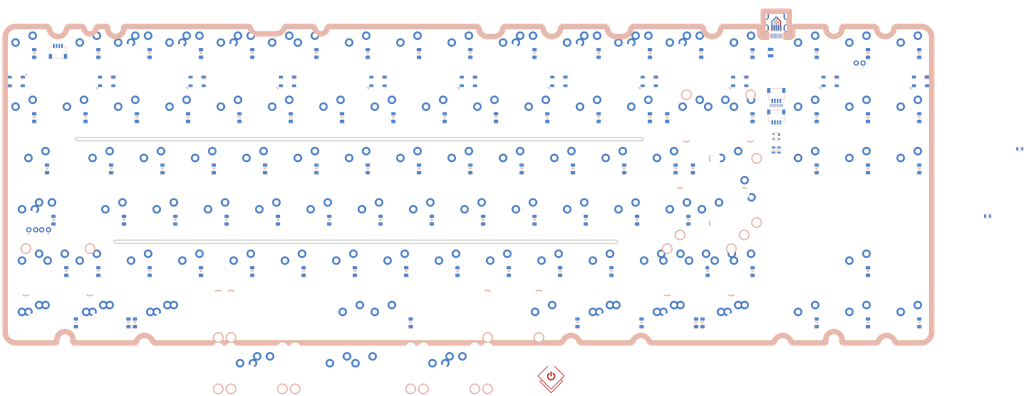
<source format=kicad_pcb>
(kicad_pcb (version 20171130) (host pcbnew "(5.1.11)-1")
  (layers (0 F.Cu signal) (31 B.Cu signal) (34 B.Paste user hide) (35 F.Paste user hide) (36 B.SilkS user hide) (37 F.SilkS user hide) (38 B.Mask user) (39 F.Mask user) (44 Edge.Cuts user))
  (net 0 "")
  (net 1 "Net-(D1-Pad2)")
  (net 2 "Net-(D7-Pad2)")
  (net 3 "Net-(D13-Pad2)")
  (net 4 "Net-(D19-Pad2)")
  (net 5 "Net-(D25-Pad2)")
  (net 6 "Net-(D31-Pad2)")
  (net 7 "Net-(D37-Pad2)")
  (net 8 "Net-(D43-Pad2)")
  (net 9 "Net-(D49-Pad2)")
  (net 10 "Net-(D55-Pad2)")
  (net 11 "Net-(D61-Pad2)")
  (net 12 "Net-(D67-Pad2)")
  (net 13 "Net-(D73-Pad2)")
  (net 14 "Net-(D79-Pad2)")
  (net 15 "Net-(D2-Pad2)")
  (net 16 "Net-(D3-Pad2)")
  (net 17 "Net-(D4-Pad2)")
  (net 18 "Net-(D5-Pad2)")
  (net 19 "Net-(D6-Pad2)")
  (net 20 "Net-(D8-Pad2)")
  (net 21 "Net-(D9-Pad2)")
  (net 22 "Net-(D10-Pad2)")
  (net 23 "Net-(D11-Pad2)")
  (net 24 "Net-(D12-Pad2)")
  (net 25 "Net-(D14-Pad2)")
  (net 26 "Net-(D15-Pad2)")
  (net 27 "Net-(D16-Pad2)")
  (net 28 "Net-(D17-Pad2)")
  (net 29 "Net-(D18-Pad2)")
  (net 30 "Net-(D20-Pad2)")
  (net 31 "Net-(D21-Pad2)")
  (net 32 "Net-(D22-Pad2)")
  (net 33 "Net-(D23-Pad2)")
  (net 34 "Net-(D26-Pad2)")
  (net 35 "Net-(D27-Pad2)")
  (net 36 "Net-(D28-Pad2)")
  (net 37 "Net-(D29-Pad2)")
  (net 38 "Net-(D32-Pad2)")
  (net 39 "Net-(D33-Pad2)")
  (net 40 "Net-(D34-Pad2)")
  (net 41 "Net-(D35-Pad2)")
  (net 42 "Net-(D38-Pad2)")
  (net 43 "Net-(D39-Pad2)")
  (net 44 "Net-(D40-Pad2)")
  (net 45 "Net-(D41-Pad2)")
  (net 46 "Net-(D44-Pad2)")
  (net 47 "Net-(D45-Pad2)")
  (net 48 "Net-(D46-Pad2)")
  (net 49 "Net-(D47-Pad2)")
  (net 50 "Net-(D48-Pad2)")
  (net 51 "Net-(D50-Pad2)")
  (net 52 "Net-(D51-Pad2)")
  (net 53 "Net-(D52-Pad2)")
  (net 54 "Net-(D53-Pad2)")
  (net 55 "Net-(D56-Pad2)")
  (net 56 "Net-(D57-Pad2)")
  (net 57 "Net-(D58-Pad2)")
  (net 58 "Net-(D59-Pad2)")
  (net 59 "Net-(D62-Pad2)")
  (net 60 "Net-(D63-Pad2)")
  (net 61 "Net-(D64-Pad2)")
  (net 62 "Net-(D65-Pad2)")
  (net 63 "Net-(D68-Pad2)")
  (net 64 "Net-(D69-Pad2)")
  (net 65 "Net-(D70-Pad2)")
  (net 66 "Net-(D71-Pad2)")
  (net 67 "Net-(D74-Pad2)")
  (net 68 "Net-(D75-Pad2)")
  (net 69 "Net-(D77-Pad2)")
  (net 70 "Net-(D78-Pad2)")
  (net 71 "Net-(D80-Pad2)")
  (net 72 "Net-(D81-Pad2)")
  (net 73 "Net-(D82-Pad2)")
  (net 74 "Net-(D83-Pad2)")
  (net 75 "Net-(D84-Pad2)")
  (net 76 "Net-(D86-Pad2)")
  (net 77 "Net-(D87-Pad2)")
  (net 78 "Net-(D90-Pad2)")
  (net 79 +5V)
  (net 80 GND)
  (net 81 DG-)
  (net 82 DG+)
  (net 83 C0)
  (net 84 C1)
  (net 85 C2)
  (net 86 C3)
  (net 87 C4)
  (net 88 C5)
  (net 89 C6)
  (net 90 C7)
  (net 91 C8)
  (net 92 R0)
  (net 93 R4)
  (net 94 R3)
  (net 95 R5)
  (net 96 "Net-(D24-Pad2)")
  (net 97 "Net-(D30-Pad2)")
  (net 98 "Net-(D36-Pad2)")
  (net 99 "Net-(D42-Pad2)")
  (net 100 "Net-(D54-Pad2)")
  (net 101 "Net-(D60-Pad2)")
  (net 102 "Net-(D66-Pad2)")
  (net 103 "Net-(D72-Pad2)")
  (net 104 "Net-(D76-Pad2)")
  (net 105 "Net-(D85-Pad2)")
  (net 106 "Net-(D88-Pad2)")
  (net 107 "Net-(D89-Pad2)")
  (net 108 "Net-(LED1-Pad1)")
  (net 109 "Net-(LED2-Pad1)")
  (net 110 VCC)
  (net 111 "Net-(MX110-Pad1)")
  (net 112 "Net-(MX110-Pad2)")
  (net 113 "Net-(MX113-Pad1)")
  (net 114 "Net-(MX113-Pad2)")
  (net 115 "Net-(D91-Pad2)")
  (net 116 "Net-(J8-Pad2)")
  (net 117 "Net-(J8-Pad5)")
  (net 118 R2)
  (net 119 R1)
  (net 120 C9)
  (net 121 C10)
  (net 122 C11)
  (net 123 C12)
  (net 124 C13)
  (net 125 C14)
  (net 126 C15)
  (net 127 C16)
  (net 128 C17)
  (net 129 "Net-(MX120-Pad1)")
  (net 130 "Net-(MX120-Pad2)")
  (net 131 D+)
  (net 132 D-)
  (net 133 "Net-(D87-Pad1)")
  (net 134 "Net-(D88-Pad1)")
  (net 135 "Net-(J2-Pad4)")
  (net 136 "Net-(J3-Pad4)")
  (net 137 indicator1)
  (net 138 indicator2)
  (net 139 "Net-(RGB1-Pad1)")
  (net 140 "Net-(RGB1-Pad2)")
  (net 141 "Net-(RGB1-Pad4)")
  (net 142 "Net-(RGB1-Pad3)")
  (net 143 "Net-(RGB2-Pad2)")
  (net 144 "Net-(RGB2-Pad4)")
  (net 145 "Net-(RGB2-Pad1)")
  (net 146 "Net-(RGB3-Pad2)")
  (net 147 "Net-(RGB3-Pad4)")
  (net 148 "Net-(RGB3-Pad1)")
  (net 149 "Net-(RGB4-Pad2)")
  (net 150 "Net-(RGB4-Pad4)")
  (net 151 "Net-(RGB4-Pad1)")
  (net 152 "Net-(RGB5-Pad2)")
  (net 153 "Net-(RGB5-Pad4)")
  (net 154 "Net-(RGB5-Pad1)")
  (net 155 "Net-(RGB6-Pad2)")
  (net 156 "Net-(RGB6-Pad4)")
  (net 157 "Net-(RGB6-Pad1)")
  (net 158 "Net-(RGB7-Pad2)")
  (net 159 "Net-(RGB7-Pad4)")
  (net 160 "Net-(RGB7-Pad1)")
  (net 161 "Net-(RGB8-Pad2)")
  (net 162 "Net-(RGB8-Pad4)")
  (net 163 "Net-(RGB8-Pad1)")
  (net 164 "Net-(RGB9-Pad2)")
  (net 165 "Net-(RGB9-Pad4)")
  (net 166 "Net-(RGB10-Pad3)")
  (net 167 "Net-(RGB10-Pad2)")
  (net 168 "Net-(RGB10-Pad4)")
  (net 169 "Net-(RGB10-Pad1)")
  (net 170 "Net-(RGB11-Pad2)")
  (net 171 "Net-(RGB11-Pad4)")
  (net 172 "Net-(RGB11-Pad1)")
  (net 173 "Net-(RGB12-Pad2)")
  (net 174 "Net-(RGB12-Pad4)")
  (net 175 "Net-(RGB12-Pad1)")
  (module sanproject-keyboard-part:LED_WS2812B_PLCC4_5.0x5.0mm_P3.2mm (layer B.Cu) (at 356.000622 35.71876)
    (fp_text reference RGB12)
    (fp_text value SK6812MINI)
    (pad 3 smd roundrect (at 2.45 -1.6) (size 1.5 1) (layers B.Cu B.Paste B.Mask) (net 172 "Net-(RGB11-Pad1)"))
    (pad 4 smd rect (at 2.45 1.6) (size 1.5 1) (layers B.Cu B.Paste B.Mask) (net 174 "Net-(RGB12-Pad4)"))
    (pad 2 smd rect (at -2.45 -1.6) (size 1.5 1) (layers B.Cu B.Paste B.Mask) (net 173 "Net-(RGB12-Pad2)"))
    (pad 1 smd rect (at -2.45 1.6) (size 1.5 1) (layers B.Cu B.Paste B.Mask) (net 175 "Net-(RGB12-Pad1)"))
  )
  (module sanproject-keyboard-part:LED_WS2812B_PLCC4_5.0x5.0mm_P3.2mm (layer B.Cu) (at 322.424622 35.71876)
    (fp_text reference RGB11)
    (fp_text value SK6812MINI)
    (pad 3 smd roundrect (at 2.45 -1.6) (size 1.5 1) (layers B.Cu B.Paste B.Mask) (net 169 "Net-(RGB10-Pad1)"))
    (pad 4 smd rect (at 2.45 1.6) (size 1.5 1) (layers B.Cu B.Paste B.Mask) (net 171 "Net-(RGB11-Pad4)"))
    (pad 2 smd rect (at -2.45 -1.6) (size 1.5 1) (layers B.Cu B.Paste B.Mask) (net 170 "Net-(RGB11-Pad2)"))
    (pad 1 smd rect (at -2.45 1.6) (size 1.5 1) (layers B.Cu B.Paste B.Mask) (net 172 "Net-(RGB11-Pad1)"))
  )
  (module sanproject-keyboard-part:LED_WS2812B_PLCC4_5.0x5.0mm_P3.2mm (layer B.Cu) (at 288.848622 35.71876)
    (fp_text reference RGB10)
    (fp_text value SK6812MINI)
    (pad 3 smd roundrect (at 2.45 -1.6) (size 1.5 1) (layers B.Cu B.Paste B.Mask) (net 166 "Net-(RGB10-Pad3)"))
    (pad 4 smd rect (at 2.45 1.6) (size 1.5 1) (layers B.Cu B.Paste B.Mask) (net 168 "Net-(RGB10-Pad4)"))
    (pad 2 smd rect (at -2.45 -1.6) (size 1.5 1) (layers B.Cu B.Paste B.Mask) (net 167 "Net-(RGB10-Pad2)"))
    (pad 1 smd rect (at -2.45 1.6) (size 1.5 1) (layers B.Cu B.Paste B.Mask) (net 169 "Net-(RGB10-Pad1)"))
  )
  (module sanproject-keyboard-part:LED_WS2812B_PLCC4_5.0x5.0mm_P3.2mm (layer B.Cu) (at 255.272622 35.71876)
    (fp_text reference RGB9)
    (fp_text value SK6812MINI)
    (pad 3 smd roundrect (at 2.45 -1.6) (size 1.5 1) (layers B.Cu B.Paste B.Mask) (net 163 "Net-(RGB8-Pad1)"))
    (pad 4 smd rect (at 2.45 1.6) (size 1.5 1) (layers B.Cu B.Paste B.Mask) (net 165 "Net-(RGB9-Pad4)"))
    (pad 2 smd rect (at -2.45 -1.6) (size 1.5 1) (layers B.Cu B.Paste B.Mask) (net 164 "Net-(RGB9-Pad2)"))
    (pad 1 smd rect (at -2.45 1.6) (size 1.5 1) (layers B.Cu B.Paste B.Mask) (net 166 "Net-(RGB10-Pad3)"))
  )
  (module sanproject-keyboard-part:LED_WS2812B_PLCC4_5.0x5.0mm_P3.2mm (layer B.Cu) (at 221.696622 35.71876)
    (fp_text reference RGB8)
    (fp_text value SK6812MINI)
    (pad 3 smd roundrect (at 2.45 -1.6) (size 1.5 1) (layers B.Cu B.Paste B.Mask) (net 160 "Net-(RGB7-Pad1)"))
    (pad 4 smd rect (at 2.45 1.6) (size 1.5 1) (layers B.Cu B.Paste B.Mask) (net 162 "Net-(RGB8-Pad4)"))
    (pad 2 smd rect (at -2.45 -1.6) (size 1.5 1) (layers B.Cu B.Paste B.Mask) (net 161 "Net-(RGB8-Pad2)"))
    (pad 1 smd rect (at -2.45 1.6) (size 1.5 1) (layers B.Cu B.Paste B.Mask) (net 163 "Net-(RGB8-Pad1)"))
  )
  (module sanproject-keyboard-part:LED_WS2812B_PLCC4_5.0x5.0mm_P3.2mm (layer B.Cu) (at 188.120622 35.71876)
    (fp_text reference RGB7)
    (fp_text value SK6812MINI)
    (pad 3 smd roundrect (at 2.45 -1.6) (size 1.5 1) (layers B.Cu B.Paste B.Mask) (net 157 "Net-(RGB6-Pad1)"))
    (pad 4 smd rect (at 2.45 1.6) (size 1.5 1) (layers B.Cu B.Paste B.Mask) (net 159 "Net-(RGB7-Pad4)"))
    (pad 2 smd rect (at -2.45 -1.6) (size 1.5 1) (layers B.Cu B.Paste B.Mask) (net 158 "Net-(RGB7-Pad2)"))
    (pad 1 smd rect (at -2.45 1.6) (size 1.5 1) (layers B.Cu B.Paste B.Mask) (net 160 "Net-(RGB7-Pad1)"))
  )
  (module sanproject-keyboard-part:LED_WS2812B_PLCC4_5.0x5.0mm_P3.2mm (layer B.Cu) (at 154.544622 35.71876)
    (fp_text reference RGB6)
    (fp_text value SK6812MINI)
    (pad 3 smd roundrect (at 2.45 -1.6) (size 1.5 1) (layers B.Cu B.Paste B.Mask) (net 151 "Net-(RGB4-Pad1)"))
    (pad 4 smd rect (at 2.45 1.6) (size 1.5 1) (layers B.Cu B.Paste B.Mask) (net 156 "Net-(RGB6-Pad4)"))
    (pad 2 smd rect (at -2.45 -1.6) (size 1.5 1) (layers B.Cu B.Paste B.Mask) (net 155 "Net-(RGB6-Pad2)"))
    (pad 1 smd rect (at -2.45 1.6) (size 1.5 1) (layers B.Cu B.Paste B.Mask) (net 157 "Net-(RGB6-Pad1)"))
  )
  (module sanproject-keyboard-part:LED_WS2812B_PLCC4_5.0x5.0mm_P3.2mm (layer B.Cu) (at 355.997154 35.71876)
    (fp_text reference RGB5)
    (fp_text value SK6812MINI)
    (pad 3 smd roundrect (at 2.45 -1.6) (size 1.5 1) (layers B.Cu B.Paste B.Mask) (net 175 "Net-(RGB12-Pad1)"))
    (pad 4 smd rect (at 2.45 1.6) (size 1.5 1) (layers B.Cu B.Paste B.Mask) (net 153 "Net-(RGB5-Pad4)"))
    (pad 2 smd rect (at -2.45 -1.6) (size 1.5 1) (layers B.Cu B.Paste B.Mask) (net 152 "Net-(RGB5-Pad2)"))
    (pad 1 smd rect (at -2.45 1.6) (size 1.5 1) (layers B.Cu B.Paste B.Mask) (net 154 "Net-(RGB5-Pad1)"))
  )
  (module sanproject-keyboard-part:LED_WS2812B_PLCC4_5.0x5.0mm_P3.2mm (layer B.Cu) (at 120.968622 35.71876)
    (fp_text reference RGB4)
    (fp_text value SK6812MINI)
    (pad 3 smd roundrect (at 2.45 -1.6) (size 1.5 1) (layers B.Cu B.Paste B.Mask) (net 148 "Net-(RGB3-Pad1)"))
    (pad 4 smd rect (at 2.45 1.6) (size 1.5 1) (layers B.Cu B.Paste B.Mask) (net 150 "Net-(RGB4-Pad4)"))
    (pad 2 smd rect (at -2.45 -1.6) (size 1.5 1) (layers B.Cu B.Paste B.Mask) (net 149 "Net-(RGB4-Pad2)"))
    (pad 1 smd rect (at -2.45 1.6) (size 1.5 1) (layers B.Cu B.Paste B.Mask) (net 151 "Net-(RGB4-Pad1)"))
  )
  (module sanproject-keyboard-part:LED_WS2812B_PLCC4_5.0x5.0mm_P3.2mm (layer B.Cu) (at 87.392622 35.71876)
    (fp_text reference RGB3)
    (fp_text value SK6812MINI)
    (pad 3 smd roundrect (at 2.45 -1.6) (size 1.5 1) (layers B.Cu B.Paste B.Mask) (net 145 "Net-(RGB2-Pad1)"))
    (pad 4 smd rect (at 2.45 1.6) (size 1.5 1) (layers B.Cu B.Paste B.Mask) (net 147 "Net-(RGB3-Pad4)"))
    (pad 2 smd rect (at -2.45 -1.6) (size 1.5 1) (layers B.Cu B.Paste B.Mask) (net 146 "Net-(RGB3-Pad2)"))
    (pad 1 smd rect (at -2.45 1.6) (size 1.5 1) (layers B.Cu B.Paste B.Mask) (net 148 "Net-(RGB3-Pad1)"))
  )
  (module sanproject-keyboard-part:LED_WS2812B_PLCC4_5.0x5.0mm_P3.2mm (layer B.Cu) (at 53.816622 35.71876)
    (fp_text reference RGB2)
    (fp_text value SK6812MINI)
    (pad 3 smd roundrect (at 2.45 -1.6) (size 1.5 1) (layers B.Cu B.Paste B.Mask) (net 139 "Net-(RGB1-Pad1)"))
    (pad 4 smd rect (at 2.45 1.6) (size 1.5 1) (layers B.Cu B.Paste B.Mask) (net 144 "Net-(RGB2-Pad4)"))
    (pad 2 smd rect (at -2.45 -1.6) (size 1.5 1) (layers B.Cu B.Paste B.Mask) (net 143 "Net-(RGB2-Pad2)"))
    (pad 1 smd rect (at -2.45 1.6) (size 1.5 1) (layers B.Cu B.Paste B.Mask) (net 145 "Net-(RGB2-Pad1)"))
  )
  (module sanproject-keyboard-part:LED_WS2812B_PLCC4_5.0x5.0mm_P3.2mm (layer B.Cu) (at 20.240622 35.71876 180)
    (fp_text reference RGB1)
    (fp_text value SK6812MINI)
    (pad 3 smd roundrect (at 2.45 -1.6 180) (size 1.5 1) (layers B.Cu B.Paste B.Mask) (net 142 "Net-(RGB1-Pad3)"))
    (pad 4 smd rect (at 2.45 1.6 180) (size 1.5 1) (layers B.Cu B.Paste B.Mask) (net 141 "Net-(RGB1-Pad4)"))
    (pad 2 smd rect (at -2.45 -1.6 180) (size 1.5 1) (layers B.Cu B.Paste B.Mask) (net 140 "Net-(RGB1-Pad2)"))
    (pad 1 smd rect (at -2.45 1.6 180) (size 1.5 1) (layers B.Cu B.Paste B.Mask) (net 139 "Net-(RGB1-Pad1)"))
  )
  (module MX_Solder_SawnsProjects:MXOnly-1U-NoLED (layer F.Cu) (at 261.9375 66.675)
    (fp_text reference MX69)
    (fp_text value 1U)
    (pad 2 smd circle (at 2.54 -5.08) (size 3.2 3.2) (layers B.Cu) (net 12 "Net-(D67-Pad2)"))
    (pad "" np_thru_hole circle (at 5.08 0 48.0996) (size 1.75 1.75) (drill 1.75) (layers *.Cu *.Mask))
    (pad 2 thru_hole circle (at 2.54 -5.08) (size 2.4 2.4) (drill 1.8) (layers *.Cu) (net 12 "Net-(D67-Pad2)"))
    (pad 1 thru_hole circle (at -3.81 -2.54) (size 2.4 2.4) (drill 1.8) (layers *.Cu) (net 123 C12))
    (pad "" np_thru_hole circle (at 0 0) (size 3.9878 3.9878) (drill 3.9878) (layers *.Cu *.Mask))
    (pad "" np_thru_hole circle (at -5.08 0 48.0996) (size 1.75 1.75) (drill 1.75) (layers *.Cu *.Mask))
    (pad 1 smd circle (at -3.81 -2.54) (size 3.2 3.2) (layers B.Cu) (net 123 C12))
  )
  (module sanproject-keyboard-part:BreakoutUSB (layer F.Cu) (at 302.419218 18.81251)
    (fp_text reference J8)
    (fp_text value Conn_01x04_Female)
    (pad 4 thru_hole oval (at 0.5 0) (size 0.7 1.8) (drill 0.5) (layers *.Cu *.Mask) (net 82 DG+))
    (pad 4 thru_hole circle (at 0.5 -0.6) (size 0.5 0.5) (drill 0.4) (layers *.Cu *.Mask) (net 82 DG+))
    (pad 4 thru_hole circle (at 0.5 0.6 180) (size 0.5 0.5) (drill 0.4) (layers *.Cu *.Mask) (net 82 DG+))
    (pad 6 thru_hole oval (at 2.5 0) (size 0.7 1.8) (drill 0.5) (layers *.Cu *.Mask) (net 80 GND))
    (pad 6 thru_hole circle (at 2.5 -0.6) (size 0.5 0.5) (drill 0.4) (layers *.Cu *.Mask) (net 80 GND))
    (pad 6 thru_hole circle (at 2.5 0.6 180) (size 0.5 0.5) (drill 0.4) (layers *.Cu *.Mask) (net 80 GND))
    (pad 5 thru_hole circle (at 1.5 0.6 180) (size 0.5 0.5) (drill 0.4) (layers *.Cu *.Mask) (net 117 "Net-(J8-Pad5)"))
    (pad 5 thru_hole oval (at 1.5 0 180) (size 0.7 1.8) (drill 0.5) (layers *.Cu *.Mask) (net 117 "Net-(J8-Pad5)"))
    (pad 5 thru_hole circle (at 1.5 -0.6) (size 0.5 0.5) (drill 0.4) (layers *.Cu *.Mask) (net 117 "Net-(J8-Pad5)"))
    (pad 3 thru_hole oval (at -0.5 0 180) (size 0.7 1.8) (drill 0.5) (layers *.Cu *.Mask) (net 81 DG-))
    (pad 3 thru_hole circle (at -0.5 0.6 180) (size 0.5 0.5) (drill 0.4) (layers *.Cu *.Mask) (net 81 DG-))
    (pad 3 thru_hole circle (at -0.5 -0.6) (size 0.5 0.5) (drill 0.4) (layers *.Cu *.Mask) (net 81 DG-))
    (pad 2 thru_hole oval (at -1.5 0) (size 0.7 1.8) (drill 0.5) (layers *.Cu *.Mask) (net 116 "Net-(J8-Pad2)"))
    (pad 2 thru_hole circle (at -1.5 -0.6) (size 0.5 0.5) (drill 0.4) (layers *.Cu *.Mask) (net 116 "Net-(J8-Pad2)"))
    (pad 2 thru_hole circle (at -1.5 0.6 180) (size 0.5 0.5) (drill 0.4) (layers *.Cu *.Mask) (net 116 "Net-(J8-Pad2)"))
    (pad 1 thru_hole circle (at -2.5 -0.6) (size 0.5 0.5) (drill 0.4) (layers *.Cu *.Mask) (net 110 VCC))
    (pad 1 thru_hole circle (at -2.5 0.6 180) (size 0.5 0.5) (drill 0.4) (layers *.Cu *.Mask) (net 110 VCC))
    (pad 1 thru_hole oval (at -2.5 0 180) (size 0.7 1.8) (drill 0.5) (layers *.Cu *.Mask) (net 110 VCC))
  )
  (module MX_Solder_SawnsProjects:MXOnly-1U-NoLED (layer F.Cu) (at 257.174952 104.775048)
    (fp_text reference MX120)
    (fp_text value 1U)
    (pad 2 smd circle (at 2.54 -5.08) (size 3.2 3.2) (layers B.Cu) (net 130 "Net-(MX120-Pad2)"))
    (pad "" np_thru_hole circle (at 5.08 0 48.0996) (size 1.75 1.75) (drill 1.75) (layers *.Cu *.Mask))
    (pad 2 thru_hole circle (at 2.54 -5.08) (size 2.4 2.4) (drill 1.8) (layers *.Cu) (net 130 "Net-(MX120-Pad2)"))
    (pad 1 thru_hole circle (at -3.81 -2.54) (size 2.4 2.4) (drill 1.8) (layers *.Cu) (net 129 "Net-(MX120-Pad1)"))
    (pad "" np_thru_hole circle (at 0 0) (size 3.9878 3.9878) (drill 3.9878) (layers *.Cu *.Mask))
    (pad "" np_thru_hole circle (at -5.08 0 48.0996) (size 1.75 1.75) (drill 1.75) (layers *.Cu *.Mask))
    (pad 1 smd circle (at -3.81 -2.54) (size 3.2 3.2) (layers B.Cu) (net 129 "Net-(MX120-Pad1)"))
  )
  (module MX_Solder_SawnsProjects:MXOnly-1.75U-NoLED (layer F.Cu) (at 283.368724 104.775048)
    (fp_text reference MX119)
    (fp_text value 1.75U)
    (pad 2 smd circle (at 2.54 -5.08) (size 3.2 3.2) (layers B.Cu) (net 67 "Net-(D74-Pad2)"))
    (pad "" np_thru_hole circle (at 5.08 0 48.0996) (size 1.75 1.75) (drill 1.75) (layers *.Cu *.Mask))
    (pad 2 thru_hole circle (at 2.54 -5.08) (size 2.4 2.4) (drill 1.8) (layers *.Cu) (net 67 "Net-(D74-Pad2)"))
    (pad 1 thru_hole circle (at -3.81 -2.54) (size 2.4 2.4) (drill 1.8) (layers *.Cu) (net 124 C13))
    (pad "" np_thru_hole circle (at 0 0) (size 3.9878 3.9878) (drill 3.9878) (layers *.Cu *.Mask))
    (pad "" np_thru_hole circle (at -5.08 0 48.0996) (size 1.75 1.75) (drill 1.75) (layers *.Cu *.Mask))
    (pad 1 smd circle (at -3.81 -2.54) (size 3.2 3.2) (layers B.Cu) (net 124 C13))
  )
  (module MX_Solder_SawnsProjects:MXOnly-1U-NoLED (layer F.Cu) (at 176.2125 47.625)
    (fp_text reference MX48)
    (fp_text value 1U)
    (pad 2 smd circle (at 2.54 -5.08) (size 3.2 3.2) (layers B.Cu) (net 48 "Net-(D46-Pad2)"))
    (pad "" np_thru_hole circle (at 5.08 0 48.0996) (size 1.75 1.75) (drill 1.75) (layers *.Cu *.Mask))
    (pad 2 thru_hole circle (at 2.54 -5.08) (size 2.4 2.4) (drill 1.8) (layers *.Cu) (net 48 "Net-(D46-Pad2)"))
    (pad 1 thru_hole circle (at -3.81 -2.54) (size 2.4 2.4) (drill 1.8) (layers *.Cu) (net 91 C8))
    (pad "" np_thru_hole circle (at 0 0) (size 3.9878 3.9878) (drill 3.9878) (layers *.Cu *.Mask))
    (pad "" np_thru_hole circle (at -5.08 0 48.0996) (size 1.75 1.75) (drill 1.75) (layers *.Cu *.Mask))
    (pad 1 smd circle (at -3.81 -2.54) (size 3.2 3.2) (layers B.Cu) (net 91 C8))
  )
  (module sanproject-keyboard-part:JST-SR-4 (layer B.Cu) (at 35.71875 27.3125 180)
    (fp_text reference J9)
    (fp_text value Conn_01x04_Female)
    (pad "" smd rect (at 2.8 0.9 180) (size 1.2 1.8) (layers B.Cu B.Paste B.Mask))
    (pad "" smd rect (at -2.8 0.9 180) (size 1.2 1.8) (layers B.Cu B.Paste B.Mask))
    (pad 1 smd rect (at -1.5 4.775 180) (size 0.6 1.55) (layers B.Cu B.Paste B.Mask) (net 79 +5V))
    (pad 2 smd rect (at -0.5 4.775 180) (size 0.6 1.55) (layers B.Cu B.Paste B.Mask) (net 81 DG-))
    (pad 4 smd rect (at 1.5 4.775 180) (size 0.6 1.55) (layers B.Cu B.Paste B.Mask) (net 80 GND))
    (pad 3 smd rect (at 0.5 4.775 180) (size 0.6 1.55) (layers B.Cu B.Paste B.Mask) (net 82 DG+))
  )
  (module sanproject-keyboard-part:DIODE_1206_SawnsProjects (layer B.Cu) (at 228.600212 125.325 90)
    (fp_text reference D91)
    (fp_text value D)
    (pad 2 smd roundrect (at 1.4 0 90) (size 1.2 1.6) (layers B.Cu B.Paste B.Mask) (roundrect_rratio 0.2) (net 115 "Net-(D91-Pad2)"))
    (pad 1 smd roundrect (at -1.4 0 90) (size 1.2 1.6) (layers B.Cu B.Paste B.Mask) (roundrect_rratio 0.2) (net 95 R5))
  )
  (module MX_Solder_SawnsProjects:MXOnly-1.25U-NoLED (layer F.Cu) (at 288.131272 123.825072)
    (fp_text reference MX118)
    (fp_text value 1.25U)
    (pad 2 smd circle (at 2.54 -5.08) (size 3.2 3.2) (layers B.Cu) (net 69 "Net-(D77-Pad2)"))
    (pad "" np_thru_hole circle (at 5.08 0 48.0996) (size 1.75 1.75) (drill 1.75) (layers *.Cu *.Mask))
    (pad 2 thru_hole circle (at 2.54 -5.08) (size 2.4 2.4) (drill 1.8) (layers *.Cu) (net 69 "Net-(D77-Pad2)"))
    (pad 1 thru_hole circle (at -3.81 -2.54) (size 2.4 2.4) (drill 1.8) (layers *.Cu) (net 125 C14))
    (pad "" np_thru_hole circle (at 0 0) (size 3.9878 3.9878) (drill 3.9878) (layers *.Cu *.Mask))
    (pad "" np_thru_hole circle (at -5.08 0 48.0996) (size 1.75 1.75) (drill 1.75) (layers *.Cu *.Mask))
    (pad 1 smd circle (at -3.81 -2.54) (size 3.2 3.2) (layers B.Cu) (net 125 C14))
  )
  (module MX_Solder_SawnsProjects:MXOnly-1.25U-NoLED (layer F.Cu) (at 264.318772 123.825072)
    (fp_text reference MX117)
    (fp_text value 1.25U)
    (pad 2 smd circle (at 2.54 -5.08) (size 3.2 3.2) (layers B.Cu) (net 68 "Net-(D75-Pad2)"))
    (pad "" np_thru_hole circle (at 5.08 0 48.0996) (size 1.75 1.75) (drill 1.75) (layers *.Cu *.Mask))
    (pad 2 thru_hole circle (at 2.54 -5.08) (size 2.4 2.4) (drill 1.8) (layers *.Cu) (net 68 "Net-(D75-Pad2)"))
    (pad 1 thru_hole circle (at -3.81 -2.54) (size 2.4 2.4) (drill 1.8) (layers *.Cu) (net 124 C13))
    (pad "" np_thru_hole circle (at 0 0) (size 3.9878 3.9878) (drill 3.9878) (layers *.Cu *.Mask))
    (pad "" np_thru_hole circle (at -5.08 0 48.0996) (size 1.75 1.75) (drill 1.75) (layers *.Cu *.Mask))
    (pad 1 smd circle (at -3.81 -2.54) (size 3.2 3.2) (layers B.Cu) (net 124 C13))
  )
  (module MX_Solder_SawnsProjects:MXOnly-1.25U-NoLED (layer F.Cu) (at 240.506272 123.825072)
    (fp_text reference MX116)
    (fp_text value 1.25U)
    (pad 2 smd circle (at 2.54 -5.08) (size 3.2 3.2) (layers B.Cu) (net 64 "Net-(D69-Pad2)"))
    (pad "" np_thru_hole circle (at 5.08 0 48.0996) (size 1.75 1.75) (drill 1.75) (layers *.Cu *.Mask))
    (pad 2 thru_hole circle (at 2.54 -5.08) (size 2.4 2.4) (drill 1.8) (layers *.Cu) (net 64 "Net-(D69-Pad2)"))
    (pad 1 thru_hole circle (at -3.81 -2.54) (size 2.4 2.4) (drill 1.8) (layers *.Cu) (net 123 C12))
    (pad "" np_thru_hole circle (at 0 0) (size 3.9878 3.9878) (drill 3.9878) (layers *.Cu *.Mask))
    (pad "" np_thru_hole circle (at -5.08 0 48.0996) (size 1.75 1.75) (drill 1.75) (layers *.Cu *.Mask))
    (pad 1 smd circle (at -3.81 -2.54) (size 3.2 3.2) (layers B.Cu) (net 123 C12))
  )
  (module MX_Solder_SawnsProjects:MXOnly-1.25U-NoLED (layer F.Cu) (at 216.693772 123.825072)
    (fp_text reference MX115)
    (fp_text value 1.25U)
    (pad 2 smd circle (at 2.54 -5.08) (size 3.2 3.2) (layers B.Cu) (net 115 "Net-(D91-Pad2)"))
    (pad "" np_thru_hole circle (at 5.08 0 48.0996) (size 1.75 1.75) (drill 1.75) (layers *.Cu *.Mask))
    (pad 2 thru_hole circle (at 2.54 -5.08) (size 2.4 2.4) (drill 1.8) (layers *.Cu) (net 115 "Net-(D91-Pad2)"))
    (pad 1 thru_hole circle (at -3.81 -2.54) (size 2.4 2.4) (drill 1.8) (layers *.Cu) (net 122 C11))
    (pad "" np_thru_hole circle (at 0 0) (size 3.9878 3.9878) (drill 3.9878) (layers *.Cu *.Mask))
    (pad "" np_thru_hole circle (at -5.08 0 48.0996) (size 1.75 1.75) (drill 1.75) (layers *.Cu *.Mask))
    (pad 1 smd circle (at -3.81 -2.54) (size 3.2 3.2) (layers B.Cu) (net 122 C11))
  )
  (module MX_Solder_SawnsProjects:MXOnly-2.75U-ReversedStabilizers-NoLED (layer F.Cu) (at 178.593772 142.875072)
    (fp_text reference MX114)
    (fp_text value 2.75U)
    (pad "" np_thru_hole circle (at 5.08 0 48.0996) (size 1.75 1.75) (drill 1.75) (layers *.Cu *.Mask))
    (pad 1 thru_hole circle (at -3.81 -2.54) (size 2.4 2.4) (drill 1.8) (layers *.Cu) (net 114 "Net-(MX113-Pad2)"))
    (pad 2 thru_hole circle (at 2.54 -5.08) (size 2.4 2.4) (drill 1.8) (layers *.Cu) (net 113 "Net-(MX113-Pad1)"))
    (pad "" np_thru_hole circle (at 0 0) (size 3.9878 3.9878) (drill 3.9878) (layers *.Cu *.Mask))
    (pad 2 smd circle (at 2.54 -5.08) (size 3.2 3.2) (layers B.Cu) (net 113 "Net-(MX113-Pad1)"))
    (pad "" np_thru_hole circle (at -5.08 0 48.0996) (size 1.75 1.75) (drill 1.75) (layers *.Cu *.Mask))
    (pad 1 smd circle (at -3.81 -2.54) (size 3.2 3.2) (layers B.Cu) (net 114 "Net-(MX113-Pad2)"))
    (pad "" np_thru_hole circle (at -11.90625 6.985) (size 3.048 3.048) (drill 3.048) (layers *.Cu *.Mask))
    (pad "" np_thru_hole circle (at 11.90625 6.985) (size 3.048 3.048) (drill 3.048) (layers *.Cu *.Mask))
    (pad "" np_thru_hole circle (at -11.90625 -8.255) (size 3.9878 3.9878) (drill 3.9878) (layers *.Cu *.Mask))
    (pad "" np_thru_hole circle (at 11.90625 -8.255) (size 3.9878 3.9878) (drill 3.9878) (layers *.Cu *.Mask))
  )
  (module MX_Solder_SawnsProjects:MXOnly-2.25U-ReversedStabilizers-NoLED (layer F.Cu) (at 183.356272 142.875072)
    (fp_text reference MX113)
    (fp_text value 2.25U)
    (pad "" np_thru_hole circle (at 5.08 0 48.0996) (size 1.75 1.75) (drill 1.75) (layers *.Cu *.Mask))
    (pad 1 thru_hole circle (at -3.81 -2.54) (size 2.4 2.4) (drill 1.8) (layers *.Cu) (net 113 "Net-(MX113-Pad1)"))
    (pad 2 thru_hole circle (at 2.54 -5.08) (size 2.4 2.4) (drill 1.8) (layers *.Cu) (net 114 "Net-(MX113-Pad2)"))
    (pad "" np_thru_hole circle (at 0 0) (size 3.9878 3.9878) (drill 3.9878) (layers *.Cu *.Mask))
    (pad 2 smd circle (at 2.54 -5.08) (size 3.2 3.2) (layers B.Cu) (net 114 "Net-(MX113-Pad2)"))
    (pad "" np_thru_hole circle (at -5.08 0 48.0996) (size 1.75 1.75) (drill 1.75) (layers *.Cu *.Mask))
    (pad 1 smd circle (at -3.81 -2.54) (size 3.2 3.2) (layers B.Cu) (net 113 "Net-(MX113-Pad1)"))
    (pad "" np_thru_hole circle (at -11.90625 6.985) (size 3.048 3.048) (drill 3.048) (layers *.Cu *.Mask))
    (pad "" np_thru_hole circle (at 11.90625 6.985) (size 3.048 3.048) (drill 3.048) (layers *.Cu *.Mask))
    (pad "" np_thru_hole circle (at -11.90625 -8.255) (size 3.9878 3.9878) (drill 3.9878) (layers *.Cu *.Mask))
    (pad "" np_thru_hole circle (at 11.90625 -8.255) (size 3.9878 3.9878) (drill 3.9878) (layers *.Cu *.Mask))
  )
  (module MX_Solder_SawnsProjects:MXOnly-1.25U-NoLED (layer F.Cu) (at 150.018772 142.875072)
    (fp_text reference MX112)
    (fp_text value 1.25U)
    (pad 2 smd circle (at 2.54 -5.08) (size 3.2 3.2) (layers B.Cu) (net 90 C7))
    (pad "" np_thru_hole circle (at 5.08 0 48.0996) (size 1.75 1.75) (drill 1.75) (layers *.Cu *.Mask))
    (pad 2 thru_hole circle (at 2.54 -5.08) (size 2.4 2.4) (drill 1.8) (layers *.Cu) (net 90 C7))
    (pad 1 thru_hole circle (at -3.81 -2.54) (size 2.4 2.4) (drill 1.8) (layers *.Cu) (net 46 "Net-(D44-Pad2)"))
    (pad "" np_thru_hole circle (at 0 0) (size 3.9878 3.9878) (drill 3.9878) (layers *.Cu *.Mask))
    (pad "" np_thru_hole circle (at -5.08 0 48.0996) (size 1.75 1.75) (drill 1.75) (layers *.Cu *.Mask))
    (pad 1 smd circle (at -3.81 -2.54) (size 3.2 3.2) (layers B.Cu) (net 46 "Net-(D44-Pad2)"))
  )
  (module MX_Solder_SawnsProjects:MXOnly-2.25U-ReversedStabilizers-NoLED (layer F.Cu) (at 107.156272 142.875072)
    (fp_text reference MX111)
    (fp_text value 2.25U)
    (pad "" np_thru_hole circle (at 5.08 0 48.0996) (size 1.75 1.75) (drill 1.75) (layers *.Cu *.Mask))
    (pad 1 thru_hole circle (at -3.81 -2.54) (size 2.4 2.4) (drill 1.8) (layers *.Cu) (net 112 "Net-(MX110-Pad2)"))
    (pad 2 thru_hole circle (at 2.54 -5.08) (size 2.4 2.4) (drill 1.8) (layers *.Cu) (net 111 "Net-(MX110-Pad1)"))
    (pad "" np_thru_hole circle (at 0 0) (size 3.9878 3.9878) (drill 3.9878) (layers *.Cu *.Mask))
    (pad 2 smd circle (at 2.54 -5.08) (size 3.2 3.2) (layers B.Cu) (net 111 "Net-(MX110-Pad1)"))
    (pad "" np_thru_hole circle (at -5.08 0 48.0996) (size 1.75 1.75) (drill 1.75) (layers *.Cu *.Mask))
    (pad 1 smd circle (at -3.81 -2.54) (size 3.2 3.2) (layers B.Cu) (net 112 "Net-(MX110-Pad2)"))
    (pad "" np_thru_hole circle (at -11.90625 6.985) (size 3.048 3.048) (drill 3.048) (layers *.Cu *.Mask))
    (pad "" np_thru_hole circle (at 11.90625 6.985) (size 3.048 3.048) (drill 3.048) (layers *.Cu *.Mask))
    (pad "" np_thru_hole circle (at -11.90625 -8.255) (size 3.9878 3.9878) (drill 3.9878) (layers *.Cu *.Mask))
    (pad "" np_thru_hole circle (at 11.90625 -8.255) (size 3.9878 3.9878) (drill 3.9878) (layers *.Cu *.Mask))
  )
  (module MX_Solder_SawnsProjects:MXOnly-2.75U-ReversedStabilizers-NoLED (layer F.Cu) (at 111.918772 142.875072)
    (fp_text reference MX110)
    (fp_text value 2.75U)
    (pad "" np_thru_hole circle (at 5.08 0 48.0996) (size 1.75 1.75) (drill 1.75) (layers *.Cu *.Mask))
    (pad 1 thru_hole circle (at -3.81 -2.54) (size 2.4 2.4) (drill 1.8) (layers *.Cu) (net 111 "Net-(MX110-Pad1)"))
    (pad 2 thru_hole circle (at 2.54 -5.08) (size 2.4 2.4) (drill 1.8) (layers *.Cu) (net 112 "Net-(MX110-Pad2)"))
    (pad "" np_thru_hole circle (at 0 0) (size 3.9878 3.9878) (drill 3.9878) (layers *.Cu *.Mask))
    (pad 2 smd circle (at 2.54 -5.08) (size 3.2 3.2) (layers B.Cu) (net 112 "Net-(MX110-Pad2)"))
    (pad "" np_thru_hole circle (at -5.08 0 48.0996) (size 1.75 1.75) (drill 1.75) (layers *.Cu *.Mask))
    (pad 1 smd circle (at -3.81 -2.54) (size 3.2 3.2) (layers B.Cu) (net 111 "Net-(MX110-Pad1)"))
    (pad "" np_thru_hole circle (at -11.90625 6.985) (size 3.048 3.048) (drill 3.048) (layers *.Cu *.Mask))
    (pad "" np_thru_hole circle (at 11.90625 6.985) (size 3.048 3.048) (drill 3.048) (layers *.Cu *.Mask))
    (pad "" np_thru_hole circle (at -11.90625 -8.255) (size 3.9878 3.9878) (drill 3.9878) (layers *.Cu *.Mask))
    (pad "" np_thru_hole circle (at 11.90625 -8.255) (size 3.9878 3.9878) (drill 3.9878) (layers *.Cu *.Mask))
  )
  (module MX_Solder_SawnsProjects:MXOnly-1.25U-NoLED (layer F.Cu) (at 140.493772 142.875072)
    (fp_text reference MX109)
    (fp_text value 1.25U)
    (pad 2 smd circle (at 2.54 -5.08) (size 3.2 3.2) (layers B.Cu) (net 90 C7))
    (pad "" np_thru_hole circle (at 5.08 0 48.0996) (size 1.75 1.75) (drill 1.75) (layers *.Cu *.Mask))
    (pad 2 thru_hole circle (at 2.54 -5.08) (size 2.4 2.4) (drill 1.8) (layers *.Cu) (net 90 C7))
    (pad 1 thru_hole circle (at -3.81 -2.54) (size 2.4 2.4) (drill 1.8) (layers *.Cu) (net 46 "Net-(D44-Pad2)"))
    (pad "" np_thru_hole circle (at 0 0) (size 3.9878 3.9878) (drill 3.9878) (layers *.Cu *.Mask))
    (pad "" np_thru_hole circle (at -5.08 0 48.0996) (size 1.75 1.75) (drill 1.75) (layers *.Cu *.Mask))
    (pad 1 smd circle (at -3.81 -2.54) (size 3.2 3.2) (layers B.Cu) (net 46 "Net-(D44-Pad2)"))
  )
  (module MX_Solder_SawnsProjects:MXOnly-6.25U-ReversedStabilizers-NoLED (layer F.Cu) (at 145.256272 123.825072)
    (fp_text reference MX108)
    (fp_text value 6.25U)
    (pad "" np_thru_hole circle (at 5.08 0 48.0996) (size 1.75 1.75) (drill 1.75) (layers *.Cu *.Mask))
    (pad 1 thru_hole circle (at -3.81 -2.54) (size 2.4 2.4) (drill 1.8) (layers *.Cu) (net 90 C7))
    (pad 2 thru_hole circle (at 2.54 -5.08) (size 2.4 2.4) (drill 1.8) (layers *.Cu) (net 46 "Net-(D44-Pad2)"))
    (pad "" np_thru_hole circle (at 0 0) (size 3.9878 3.9878) (drill 3.9878) (layers *.Cu *.Mask))
    (pad 2 smd circle (at 2.54 -5.08) (size 3.2 3.2) (layers B.Cu) (net 46 "Net-(D44-Pad2)"))
    (pad "" np_thru_hole circle (at -5.08 0 48.0996) (size 1.75 1.75) (drill 1.75) (layers *.Cu *.Mask))
    (pad 1 smd circle (at -3.81 -2.54) (size 3.2 3.2) (layers B.Cu) (net 90 C7))
    (pad "" np_thru_hole circle (at -49.9999 6.985) (size 3.048 3.048) (drill 3.048) (layers *.Cu *.Mask))
    (pad "" np_thru_hole circle (at 49.9999 6.985) (size 3.048 3.048) (drill 3.048) (layers *.Cu *.Mask))
    (pad "" np_thru_hole circle (at -49.9999 -8.255) (size 3.9878 3.9878) (drill 3.9878) (layers *.Cu *.Mask))
    (pad "" np_thru_hole circle (at 49.9999 -8.255) (size 3.9878 3.9878) (drill 3.9878) (layers *.Cu *.Mask))
  )
  (module MX_Solder_SawnsProjects:MXOnly-1.25U-NoLED (layer F.Cu) (at 73.818772 123.825072)
    (fp_text reference MX103)
    (fp_text value 1.25U)
    (pad 2 smd circle (at 2.54 -5.08) (size 3.2 3.2) (layers B.Cu) (net 29 "Net-(D18-Pad2)"))
    (pad "" np_thru_hole circle (at 5.08 0 48.0996) (size 1.75 1.75) (drill 1.75) (layers *.Cu *.Mask))
    (pad 2 thru_hole circle (at 2.54 -5.08) (size 2.4 2.4) (drill 1.8) (layers *.Cu) (net 29 "Net-(D18-Pad2)"))
    (pad 1 thru_hole circle (at -3.81 -2.54) (size 2.4 2.4) (drill 1.8) (layers *.Cu) (net 85 C2))
    (pad "" np_thru_hole circle (at 0 0) (size 3.9878 3.9878) (drill 3.9878) (layers *.Cu *.Mask))
    (pad "" np_thru_hole circle (at -5.08 0 48.0996) (size 1.75 1.75) (drill 1.75) (layers *.Cu *.Mask))
    (pad 1 smd circle (at -3.81 -2.54) (size 3.2 3.2) (layers B.Cu) (net 85 C2))
  )
  (module MX_Solder_SawnsProjects:MXOnly-1.25U-NoLED (layer F.Cu) (at 50.006272 123.825072)
    (fp_text reference MX102)
    (fp_text value 1.25U)
    (pad 2 smd circle (at 2.54 -5.08) (size 3.2 3.2) (layers B.Cu) (net 24 "Net-(D12-Pad2)"))
    (pad "" np_thru_hole circle (at 5.08 0 48.0996) (size 1.75 1.75) (drill 1.75) (layers *.Cu *.Mask))
    (pad 2 thru_hole circle (at 2.54 -5.08) (size 2.4 2.4) (drill 1.8) (layers *.Cu) (net 24 "Net-(D12-Pad2)"))
    (pad 1 thru_hole circle (at -3.81 -2.54) (size 2.4 2.4) (drill 1.8) (layers *.Cu) (net 84 C1))
    (pad "" np_thru_hole circle (at 0 0) (size 3.9878 3.9878) (drill 3.9878) (layers *.Cu *.Mask))
    (pad "" np_thru_hole circle (at -5.08 0 48.0996) (size 1.75 1.75) (drill 1.75) (layers *.Cu *.Mask))
    (pad 1 smd circle (at -3.81 -2.54) (size 3.2 3.2) (layers B.Cu) (net 84 C1))
  )
  (module MX_Solder_SawnsProjects:MXOnly-1.25U-NoLED (layer F.Cu) (at 26.193772 123.825072)
    (fp_text reference MX101)
    (fp_text value 1.25U)
    (pad 2 smd circle (at 2.54 -5.08) (size 3.2 3.2) (layers B.Cu) (net 19 "Net-(D6-Pad2)"))
    (pad "" np_thru_hole circle (at 5.08 0 48.0996) (size 1.75 1.75) (drill 1.75) (layers *.Cu *.Mask))
    (pad 2 thru_hole circle (at 2.54 -5.08) (size 2.4 2.4) (drill 1.8) (layers *.Cu) (net 19 "Net-(D6-Pad2)"))
    (pad 1 thru_hole circle (at -3.81 -2.54) (size 2.4 2.4) (drill 1.8) (layers *.Cu) (net 83 C0))
    (pad "" np_thru_hole circle (at 0 0) (size 3.9878 3.9878) (drill 3.9878) (layers *.Cu *.Mask))
    (pad "" np_thru_hole circle (at -5.08 0 48.0996) (size 1.75 1.75) (drill 1.75) (layers *.Cu *.Mask))
    (pad 1 smd circle (at -3.81 -2.54) (size 3.2 3.2) (layers B.Cu) (net 83 C0))
  )
  (module MX_Solder_SawnsProjects:MXOnly-2.25U-ReversedStabilizers-NoLED (layer F.Cu) (at 278.60625 85.725)
    (fp_text reference MX77)
    (fp_text value 2.25U)
    (pad "" np_thru_hole circle (at 5.08 0 48.0996) (size 1.75 1.75) (drill 1.75) (layers *.Cu *.Mask))
    (pad 1 thru_hole circle (at -3.81 -2.54) (size 2.4 2.4) (drill 1.8) (layers *.Cu) (net 124 C13))
    (pad 2 thru_hole circle (at 2.54 -5.08) (size 2.4 2.4) (drill 1.8) (layers *.Cu) (net 13 "Net-(D73-Pad2)"))
    (pad "" np_thru_hole circle (at 0 0) (size 3.9878 3.9878) (drill 3.9878) (layers *.Cu *.Mask))
    (pad 2 smd circle (at 2.54 -5.08) (size 3.2 3.2) (layers B.Cu) (net 13 "Net-(D73-Pad2)"))
    (pad "" np_thru_hole circle (at -5.08 0 48.0996) (size 1.75 1.75) (drill 1.75) (layers *.Cu *.Mask))
    (pad 1 smd circle (at -3.81 -2.54) (size 3.2 3.2) (layers B.Cu) (net 124 C13))
    (pad "" np_thru_hole circle (at -11.90625 6.985) (size 3.048 3.048) (drill 3.048) (layers *.Cu *.Mask))
    (pad "" np_thru_hole circle (at 11.90625 6.985) (size 3.048 3.048) (drill 3.048) (layers *.Cu *.Mask))
    (pad "" np_thru_hole circle (at -11.90625 -8.255) (size 3.9878 3.9878) (drill 3.9878) (layers *.Cu *.Mask))
    (pad "" np_thru_hole circle (at 11.90625 -8.255) (size 3.9878 3.9878) (drill 3.9878) (layers *.Cu *.Mask))
  )
  (module MX_Solder_SawnsProjects:MXOnly-1U-NoLED (layer F.Cu) (at 271.4625 23.8125)
    (fp_text reference MX107)
    (fp_text value 1U)
    (pad 2 smd circle (at 2.54 -5.08) (size 3.2 3.2) (layers B.Cu) (net 124 C13))
    (pad "" np_thru_hole circle (at 5.08 0 48.0996) (size 1.75 1.75) (drill 1.75) (layers *.Cu *.Mask))
    (pad 2 thru_hole circle (at 2.54 -5.08) (size 2.4 2.4) (drill 1.8) (layers *.Cu) (net 124 C13))
    (pad 1 thru_hole circle (at -3.81 -2.54) (size 2.4 2.4) (drill 1.8) (layers *.Cu) (net 62 "Net-(D65-Pad2)"))
    (pad "" np_thru_hole circle (at 0 0) (size 3.9878 3.9878) (drill 3.9878) (layers *.Cu *.Mask))
    (pad "" np_thru_hole circle (at -5.08 0 48.0996) (size 1.75 1.75) (drill 1.75) (layers *.Cu *.Mask))
    (pad 1 smd circle (at -3.81 -2.54) (size 3.2 3.2) (layers B.Cu) (net 62 "Net-(D65-Pad2)"))
  )
  (module MX_Solder_SawnsProjects:MXOnly-1U-NoLED (layer F.Cu) (at 252.4125 23.8125)
    (fp_text reference MX106)
    (fp_text value 1U)
    (pad 2 smd circle (at 2.54 -5.08) (size 3.2 3.2) (layers B.Cu) (net 123 C12))
    (pad "" np_thru_hole circle (at 5.08 0 48.0996) (size 1.75 1.75) (drill 1.75) (layers *.Cu *.Mask))
    (pad 2 thru_hole circle (at 2.54 -5.08) (size 2.4 2.4) (drill 1.8) (layers *.Cu) (net 123 C12))
    (pad 1 thru_hole circle (at -3.81 -2.54) (size 2.4 2.4) (drill 1.8) (layers *.Cu) (net 101 "Net-(D60-Pad2)"))
    (pad "" np_thru_hole circle (at 0 0) (size 3.9878 3.9878) (drill 3.9878) (layers *.Cu *.Mask))
    (pad "" np_thru_hole circle (at -5.08 0 48.0996) (size 1.75 1.75) (drill 1.75) (layers *.Cu *.Mask))
    (pad 1 smd circle (at -3.81 -2.54) (size 3.2 3.2) (layers B.Cu) (net 101 "Net-(D60-Pad2)"))
  )
  (module MX_Solder_SawnsProjects:MXOnly-1U-NoLED (layer F.Cu) (at 233.3625 23.8125)
    (fp_text reference MX105)
    (fp_text value 1U)
    (pad 2 smd circle (at 2.54 -5.08) (size 3.2 3.2) (layers B.Cu) (net 122 C11))
    (pad "" np_thru_hole circle (at 5.08 0 48.0996) (size 1.75 1.75) (drill 1.75) (layers *.Cu *.Mask))
    (pad 2 thru_hole circle (at 2.54 -5.08) (size 2.4 2.4) (drill 1.8) (layers *.Cu) (net 122 C11))
    (pad 1 thru_hole circle (at -3.81 -2.54) (size 2.4 2.4) (drill 1.8) (layers *.Cu) (net 10 "Net-(D55-Pad2)"))
    (pad "" np_thru_hole circle (at 0 0) (size 3.9878 3.9878) (drill 3.9878) (layers *.Cu *.Mask))
    (pad "" np_thru_hole circle (at -5.08 0 48.0996) (size 1.75 1.75) (drill 1.75) (layers *.Cu *.Mask))
    (pad 1 smd circle (at -3.81 -2.54) (size 3.2 3.2) (layers B.Cu) (net 10 "Net-(D55-Pad2)"))
  )
  (module MX_Solder_SawnsProjects:MXOnly-1U-NoLED (layer F.Cu) (at 204.7875 23.8125)
    (fp_text reference MX104)
    (fp_text value 1U)
    (pad 2 smd circle (at 2.54 -5.08) (size 3.2 3.2) (layers B.Cu) (net 51 "Net-(D50-Pad2)"))
    (pad "" np_thru_hole circle (at 5.08 0 48.0996) (size 1.75 1.75) (drill 1.75) (layers *.Cu *.Mask))
    (pad 2 thru_hole circle (at 2.54 -5.08) (size 2.4 2.4) (drill 1.8) (layers *.Cu) (net 51 "Net-(D50-Pad2)"))
    (pad 1 thru_hole circle (at -3.81 -2.54) (size 2.4 2.4) (drill 1.8) (layers *.Cu) (net 121 C10))
    (pad "" np_thru_hole circle (at 0 0) (size 3.9878 3.9878) (drill 3.9878) (layers *.Cu *.Mask))
    (pad "" np_thru_hole circle (at -5.08 0 48.0996) (size 1.75 1.75) (drill 1.75) (layers *.Cu *.Mask))
    (pad 1 smd circle (at -3.81 -2.54) (size 3.2 3.2) (layers B.Cu) (net 121 C10))
  )
  (module MX_Solder_SawnsProjects:MXOnly-1U-NoLED (layer F.Cu) (at 119.0625 23.8125)
    (fp_text reference MX100)
    (fp_text value 1U)
    (pad 2 smd circle (at 2.54 -5.08) (size 3.2 3.2) (layers B.Cu) (net 37 "Net-(D29-Pad2)"))
    (pad "" np_thru_hole circle (at 5.08 0 48.0996) (size 1.75 1.75) (drill 1.75) (layers *.Cu *.Mask))
    (pad 2 thru_hole circle (at 2.54 -5.08) (size 2.4 2.4) (drill 1.8) (layers *.Cu) (net 37 "Net-(D29-Pad2)"))
    (pad 1 thru_hole circle (at -3.81 -2.54) (size 2.4 2.4) (drill 1.8) (layers *.Cu) (net 88 C5))
    (pad "" np_thru_hole circle (at 0 0) (size 3.9878 3.9878) (drill 3.9878) (layers *.Cu *.Mask))
    (pad "" np_thru_hole circle (at -5.08 0 48.0996) (size 1.75 1.75) (drill 1.75) (layers *.Cu *.Mask))
    (pad 1 smd circle (at -3.81 -2.54) (size 3.2 3.2) (layers B.Cu) (net 88 C5))
  )
  (module MX_Solder_SawnsProjects:MXOnly-1U-NoLED (layer F.Cu) (at 100.0125 23.8125)
    (fp_text reference MX99)
    (fp_text value 1U)
    (pad 2 smd circle (at 2.54 -5.08) (size 3.2 3.2) (layers B.Cu) (net 96 "Net-(D24-Pad2)"))
    (pad "" np_thru_hole circle (at 5.08 0 48.0996) (size 1.75 1.75) (drill 1.75) (layers *.Cu *.Mask))
    (pad 2 thru_hole circle (at 2.54 -5.08) (size 2.4 2.4) (drill 1.8) (layers *.Cu) (net 96 "Net-(D24-Pad2)"))
    (pad 1 thru_hole circle (at -3.81 -2.54) (size 2.4 2.4) (drill 1.8) (layers *.Cu) (net 87 C4))
    (pad "" np_thru_hole circle (at 0 0) (size 3.9878 3.9878) (drill 3.9878) (layers *.Cu *.Mask))
    (pad "" np_thru_hole circle (at -5.08 0 48.0996) (size 1.75 1.75) (drill 1.75) (layers *.Cu *.Mask))
    (pad 1 smd circle (at -3.81 -2.54) (size 3.2 3.2) (layers B.Cu) (net 87 C4))
  )
  (module MX_Solder_SawnsProjects:MXOnly-1U-NoLED (layer F.Cu) (at 80.9625 23.8125)
    (fp_text reference MX98)
    (fp_text value 1U)
    (pad 2 smd circle (at 2.54 -5.08) (size 3.2 3.2) (layers B.Cu) (net 4 "Net-(D19-Pad2)"))
    (pad "" np_thru_hole circle (at 5.08 0 48.0996) (size 1.75 1.75) (drill 1.75) (layers *.Cu *.Mask))
    (pad 2 thru_hole circle (at 2.54 -5.08) (size 2.4 2.4) (drill 1.8) (layers *.Cu) (net 4 "Net-(D19-Pad2)"))
    (pad 1 thru_hole circle (at -3.81 -2.54) (size 2.4 2.4) (drill 1.8) (layers *.Cu) (net 86 C3))
    (pad "" np_thru_hole circle (at 0 0) (size 3.9878 3.9878) (drill 3.9878) (layers *.Cu *.Mask))
    (pad "" np_thru_hole circle (at -5.08 0 48.0996) (size 1.75 1.75) (drill 1.75) (layers *.Cu *.Mask))
    (pad 1 smd circle (at -3.81 -2.54) (size 3.2 3.2) (layers B.Cu) (net 86 C3))
  )
  (module MX_Solder_SawnsProjects:MXOnly-1U-NoLED (layer F.Cu) (at 61.9125 23.8125)
    (fp_text reference MX97)
    (fp_text value 1U)
    (pad 2 smd circle (at 2.54 -5.08) (size 3.2 3.2) (layers B.Cu) (net 3 "Net-(D13-Pad2)"))
    (pad "" np_thru_hole circle (at 5.08 0 48.0996) (size 1.75 1.75) (drill 1.75) (layers *.Cu *.Mask))
    (pad 2 thru_hole circle (at 2.54 -5.08) (size 2.4 2.4) (drill 1.8) (layers *.Cu) (net 3 "Net-(D13-Pad2)"))
    (pad 1 thru_hole circle (at -3.81 -2.54) (size 2.4 2.4) (drill 1.8) (layers *.Cu) (net 85 C2))
    (pad "" np_thru_hole circle (at 0 0) (size 3.9878 3.9878) (drill 3.9878) (layers *.Cu *.Mask))
    (pad "" np_thru_hole circle (at -5.08 0 48.0996) (size 1.75 1.75) (drill 1.75) (layers *.Cu *.Mask))
    (pad 1 smd circle (at -3.81 -2.54) (size 3.2 3.2) (layers B.Cu) (net 85 C2))
  )
  (module MX_Solder_SawnsProjects:MXOnly-1U-NoLED (layer F.Cu) (at 352.425 123.825)
    (fp_text reference MX96)
    (fp_text value 1U)
    (pad 2 smd circle (at 2.54 -5.08) (size 3.2 3.2) (layers B.Cu) (net 78 "Net-(D90-Pad2)"))
    (pad "" np_thru_hole circle (at 5.08 0 48.0996) (size 1.75 1.75) (drill 1.75) (layers *.Cu *.Mask))
    (pad 2 thru_hole circle (at 2.54 -5.08) (size 2.4 2.4) (drill 1.8) (layers *.Cu) (net 78 "Net-(D90-Pad2)"))
    (pad 1 thru_hole circle (at -3.81 -2.54) (size 2.4 2.4) (drill 1.8) (layers *.Cu) (net 128 C17))
    (pad "" np_thru_hole circle (at 0 0) (size 3.9878 3.9878) (drill 3.9878) (layers *.Cu *.Mask))
    (pad "" np_thru_hole circle (at -5.08 0 48.0996) (size 1.75 1.75) (drill 1.75) (layers *.Cu *.Mask))
    (pad 1 smd circle (at -3.81 -2.54) (size 3.2 3.2) (layers B.Cu) (net 128 C17))
  )
  (module MX_Solder_SawnsProjects:MXOnly-1U-NoLED (layer F.Cu) (at 352.425 66.675)
    (fp_text reference MX95)
    (fp_text value 1U)
    (pad 2 smd circle (at 2.54 -5.08) (size 3.2 3.2) (layers B.Cu) (net 107 "Net-(D89-Pad2)"))
    (pad "" np_thru_hole circle (at 5.08 0 48.0996) (size 1.75 1.75) (drill 1.75) (layers *.Cu *.Mask))
    (pad 2 thru_hole circle (at 2.54 -5.08) (size 2.4 2.4) (drill 1.8) (layers *.Cu) (net 107 "Net-(D89-Pad2)"))
    (pad 1 thru_hole circle (at -3.81 -2.54) (size 2.4 2.4) (drill 1.8) (layers *.Cu) (net 128 C17))
    (pad "" np_thru_hole circle (at 0 0) (size 3.9878 3.9878) (drill 3.9878) (layers *.Cu *.Mask))
    (pad "" np_thru_hole circle (at -5.08 0 48.0996) (size 1.75 1.75) (drill 1.75) (layers *.Cu *.Mask))
    (pad 1 smd circle (at -3.81 -2.54) (size 3.2 3.2) (layers B.Cu) (net 128 C17))
  )
  (module MX_Solder_SawnsProjects:MXOnly-1U-NoLED (layer F.Cu) (at 352.425 47.625)
    (fp_text reference MX94)
    (fp_text value 1U)
    (pad 2 smd circle (at 2.54 -5.08) (size 3.2 3.2) (layers B.Cu) (net 106 "Net-(D88-Pad2)"))
    (pad "" np_thru_hole circle (at 5.08 0 48.0996) (size 1.75 1.75) (drill 1.75) (layers *.Cu *.Mask))
    (pad 2 thru_hole circle (at 2.54 -5.08) (size 2.4 2.4) (drill 1.8) (layers *.Cu) (net 106 "Net-(D88-Pad2)"))
    (pad 1 thru_hole circle (at -3.81 -2.54) (size 2.4 2.4) (drill 1.8) (layers *.Cu) (net 128 C17))
    (pad "" np_thru_hole circle (at 0 0) (size 3.9878 3.9878) (drill 3.9878) (layers *.Cu *.Mask))
    (pad "" np_thru_hole circle (at -5.08 0 48.0996) (size 1.75 1.75) (drill 1.75) (layers *.Cu *.Mask))
    (pad 1 smd circle (at -3.81 -2.54) (size 3.2 3.2) (layers B.Cu) (net 128 C17))
  )
  (module MX_Solder_SawnsProjects:MXOnly-1U-NoLED (layer F.Cu) (at 352.425 23.8125)
    (fp_text reference MX93)
    (fp_text value 1U)
    (pad 2 smd circle (at 2.54 -5.08) (size 3.2 3.2) (layers B.Cu) (net 77 "Net-(D87-Pad2)"))
    (pad "" np_thru_hole circle (at 5.08 0 48.0996) (size 1.75 1.75) (drill 1.75) (layers *.Cu *.Mask))
    (pad 2 thru_hole circle (at 2.54 -5.08) (size 2.4 2.4) (drill 1.8) (layers *.Cu) (net 77 "Net-(D87-Pad2)"))
    (pad 1 thru_hole circle (at -3.81 -2.54) (size 2.4 2.4) (drill 1.8) (layers *.Cu) (net 128 C17))
    (pad "" np_thru_hole circle (at 0 0) (size 3.9878 3.9878) (drill 3.9878) (layers *.Cu *.Mask))
    (pad "" np_thru_hole circle (at -5.08 0 48.0996) (size 1.75 1.75) (drill 1.75) (layers *.Cu *.Mask))
    (pad 1 smd circle (at -3.81 -2.54) (size 3.2 3.2) (layers B.Cu) (net 128 C17))
  )
  (module MX_Solder_SawnsProjects:MXOnly-1U-NoLED (layer F.Cu) (at 333.375 123.825)
    (fp_text reference MX92)
    (fp_text value 1U)
    (pad 2 smd circle (at 2.54 -5.08) (size 3.2 3.2) (layers B.Cu) (net 76 "Net-(D86-Pad2)"))
    (pad "" np_thru_hole circle (at 5.08 0 48.0996) (size 1.75 1.75) (drill 1.75) (layers *.Cu *.Mask))
    (pad 2 thru_hole circle (at 2.54 -5.08) (size 2.4 2.4) (drill 1.8) (layers *.Cu) (net 76 "Net-(D86-Pad2)"))
    (pad 1 thru_hole circle (at -3.81 -2.54) (size 2.4 2.4) (drill 1.8) (layers *.Cu) (net 127 C16))
    (pad "" np_thru_hole circle (at 0 0) (size 3.9878 3.9878) (drill 3.9878) (layers *.Cu *.Mask))
    (pad "" np_thru_hole circle (at -5.08 0 48.0996) (size 1.75 1.75) (drill 1.75) (layers *.Cu *.Mask))
    (pad 1 smd circle (at -3.81 -2.54) (size 3.2 3.2) (layers B.Cu) (net 127 C16))
  )
  (module MX_Solder_SawnsProjects:MXOnly-1U-NoLED (layer F.Cu) (at 333.375 104.775)
    (fp_text reference MX91)
    (fp_text value 1U)
    (pad 2 smd circle (at 2.54 -5.08) (size 3.2 3.2) (layers B.Cu) (net 105 "Net-(D85-Pad2)"))
    (pad "" np_thru_hole circle (at 5.08 0 48.0996) (size 1.75 1.75) (drill 1.75) (layers *.Cu *.Mask))
    (pad 2 thru_hole circle (at 2.54 -5.08) (size 2.4 2.4) (drill 1.8) (layers *.Cu) (net 105 "Net-(D85-Pad2)"))
    (pad 1 thru_hole circle (at -3.81 -2.54) (size 2.4 2.4) (drill 1.8) (layers *.Cu) (net 127 C16))
    (pad "" np_thru_hole circle (at 0 0) (size 3.9878 3.9878) (drill 3.9878) (layers *.Cu *.Mask))
    (pad "" np_thru_hole circle (at -5.08 0 48.0996) (size 1.75 1.75) (drill 1.75) (layers *.Cu *.Mask))
    (pad 1 smd circle (at -3.81 -2.54) (size 3.2 3.2) (layers B.Cu) (net 127 C16))
  )
  (module MX_Solder_SawnsProjects:MXOnly-1U-NoLED (layer F.Cu) (at 333.375 66.675)
    (fp_text reference MX90)
    (fp_text value 1U)
    (pad 2 smd circle (at 2.54 -5.08) (size 3.2 3.2) (layers B.Cu) (net 75 "Net-(D84-Pad2)"))
    (pad "" np_thru_hole circle (at 5.08 0 48.0996) (size 1.75 1.75) (drill 1.75) (layers *.Cu *.Mask))
    (pad 2 thru_hole circle (at 2.54 -5.08) (size 2.4 2.4) (drill 1.8) (layers *.Cu) (net 75 "Net-(D84-Pad2)"))
    (pad 1 thru_hole circle (at -3.81 -2.54) (size 2.4 2.4) (drill 1.8) (layers *.Cu) (net 127 C16))
    (pad "" np_thru_hole circle (at 0 0) (size 3.9878 3.9878) (drill 3.9878) (layers *.Cu *.Mask))
    (pad "" np_thru_hole circle (at -5.08 0 48.0996) (size 1.75 1.75) (drill 1.75) (layers *.Cu *.Mask))
    (pad 1 smd circle (at -3.81 -2.54) (size 3.2 3.2) (layers B.Cu) (net 127 C16))
  )
  (module MX_Solder_SawnsProjects:MXOnly-1U-NoLED (layer F.Cu) (at 333.375 47.625)
    (fp_text reference MX89)
    (fp_text value 1U)
    (pad 2 smd circle (at 2.54 -5.08) (size 3.2 3.2) (layers B.Cu) (net 74 "Net-(D83-Pad2)"))
    (pad "" np_thru_hole circle (at 5.08 0 48.0996) (size 1.75 1.75) (drill 1.75) (layers *.Cu *.Mask))
    (pad 2 thru_hole circle (at 2.54 -5.08) (size 2.4 2.4) (drill 1.8) (layers *.Cu) (net 74 "Net-(D83-Pad2)"))
    (pad 1 thru_hole circle (at -3.81 -2.54) (size 2.4 2.4) (drill 1.8) (layers *.Cu) (net 127 C16))
    (pad "" np_thru_hole circle (at 0 0) (size 3.9878 3.9878) (drill 3.9878) (layers *.Cu *.Mask))
    (pad "" np_thru_hole circle (at -5.08 0 48.0996) (size 1.75 1.75) (drill 1.75) (layers *.Cu *.Mask))
    (pad 1 smd circle (at -3.81 -2.54) (size 3.2 3.2) (layers B.Cu) (net 127 C16))
  )
  (module MX_Solder_SawnsProjects:MXOnly-1U-NoLED (layer F.Cu) (at 333.375 23.8125)
    (fp_text reference MX88)
    (fp_text value 1U)
    (pad 2 smd circle (at 2.54 -5.08) (size 3.2 3.2) (layers B.Cu) (net 73 "Net-(D82-Pad2)"))
    (pad "" np_thru_hole circle (at 5.08 0 48.0996) (size 1.75 1.75) (drill 1.75) (layers *.Cu *.Mask))
    (pad 2 thru_hole circle (at 2.54 -5.08) (size 2.4 2.4) (drill 1.8) (layers *.Cu) (net 73 "Net-(D82-Pad2)"))
    (pad 1 thru_hole circle (at -3.81 -2.54) (size 2.4 2.4) (drill 1.8) (layers *.Cu) (net 127 C16))
    (pad "" np_thru_hole circle (at 0 0) (size 3.9878 3.9878) (drill 3.9878) (layers *.Cu *.Mask))
    (pad "" np_thru_hole circle (at -5.08 0 48.0996) (size 1.75 1.75) (drill 1.75) (layers *.Cu *.Mask))
    (pad 1 smd circle (at -3.81 -2.54) (size 3.2 3.2) (layers B.Cu) (net 127 C16))
  )
  (module MX_Solder_SawnsProjects:MXOnly-1U-NoLED (layer F.Cu) (at 314.325 123.825)
    (fp_text reference MX87)
    (fp_text value 1U)
    (pad 2 smd circle (at 2.54 -5.08) (size 3.2 3.2) (layers B.Cu) (net 72 "Net-(D81-Pad2)"))
    (pad "" np_thru_hole circle (at 5.08 0 48.0996) (size 1.75 1.75) (drill 1.75) (layers *.Cu *.Mask))
    (pad 2 thru_hole circle (at 2.54 -5.08) (size 2.4 2.4) (drill 1.8) (layers *.Cu) (net 72 "Net-(D81-Pad2)"))
    (pad 1 thru_hole circle (at -3.81 -2.54) (size 2.4 2.4) (drill 1.8) (layers *.Cu) (net 126 C15))
    (pad "" np_thru_hole circle (at 0 0) (size 3.9878 3.9878) (drill 3.9878) (layers *.Cu *.Mask))
    (pad "" np_thru_hole circle (at -5.08 0 48.0996) (size 1.75 1.75) (drill 1.75) (layers *.Cu *.Mask))
    (pad 1 smd circle (at -3.81 -2.54) (size 3.2 3.2) (layers B.Cu) (net 126 C15))
  )
  (module MX_Solder_SawnsProjects:MXOnly-1U-NoLED (layer F.Cu) (at 314.325 66.675)
    (fp_text reference MX86)
    (fp_text value 1U)
    (pad 2 smd circle (at 2.54 -5.08) (size 3.2 3.2) (layers B.Cu) (net 71 "Net-(D80-Pad2)"))
    (pad "" np_thru_hole circle (at 5.08 0 48.0996) (size 1.75 1.75) (drill 1.75) (layers *.Cu *.Mask))
    (pad 2 thru_hole circle (at 2.54 -5.08) (size 2.4 2.4) (drill 1.8) (layers *.Cu) (net 71 "Net-(D80-Pad2)"))
    (pad 1 thru_hole circle (at -3.81 -2.54) (size 2.4 2.4) (drill 1.8) (layers *.Cu) (net 126 C15))
    (pad "" np_thru_hole circle (at 0 0) (size 3.9878 3.9878) (drill 3.9878) (layers *.Cu *.Mask))
    (pad "" np_thru_hole circle (at -5.08 0 48.0996) (size 1.75 1.75) (drill 1.75) (layers *.Cu *.Mask))
    (pad 1 smd circle (at -3.81 -2.54) (size 3.2 3.2) (layers B.Cu) (net 126 C15))
  )
  (module MX_Solder_SawnsProjects:MXOnly-1U-NoLED (layer F.Cu) (at 314.325 47.625)
    (fp_text reference MX85)
    (fp_text value 1U)
    (pad 2 smd circle (at 2.54 -5.08) (size 3.2 3.2) (layers B.Cu) (net 14 "Net-(D79-Pad2)"))
    (pad "" np_thru_hole circle (at 5.08 0 48.0996) (size 1.75 1.75) (drill 1.75) (layers *.Cu *.Mask))
    (pad 2 thru_hole circle (at 2.54 -5.08) (size 2.4 2.4) (drill 1.8) (layers *.Cu) (net 14 "Net-(D79-Pad2)"))
    (pad 1 thru_hole circle (at -3.81 -2.54) (size 2.4 2.4) (drill 1.8) (layers *.Cu) (net 126 C15))
    (pad "" np_thru_hole circle (at 0 0) (size 3.9878 3.9878) (drill 3.9878) (layers *.Cu *.Mask))
    (pad "" np_thru_hole circle (at -5.08 0 48.0996) (size 1.75 1.75) (drill 1.75) (layers *.Cu *.Mask))
    (pad 1 smd circle (at -3.81 -2.54) (size 3.2 3.2) (layers B.Cu) (net 126 C15))
  )
  (module MX_Solder_SawnsProjects:MXOnly-1U-NoLED (layer F.Cu) (at 314.325 23.8125)
    (fp_text reference MX84)
    (fp_text value 1U)
    (pad 2 smd circle (at 2.54 -5.08) (size 3.2 3.2) (layers B.Cu) (net 70 "Net-(D78-Pad2)"))
    (pad "" np_thru_hole circle (at 5.08 0 48.0996) (size 1.75 1.75) (drill 1.75) (layers *.Cu *.Mask))
    (pad 2 thru_hole circle (at 2.54 -5.08) (size 2.4 2.4) (drill 1.8) (layers *.Cu) (net 70 "Net-(D78-Pad2)"))
    (pad 1 thru_hole circle (at -3.81 -2.54) (size 2.4 2.4) (drill 1.8) (layers *.Cu) (net 126 C15))
    (pad "" np_thru_hole circle (at 0 0) (size 3.9878 3.9878) (drill 3.9878) (layers *.Cu *.Mask))
    (pad "" np_thru_hole circle (at -5.08 0 48.0996) (size 1.75 1.75) (drill 1.75) (layers *.Cu *.Mask))
    (pad 1 smd circle (at -3.81 -2.54) (size 3.2 3.2) (layers B.Cu) (net 126 C15))
  )
  (module MX_Solder_SawnsProjects:MXOnly-1.5U-NoLED (layer F.Cu) (at 285.75 123.825)
    (fp_text reference MX83)
    (fp_text value 1.5U)
    (pad 2 smd circle (at 2.54 -5.08) (size 3.2 3.2) (layers B.Cu) (net 69 "Net-(D77-Pad2)"))
    (pad "" np_thru_hole circle (at 5.08 0 48.0996) (size 1.75 1.75) (drill 1.75) (layers *.Cu *.Mask))
    (pad 2 thru_hole circle (at 2.54 -5.08) (size 2.4 2.4) (drill 1.8) (layers *.Cu) (net 69 "Net-(D77-Pad2)"))
    (pad 1 thru_hole circle (at -3.81 -2.54) (size 2.4 2.4) (drill 1.8) (layers *.Cu) (net 125 C14))
    (pad "" np_thru_hole circle (at 0 0) (size 3.9878 3.9878) (drill 3.9878) (layers *.Cu *.Mask))
    (pad "" np_thru_hole circle (at -5.08 0 48.0996) (size 1.75 1.75) (drill 1.75) (layers *.Cu *.Mask))
    (pad 1 smd circle (at -3.81 -2.54) (size 3.2 3.2) (layers B.Cu) (net 125 C14))
  )
  (module MX_Solder_SawnsProjects:MXOnly-1U-NoLED (layer F.Cu) (at 290.5125 47.625)
    (fp_text reference MX82)
    (fp_text value 1U)
    (pad 2 smd circle (at 2.54 -5.08) (size 3.2 3.2) (layers B.Cu) (net 104 "Net-(D76-Pad2)"))
    (pad "" np_thru_hole circle (at 5.08 0 48.0996) (size 1.75 1.75) (drill 1.75) (layers *.Cu *.Mask))
    (pad 2 thru_hole circle (at 2.54 -5.08) (size 2.4 2.4) (drill 1.8) (layers *.Cu) (net 104 "Net-(D76-Pad2)"))
    (pad 1 thru_hole circle (at -3.81 -2.54) (size 2.4 2.4) (drill 1.8) (layers *.Cu) (net 125 C14))
    (pad "" np_thru_hole circle (at 0 0) (size 3.9878 3.9878) (drill 3.9878) (layers *.Cu *.Mask))
    (pad "" np_thru_hole circle (at -5.08 0 48.0996) (size 1.75 1.75) (drill 1.75) (layers *.Cu *.Mask))
    (pad 1 smd circle (at -3.81 -2.54) (size 3.2 3.2) (layers B.Cu) (net 125 C14))
  )
  (module MX_Solder_SawnsProjects:MXOnly-ISO-ROTATED-ReversedStabilizers-NoLED (layer F.Cu) (at 288.131492 76.200064)
    (fp_text reference MX81)
    (fp_text value ISO)
    (pad "" np_thru_hole circle (at 0 5.08 318.0996) (size 1.75 1.75) (drill 1.75) (layers *.Cu *.Mask))
    (pad 1 thru_hole circle (at 2.54 -3.81 270) (size 2.4 2.4) (drill 1.8) (layers *.Cu) (net 13 "Net-(D73-Pad2)"))
    (pad 2 thru_hole circle (at 5.08 2.54 270) (size 2.4 2.4) (drill 1.8) (layers *.Cu) (net 124 C13))
    (pad "" np_thru_hole circle (at 0 0 270) (size 3.9878 3.9878) (drill 3.9878) (layers *.Cu *.Mask))
    (pad 2 smd circle (at 5.08 2.54 270) (size 3.2 3.2) (layers B.Cu) (net 124 C13))
    (pad "" np_thru_hole circle (at 0 -5.08 318.0996) (size 1.75 1.75) (drill 1.75) (layers *.Cu *.Mask))
    (pad 1 smd circle (at 2.54 -3.81 270) (size 3.2 3.2) (layers B.Cu) (net 13 "Net-(D73-Pad2)"))
    (pad "" np_thru_hole circle (at -8.255 -11.938) (size 3.9878 3.9878) (drill 3.9878) (layers *.Cu *.Mask))
    (pad "" np_thru_hole circle (at -8.255 11.938) (size 3.9878 3.9878) (drill 3.9878) (layers *.Cu *.Mask))
    (pad "" np_thru_hole circle (at 6.985 -11.938) (size 3.048 3.048) (drill 3.048) (layers *.Cu *.Mask))
    (pad "" np_thru_hole circle (at 6.985 11.938) (size 3.048 3.048) (drill 3.048) (layers *.Cu *.Mask))
  )
  (module MX_Solder_SawnsProjects:MXOnly-1.5U-NoLED (layer F.Cu) (at 285.75 66.675)
    (fp_text reference MX80)
    (fp_text value 1.5U)
    (pad 2 smd circle (at 2.54 -5.08) (size 3.2 3.2) (layers B.Cu) (net 124 C13))
    (pad "" np_thru_hole circle (at 5.08 0 48.0996) (size 1.75 1.75) (drill 1.75) (layers *.Cu *.Mask))
    (pad 2 thru_hole circle (at 2.54 -5.08) (size 2.4 2.4) (drill 1.8) (layers *.Cu) (net 124 C13))
    (pad 1 thru_hole circle (at -3.81 -2.54) (size 2.4 2.4) (drill 1.8) (layers *.Cu) (net 103 "Net-(D72-Pad2)"))
    (pad "" np_thru_hole circle (at 0 0) (size 3.9878 3.9878) (drill 3.9878) (layers *.Cu *.Mask))
    (pad "" np_thru_hole circle (at -5.08 0 48.0996) (size 1.75 1.75) (drill 1.75) (layers *.Cu *.Mask))
    (pad 1 smd circle (at -3.81 -2.54) (size 3.2 3.2) (layers B.Cu) (net 103 "Net-(D72-Pad2)"))
  )
  (module MX_Solder_SawnsProjects:MXOnly-1U-NoLED (layer F.Cu) (at 261.9375 123.825)
    (fp_text reference MX79)
    (fp_text value 1U)
    (pad 2 smd circle (at 2.54 -5.08) (size 3.2 3.2) (layers B.Cu) (net 68 "Net-(D75-Pad2)"))
    (pad "" np_thru_hole circle (at 5.08 0 48.0996) (size 1.75 1.75) (drill 1.75) (layers *.Cu *.Mask))
    (pad 2 thru_hole circle (at 2.54 -5.08) (size 2.4 2.4) (drill 1.8) (layers *.Cu) (net 68 "Net-(D75-Pad2)"))
    (pad 1 thru_hole circle (at -3.81 -2.54) (size 2.4 2.4) (drill 1.8) (layers *.Cu) (net 124 C13))
    (pad "" np_thru_hole circle (at 0 0) (size 3.9878 3.9878) (drill 3.9878) (layers *.Cu *.Mask))
    (pad "" np_thru_hole circle (at -5.08 0 48.0996) (size 1.75 1.75) (drill 1.75) (layers *.Cu *.Mask))
    (pad 1 smd circle (at -3.81 -2.54) (size 3.2 3.2) (layers B.Cu) (net 124 C13))
  )
  (module MX_Solder_SawnsProjects:MXOnly-1U-NoLED (layer F.Cu) (at 290.5125 104.775)
    (fp_text reference MX78)
    (fp_text value 1U)
    (pad 2 smd circle (at 2.54 -5.08) (size 3.2 3.2) (layers B.Cu) (net 124 C13))
    (pad "" np_thru_hole circle (at 5.08 0 48.0996) (size 1.75 1.75) (drill 1.75) (layers *.Cu *.Mask))
    (pad 2 thru_hole circle (at 2.54 -5.08) (size 2.4 2.4) (drill 1.8) (layers *.Cu) (net 124 C13))
    (pad 1 thru_hole circle (at -3.81 -2.54) (size 2.4 2.4) (drill 1.8) (layers *.Cu) (net 67 "Net-(D74-Pad2)"))
    (pad "" np_thru_hole circle (at 0 0) (size 3.9878 3.9878) (drill 3.9878) (layers *.Cu *.Mask))
    (pad "" np_thru_hole circle (at -5.08 0 48.0996) (size 1.75 1.75) (drill 1.75) (layers *.Cu *.Mask))
    (pad 1 smd circle (at -3.81 -2.54) (size 3.2 3.2) (layers B.Cu) (net 67 "Net-(D74-Pad2)"))
  )
  (module MX_Solder_SawnsProjects:MXOnly-1U-NoLED (layer F.Cu) (at 266.700224 85.725072)
    (fp_text reference MX76)
    (fp_text value 1U)
    (pad 2 smd circle (at 2.54 -5.08) (size 3.2 3.2) (layers B.Cu) (net 103 "Net-(D72-Pad2)"))
    (pad "" np_thru_hole circle (at 5.08 0 48.0996) (size 1.75 1.75) (drill 1.75) (layers *.Cu *.Mask))
    (pad 2 thru_hole circle (at 2.54 -5.08) (size 2.4 2.4) (drill 1.8) (layers *.Cu) (net 103 "Net-(D72-Pad2)"))
    (pad 1 thru_hole circle (at -3.81 -2.54) (size 2.4 2.4) (drill 1.8) (layers *.Cu) (net 124 C13))
    (pad "" np_thru_hole circle (at 0 0) (size 3.9878 3.9878) (drill 3.9878) (layers *.Cu *.Mask))
    (pad "" np_thru_hole circle (at -5.08 0 48.0996) (size 1.75 1.75) (drill 1.75) (layers *.Cu *.Mask))
    (pad 1 smd circle (at -3.81 -2.54) (size 3.2 3.2) (layers B.Cu) (net 124 C13))
  )
  (module MX_Solder_SawnsProjects:MXOnly-2U-NoLED (layer F.Cu) (at 280.9875 47.625)
    (fp_text reference MX75)
    (fp_text value 2U)
    (pad "" np_thru_hole circle (at -11.90625 -6.985 180) (size 3.048 3.048) (drill 3.048) (layers *.Cu *.Mask))
    (pad "" np_thru_hole circle (at 11.90625 -6.985 180) (size 3.048 3.048) (drill 3.048) (layers *.Cu *.Mask))
    (pad "" np_thru_hole circle (at -11.90625 8.255 180) (size 3.9878 3.9878) (drill 3.9878) (layers *.Cu *.Mask))
    (pad "" np_thru_hole circle (at 11.90625 8.255 180) (size 3.9878 3.9878) (drill 3.9878) (layers *.Cu *.Mask))
    (pad "" np_thru_hole circle (at 5.08 0 48.0996) (size 1.75 1.75) (drill 1.75) (layers *.Cu *.Mask))
    (pad 1 thru_hole circle (at -3.81 -2.54) (size 2.4 2.4) (drill 1.8) (layers *.Cu) (net 124 C13))
    (pad 2 thru_hole circle (at 2.54 -5.08) (size 2.4 2.4) (drill 1.8) (layers *.Cu) (net 66 "Net-(D71-Pad2)"))
    (pad "" np_thru_hole circle (at 0 0) (size 3.9878 3.9878) (drill 3.9878) (layers *.Cu *.Mask))
    (pad 2 smd circle (at 2.54 -5.08) (size 3.2 3.2) (layers B.Cu) (net 66 "Net-(D71-Pad2)"))
    (pad "" np_thru_hole circle (at -5.08 0 48.0996) (size 1.75 1.75) (drill 1.75) (layers *.Cu *.Mask))
    (pad 1 smd circle (at -3.81 -2.54) (size 3.2 3.2) (layers B.Cu) (net 124 C13))
  )
  (module MX_Solder_SawnsProjects:MXOnly-1U-NoLED (layer F.Cu) (at 271.4625 47.625)
    (fp_text reference MX74)
    (fp_text value 1U)
    (pad 2 smd circle (at 2.54 -5.08) (size 3.2 3.2) (layers B.Cu) (net 66 "Net-(D71-Pad2)"))
    (pad "" np_thru_hole circle (at 5.08 0 48.0996) (size 1.75 1.75) (drill 1.75) (layers *.Cu *.Mask))
    (pad 2 thru_hole circle (at 2.54 -5.08) (size 2.4 2.4) (drill 1.8) (layers *.Cu) (net 66 "Net-(D71-Pad2)"))
    (pad 1 thru_hole circle (at -3.81 -2.54) (size 2.4 2.4) (drill 1.8) (layers *.Cu) (net 124 C13))
    (pad "" np_thru_hole circle (at 0 0) (size 3.9878 3.9878) (drill 3.9878) (layers *.Cu *.Mask))
    (pad "" np_thru_hole circle (at -5.08 0 48.0996) (size 1.75 1.75) (drill 1.75) (layers *.Cu *.Mask))
    (pad 1 smd circle (at -3.81 -2.54) (size 3.2 3.2) (layers B.Cu) (net 124 C13))
  )
  (module MX_Solder_SawnsProjects:MXOnly-1U-NoLED (layer F.Cu) (at 290.5125 23.8125)
    (fp_text reference MX73)
    (fp_text value 1U)
    (pad 2 smd circle (at 2.54 -5.08) (size 3.2 3.2) (layers B.Cu) (net 65 "Net-(D70-Pad2)"))
    (pad "" np_thru_hole circle (at 5.08 0 48.0996) (size 1.75 1.75) (drill 1.75) (layers *.Cu *.Mask))
    (pad 2 thru_hole circle (at 2.54 -5.08) (size 2.4 2.4) (drill 1.8) (layers *.Cu) (net 65 "Net-(D70-Pad2)"))
    (pad 1 thru_hole circle (at -3.81 -2.54) (size 2.4 2.4) (drill 1.8) (layers *.Cu) (net 125 C14))
    (pad "" np_thru_hole circle (at 0 0) (size 3.9878 3.9878) (drill 3.9878) (layers *.Cu *.Mask))
    (pad "" np_thru_hole circle (at -5.08 0 48.0996) (size 1.75 1.75) (drill 1.75) (layers *.Cu *.Mask))
    (pad 1 smd circle (at -3.81 -2.54) (size 3.2 3.2) (layers B.Cu) (net 125 C14))
  )
  (module MX_Solder_SawnsProjects:MXOnly-1.5U-NoLED (layer F.Cu) (at 238.125 123.825)
    (fp_text reference MX72)
    (fp_text value 1.5U)
    (pad 2 smd circle (at 2.54 -5.08) (size 3.2 3.2) (layers B.Cu) (net 64 "Net-(D69-Pad2)"))
    (pad "" np_thru_hole circle (at 5.08 0 48.0996) (size 1.75 1.75) (drill 1.75) (layers *.Cu *.Mask))
    (pad 2 thru_hole circle (at 2.54 -5.08) (size 2.4 2.4) (drill 1.8) (layers *.Cu) (net 64 "Net-(D69-Pad2)"))
    (pad 1 thru_hole circle (at -3.81 -2.54) (size 2.4 2.4) (drill 1.8) (layers *.Cu) (net 123 C12))
    (pad "" np_thru_hole circle (at 0 0) (size 3.9878 3.9878) (drill 3.9878) (layers *.Cu *.Mask))
    (pad "" np_thru_hole circle (at -5.08 0 48.0996) (size 1.75 1.75) (drill 1.75) (layers *.Cu *.Mask))
    (pad 1 smd circle (at -3.81 -2.54) (size 3.2 3.2) (layers B.Cu) (net 123 C12))
  )
  (module MX_Solder_SawnsProjects:MXOnly-2.75U-NoLED (layer F.Cu) (at 273.84375 104.775)
    (fp_text reference MX71)
    (fp_text value 2.75U)
    (pad "" np_thru_hole circle (at 5.08 0 48.0996) (size 1.75 1.75) (drill 1.75) (layers *.Cu *.Mask))
    (pad 1 thru_hole circle (at -3.81 -2.54) (size 2.4 2.4) (drill 1.8) (layers *.Cu) (net 123 C12))
    (pad 2 thru_hole circle (at 2.54 -5.08) (size 2.4 2.4) (drill 1.8) (layers *.Cu) (net 63 "Net-(D68-Pad2)"))
    (pad "" np_thru_hole circle (at 0 0) (size 3.9878 3.9878) (drill 3.9878) (layers *.Cu *.Mask))
    (pad 2 smd circle (at 2.54 -5.08) (size 3.2 3.2) (layers B.Cu) (net 63 "Net-(D68-Pad2)"))
    (pad "" np_thru_hole circle (at -5.08 0 48.0996) (size 1.75 1.75) (drill 1.75) (layers *.Cu *.Mask))
    (pad 1 smd circle (at -3.81 -2.54) (size 3.2 3.2) (layers B.Cu) (net 123 C12))
    (pad "" np_thru_hole circle (at -11.90625 -6.985) (size 3.048 3.048) (drill 3.048) (layers *.Cu *.Mask))
    (pad "" np_thru_hole circle (at 11.90625 -6.985) (size 3.048 3.048) (drill 3.048) (layers *.Cu *.Mask))
    (pad "" np_thru_hole circle (at -11.90625 8.255) (size 3.9878 3.9878) (drill 3.9878) (layers *.Cu *.Mask))
    (pad "" np_thru_hole circle (at 11.90625 8.255) (size 3.9878 3.9878) (drill 3.9878) (layers *.Cu *.Mask))
  )
  (module MX_Solder_SawnsProjects:MXOnly-1.75U-NoLED (layer F.Cu) (at 264.31875 104.775)
    (fp_text reference MX70)
    (fp_text value 1.75U)
    (pad 2 smd circle (at 2.54 -5.08) (size 3.2 3.2) (layers B.Cu) (net 129 "Net-(MX120-Pad1)"))
    (pad "" np_thru_hole circle (at 5.08 0 48.0996) (size 1.75 1.75) (drill 1.75) (layers *.Cu *.Mask))
    (pad 2 thru_hole circle (at 2.54 -5.08) (size 2.4 2.4) (drill 1.8) (layers *.Cu) (net 129 "Net-(MX120-Pad1)"))
    (pad 1 thru_hole circle (at -3.81 -2.54) (size 2.4 2.4) (drill 1.8) (layers *.Cu) (net 130 "Net-(MX120-Pad2)"))
    (pad "" np_thru_hole circle (at 0 0) (size 3.9878 3.9878) (drill 3.9878) (layers *.Cu *.Mask))
    (pad "" np_thru_hole circle (at -5.08 0 48.0996) (size 1.75 1.75) (drill 1.75) (layers *.Cu *.Mask))
    (pad 1 smd circle (at -3.81 -2.54) (size 3.2 3.2) (layers B.Cu) (net 130 "Net-(MX120-Pad2)"))
  )
  (module MX_Solder_SawnsProjects:MXOnly-1U-NoLED (layer F.Cu) (at 252.4125 47.625)
    (fp_text reference MX68)
    (fp_text value 1U)
    (pad 2 smd circle (at 2.54 -5.08) (size 3.2 3.2) (layers B.Cu) (net 102 "Net-(D66-Pad2)"))
    (pad "" np_thru_hole circle (at 5.08 0 48.0996) (size 1.75 1.75) (drill 1.75) (layers *.Cu *.Mask))
    (pad 2 thru_hole circle (at 2.54 -5.08) (size 2.4 2.4) (drill 1.8) (layers *.Cu) (net 102 "Net-(D66-Pad2)"))
    (pad 1 thru_hole circle (at -3.81 -2.54) (size 2.4 2.4) (drill 1.8) (layers *.Cu) (net 123 C12))
    (pad "" np_thru_hole circle (at 0 0) (size 3.9878 3.9878) (drill 3.9878) (layers *.Cu *.Mask))
    (pad "" np_thru_hole circle (at -5.08 0 48.0996) (size 1.75 1.75) (drill 1.75) (layers *.Cu *.Mask))
    (pad 1 smd circle (at -3.81 -2.54) (size 3.2 3.2) (layers B.Cu) (net 123 C12))
  )
  (module MX_Solder_SawnsProjects:MXOnly-1U-NoLED (layer F.Cu) (at 266.7 23.8125)
    (fp_text reference MX67)
    (fp_text value 1U)
    (pad 2 smd circle (at 2.54 -5.08) (size 3.2 3.2) (layers B.Cu) (net 62 "Net-(D65-Pad2)"))
    (pad "" np_thru_hole circle (at 5.08 0 48.0996) (size 1.75 1.75) (drill 1.75) (layers *.Cu *.Mask))
    (pad 2 thru_hole circle (at 2.54 -5.08) (size 2.4 2.4) (drill 1.8) (layers *.Cu) (net 62 "Net-(D65-Pad2)"))
    (pad 1 thru_hole circle (at -3.81 -2.54) (size 2.4 2.4) (drill 1.8) (layers *.Cu) (net 124 C13))
    (pad "" np_thru_hole circle (at 0 0) (size 3.9878 3.9878) (drill 3.9878) (layers *.Cu *.Mask))
    (pad "" np_thru_hole circle (at -5.08 0 48.0996) (size 1.75 1.75) (drill 1.75) (layers *.Cu *.Mask))
    (pad 1 smd circle (at -3.81 -2.54) (size 3.2 3.2) (layers B.Cu) (net 124 C13))
  )
  (module MX_Solder_SawnsProjects:MXOnly-1U-NoLED (layer F.Cu) (at 238.125 104.775)
    (fp_text reference MX66)
    (fp_text value 1U)
    (pad 2 smd circle (at 2.54 -5.08) (size 3.2 3.2) (layers B.Cu) (net 61 "Net-(D64-Pad2)"))
    (pad "" np_thru_hole circle (at 5.08 0 48.0996) (size 1.75 1.75) (drill 1.75) (layers *.Cu *.Mask))
    (pad 2 thru_hole circle (at 2.54 -5.08) (size 2.4 2.4) (drill 1.8) (layers *.Cu) (net 61 "Net-(D64-Pad2)"))
    (pad 1 thru_hole circle (at -3.81 -2.54) (size 2.4 2.4) (drill 1.8) (layers *.Cu) (net 122 C11))
    (pad "" np_thru_hole circle (at 0 0) (size 3.9878 3.9878) (drill 3.9878) (layers *.Cu *.Mask))
    (pad "" np_thru_hole circle (at -5.08 0 48.0996) (size 1.75 1.75) (drill 1.75) (layers *.Cu *.Mask))
    (pad 1 smd circle (at -3.81 -2.54) (size 3.2 3.2) (layers B.Cu) (net 122 C11))
  )
  (module MX_Solder_SawnsProjects:MXOnly-1U-NoLED (layer F.Cu) (at 247.65 85.725)
    (fp_text reference MX65)
    (fp_text value 1U)
    (pad 2 smd circle (at 2.54 -5.08) (size 3.2 3.2) (layers B.Cu) (net 60 "Net-(D63-Pad2)"))
    (pad "" np_thru_hole circle (at 5.08 0 48.0996) (size 1.75 1.75) (drill 1.75) (layers *.Cu *.Mask))
    (pad 2 thru_hole circle (at 2.54 -5.08) (size 2.4 2.4) (drill 1.8) (layers *.Cu) (net 60 "Net-(D63-Pad2)"))
    (pad 1 thru_hole circle (at -3.81 -2.54) (size 2.4 2.4) (drill 1.8) (layers *.Cu) (net 122 C11))
    (pad "" np_thru_hole circle (at 0 0) (size 3.9878 3.9878) (drill 3.9878) (layers *.Cu *.Mask))
    (pad "" np_thru_hole circle (at -5.08 0 48.0996) (size 1.75 1.75) (drill 1.75) (layers *.Cu *.Mask))
    (pad 1 smd circle (at -3.81 -2.54) (size 3.2 3.2) (layers B.Cu) (net 122 C11))
  )
  (module MX_Solder_SawnsProjects:MXOnly-1U-NoLED (layer F.Cu) (at 242.8875 66.675)
    (fp_text reference MX64)
    (fp_text value 1U)
    (pad 2 smd circle (at 2.54 -5.08) (size 3.2 3.2) (layers B.Cu) (net 59 "Net-(D62-Pad2)"))
    (pad "" np_thru_hole circle (at 5.08 0 48.0996) (size 1.75 1.75) (drill 1.75) (layers *.Cu *.Mask))
    (pad 2 thru_hole circle (at 2.54 -5.08) (size 2.4 2.4) (drill 1.8) (layers *.Cu) (net 59 "Net-(D62-Pad2)"))
    (pad 1 thru_hole circle (at -3.81 -2.54) (size 2.4 2.4) (drill 1.8) (layers *.Cu) (net 122 C11))
    (pad "" np_thru_hole circle (at 0 0) (size 3.9878 3.9878) (drill 3.9878) (layers *.Cu *.Mask))
    (pad "" np_thru_hole circle (at -5.08 0 48.0996) (size 1.75 1.75) (drill 1.75) (layers *.Cu *.Mask))
    (pad 1 smd circle (at -3.81 -2.54) (size 3.2 3.2) (layers B.Cu) (net 122 C11))
  )
  (module MX_Solder_SawnsProjects:MXOnly-1U-NoLED (layer F.Cu) (at 233.3625 47.625)
    (fp_text reference MX63)
    (fp_text value 1U)
    (pad 2 smd circle (at 2.54 -5.08) (size 3.2 3.2) (layers B.Cu) (net 11 "Net-(D61-Pad2)"))
    (pad "" np_thru_hole circle (at 5.08 0 48.0996) (size 1.75 1.75) (drill 1.75) (layers *.Cu *.Mask))
    (pad 2 thru_hole circle (at 2.54 -5.08) (size 2.4 2.4) (drill 1.8) (layers *.Cu) (net 11 "Net-(D61-Pad2)"))
    (pad 1 thru_hole circle (at -3.81 -2.54) (size 2.4 2.4) (drill 1.8) (layers *.Cu) (net 122 C11))
    (pad "" np_thru_hole circle (at 0 0) (size 3.9878 3.9878) (drill 3.9878) (layers *.Cu *.Mask))
    (pad "" np_thru_hole circle (at -5.08 0 48.0996) (size 1.75 1.75) (drill 1.75) (layers *.Cu *.Mask))
    (pad 1 smd circle (at -3.81 -2.54) (size 3.2 3.2) (layers B.Cu) (net 122 C11))
  )
  (module MX_Solder_SawnsProjects:MXOnly-1U-NoLED (layer F.Cu) (at 247.65 23.8125)
    (fp_text reference MX62)
    (fp_text value 1U)
    (pad 2 smd circle (at 2.54 -5.08) (size 3.2 3.2) (layers B.Cu) (net 101 "Net-(D60-Pad2)"))
    (pad "" np_thru_hole circle (at 5.08 0 48.0996) (size 1.75 1.75) (drill 1.75) (layers *.Cu *.Mask))
    (pad 2 thru_hole circle (at 2.54 -5.08) (size 2.4 2.4) (drill 1.8) (layers *.Cu) (net 101 "Net-(D60-Pad2)"))
    (pad 1 thru_hole circle (at -3.81 -2.54) (size 2.4 2.4) (drill 1.8) (layers *.Cu) (net 123 C12))
    (pad "" np_thru_hole circle (at 0 0) (size 3.9878 3.9878) (drill 3.9878) (layers *.Cu *.Mask))
    (pad "" np_thru_hole circle (at -5.08 0 48.0996) (size 1.75 1.75) (drill 1.75) (layers *.Cu *.Mask))
    (pad 1 smd circle (at -3.81 -2.54) (size 3.2 3.2) (layers B.Cu) (net 123 C12))
  )
  (module MX_Solder_SawnsProjects:MXOnly-1U-NoLED (layer F.Cu) (at 219.075 104.775)
    (fp_text reference MX61)
    (fp_text value 1U)
    (pad 2 smd circle (at 2.54 -5.08) (size 3.2 3.2) (layers B.Cu) (net 58 "Net-(D59-Pad2)"))
    (pad "" np_thru_hole circle (at 5.08 0 48.0996) (size 1.75 1.75) (drill 1.75) (layers *.Cu *.Mask))
    (pad 2 thru_hole circle (at 2.54 -5.08) (size 2.4 2.4) (drill 1.8) (layers *.Cu) (net 58 "Net-(D59-Pad2)"))
    (pad 1 thru_hole circle (at -3.81 -2.54) (size 2.4 2.4) (drill 1.8) (layers *.Cu) (net 121 C10))
    (pad "" np_thru_hole circle (at 0 0) (size 3.9878 3.9878) (drill 3.9878) (layers *.Cu *.Mask))
    (pad "" np_thru_hole circle (at -5.08 0 48.0996) (size 1.75 1.75) (drill 1.75) (layers *.Cu *.Mask))
    (pad 1 smd circle (at -3.81 -2.54) (size 3.2 3.2) (layers B.Cu) (net 121 C10))
  )
  (module MX_Solder_SawnsProjects:MXOnly-1U-NoLED (layer F.Cu) (at 228.6 85.725)
    (fp_text reference MX60)
    (fp_text value 1U)
    (pad 2 smd circle (at 2.54 -5.08) (size 3.2 3.2) (layers B.Cu) (net 57 "Net-(D58-Pad2)"))
    (pad "" np_thru_hole circle (at 5.08 0 48.0996) (size 1.75 1.75) (drill 1.75) (layers *.Cu *.Mask))
    (pad 2 thru_hole circle (at 2.54 -5.08) (size 2.4 2.4) (drill 1.8) (layers *.Cu) (net 57 "Net-(D58-Pad2)"))
    (pad 1 thru_hole circle (at -3.81 -2.54) (size 2.4 2.4) (drill 1.8) (layers *.Cu) (net 121 C10))
    (pad "" np_thru_hole circle (at 0 0) (size 3.9878 3.9878) (drill 3.9878) (layers *.Cu *.Mask))
    (pad "" np_thru_hole circle (at -5.08 0 48.0996) (size 1.75 1.75) (drill 1.75) (layers *.Cu *.Mask))
    (pad 1 smd circle (at -3.81 -2.54) (size 3.2 3.2) (layers B.Cu) (net 121 C10))
  )
  (module MX_Solder_SawnsProjects:MXOnly-1U-NoLED (layer F.Cu) (at 223.8375 66.675)
    (fp_text reference MX59)
    (fp_text value 1U)
    (pad 2 smd circle (at 2.54 -5.08) (size 3.2 3.2) (layers B.Cu) (net 56 "Net-(D57-Pad2)"))
    (pad "" np_thru_hole circle (at 5.08 0 48.0996) (size 1.75 1.75) (drill 1.75) (layers *.Cu *.Mask))
    (pad 2 thru_hole circle (at 2.54 -5.08) (size 2.4 2.4) (drill 1.8) (layers *.Cu) (net 56 "Net-(D57-Pad2)"))
    (pad 1 thru_hole circle (at -3.81 -2.54) (size 2.4 2.4) (drill 1.8) (layers *.Cu) (net 121 C10))
    (pad "" np_thru_hole circle (at 0 0) (size 3.9878 3.9878) (drill 3.9878) (layers *.Cu *.Mask))
    (pad "" np_thru_hole circle (at -5.08 0 48.0996) (size 1.75 1.75) (drill 1.75) (layers *.Cu *.Mask))
    (pad 1 smd circle (at -3.81 -2.54) (size 3.2 3.2) (layers B.Cu) (net 121 C10))
  )
  (module MX_Solder_SawnsProjects:MXOnly-1U-NoLED (layer F.Cu) (at 214.3125 47.625)
    (fp_text reference MX58)
    (fp_text value 1U)
    (pad 2 smd circle (at 2.54 -5.08) (size 3.2 3.2) (layers B.Cu) (net 55 "Net-(D56-Pad2)"))
    (pad "" np_thru_hole circle (at 5.08 0 48.0996) (size 1.75 1.75) (drill 1.75) (layers *.Cu *.Mask))
    (pad 2 thru_hole circle (at 2.54 -5.08) (size 2.4 2.4) (drill 1.8) (layers *.Cu) (net 55 "Net-(D56-Pad2)"))
    (pad 1 thru_hole circle (at -3.81 -2.54) (size 2.4 2.4) (drill 1.8) (layers *.Cu) (net 121 C10))
    (pad "" np_thru_hole circle (at 0 0) (size 3.9878 3.9878) (drill 3.9878) (layers *.Cu *.Mask))
    (pad "" np_thru_hole circle (at -5.08 0 48.0996) (size 1.75 1.75) (drill 1.75) (layers *.Cu *.Mask))
    (pad 1 smd circle (at -3.81 -2.54) (size 3.2 3.2) (layers B.Cu) (net 121 C10))
  )
  (module MX_Solder_SawnsProjects:MXOnly-1U-NoLED (layer F.Cu) (at 228.6 23.8125)
    (fp_text reference MX57)
    (fp_text value 1U)
    (pad 2 smd circle (at 2.54 -5.08) (size 3.2 3.2) (layers B.Cu) (net 10 "Net-(D55-Pad2)"))
    (pad "" np_thru_hole circle (at 5.08 0 48.0996) (size 1.75 1.75) (drill 1.75) (layers *.Cu *.Mask))
    (pad 2 thru_hole circle (at 2.54 -5.08) (size 2.4 2.4) (drill 1.8) (layers *.Cu) (net 10 "Net-(D55-Pad2)"))
    (pad 1 thru_hole circle (at -3.81 -2.54) (size 2.4 2.4) (drill 1.8) (layers *.Cu) (net 122 C11))
    (pad "" np_thru_hole circle (at 0 0) (size 3.9878 3.9878) (drill 3.9878) (layers *.Cu *.Mask))
    (pad "" np_thru_hole circle (at -5.08 0 48.0996) (size 1.75 1.75) (drill 1.75) (layers *.Cu *.Mask))
    (pad 1 smd circle (at -3.81 -2.54) (size 3.2 3.2) (layers B.Cu) (net 122 C11))
  )
  (module MX_Solder_SawnsProjects:MXOnly-1U-NoLED (layer F.Cu) (at 200.025 104.775)
    (fp_text reference MX56)
    (fp_text value 1U)
    (pad 2 smd circle (at 2.54 -5.08) (size 3.2 3.2) (layers B.Cu) (net 100 "Net-(D54-Pad2)"))
    (pad "" np_thru_hole circle (at 5.08 0 48.0996) (size 1.75 1.75) (drill 1.75) (layers *.Cu *.Mask))
    (pad 2 thru_hole circle (at 2.54 -5.08) (size 2.4 2.4) (drill 1.8) (layers *.Cu) (net 100 "Net-(D54-Pad2)"))
    (pad 1 thru_hole circle (at -3.81 -2.54) (size 2.4 2.4) (drill 1.8) (layers *.Cu) (net 120 C9))
    (pad "" np_thru_hole circle (at 0 0) (size 3.9878 3.9878) (drill 3.9878) (layers *.Cu *.Mask))
    (pad "" np_thru_hole circle (at -5.08 0 48.0996) (size 1.75 1.75) (drill 1.75) (layers *.Cu *.Mask))
    (pad 1 smd circle (at -3.81 -2.54) (size 3.2 3.2) (layers B.Cu) (net 120 C9))
  )
  (module MX_Solder_SawnsProjects:MXOnly-1U-NoLED (layer F.Cu) (at 209.55 85.725)
    (fp_text reference MX55)
    (fp_text value 1U)
    (pad 2 smd circle (at 2.54 -5.08) (size 3.2 3.2) (layers B.Cu) (net 54 "Net-(D53-Pad2)"))
    (pad "" np_thru_hole circle (at 5.08 0 48.0996) (size 1.75 1.75) (drill 1.75) (layers *.Cu *.Mask))
    (pad 2 thru_hole circle (at 2.54 -5.08) (size 2.4 2.4) (drill 1.8) (layers *.Cu) (net 54 "Net-(D53-Pad2)"))
    (pad 1 thru_hole circle (at -3.81 -2.54) (size 2.4 2.4) (drill 1.8) (layers *.Cu) (net 120 C9))
    (pad "" np_thru_hole circle (at 0 0) (size 3.9878 3.9878) (drill 3.9878) (layers *.Cu *.Mask))
    (pad "" np_thru_hole circle (at -5.08 0 48.0996) (size 1.75 1.75) (drill 1.75) (layers *.Cu *.Mask))
    (pad 1 smd circle (at -3.81 -2.54) (size 3.2 3.2) (layers B.Cu) (net 120 C9))
  )
  (module MX_Solder_SawnsProjects:MXOnly-1U-NoLED (layer F.Cu) (at 204.7875 66.675)
    (fp_text reference MX54)
    (fp_text value 1U)
    (pad 2 smd circle (at 2.54 -5.08) (size 3.2 3.2) (layers B.Cu) (net 53 "Net-(D52-Pad2)"))
    (pad "" np_thru_hole circle (at 5.08 0 48.0996) (size 1.75 1.75) (drill 1.75) (layers *.Cu *.Mask))
    (pad 2 thru_hole circle (at 2.54 -5.08) (size 2.4 2.4) (drill 1.8) (layers *.Cu) (net 53 "Net-(D52-Pad2)"))
    (pad 1 thru_hole circle (at -3.81 -2.54) (size 2.4 2.4) (drill 1.8) (layers *.Cu) (net 120 C9))
    (pad "" np_thru_hole circle (at 0 0) (size 3.9878 3.9878) (drill 3.9878) (layers *.Cu *.Mask))
    (pad "" np_thru_hole circle (at -5.08 0 48.0996) (size 1.75 1.75) (drill 1.75) (layers *.Cu *.Mask))
    (pad 1 smd circle (at -3.81 -2.54) (size 3.2 3.2) (layers B.Cu) (net 120 C9))
  )
  (module MX_Solder_SawnsProjects:MXOnly-1U-NoLED (layer F.Cu) (at 195.2625 47.625)
    (fp_text reference MX53)
    (fp_text value 1U)
    (pad 2 smd circle (at 2.54 -5.08) (size 3.2 3.2) (layers B.Cu) (net 52 "Net-(D51-Pad2)"))
    (pad "" np_thru_hole circle (at 5.08 0 48.0996) (size 1.75 1.75) (drill 1.75) (layers *.Cu *.Mask))
    (pad 2 thru_hole circle (at 2.54 -5.08) (size 2.4 2.4) (drill 1.8) (layers *.Cu) (net 52 "Net-(D51-Pad2)"))
    (pad 1 thru_hole circle (at -3.81 -2.54) (size 2.4 2.4) (drill 1.8) (layers *.Cu) (net 120 C9))
    (pad "" np_thru_hole circle (at 0 0) (size 3.9878 3.9878) (drill 3.9878) (layers *.Cu *.Mask))
    (pad "" np_thru_hole circle (at -5.08 0 48.0996) (size 1.75 1.75) (drill 1.75) (layers *.Cu *.Mask))
    (pad 1 smd circle (at -3.81 -2.54) (size 3.2 3.2) (layers B.Cu) (net 120 C9))
  )
  (module MX_Solder_SawnsProjects:MXOnly-1U-NoLED (layer F.Cu) (at 209.55 23.8125)
    (fp_text reference MX52)
    (fp_text value 1U)
    (pad 2 smd circle (at 2.54 -5.08) (size 3.2 3.2) (layers B.Cu) (net 121 C10))
    (pad "" np_thru_hole circle (at 5.08 0 48.0996) (size 1.75 1.75) (drill 1.75) (layers *.Cu *.Mask))
    (pad 2 thru_hole circle (at 2.54 -5.08) (size 2.4 2.4) (drill 1.8) (layers *.Cu) (net 121 C10))
    (pad 1 thru_hole circle (at -3.81 -2.54) (size 2.4 2.4) (drill 1.8) (layers *.Cu) (net 51 "Net-(D50-Pad2)"))
    (pad "" np_thru_hole circle (at 0 0) (size 3.9878 3.9878) (drill 3.9878) (layers *.Cu *.Mask))
    (pad "" np_thru_hole circle (at -5.08 0 48.0996) (size 1.75 1.75) (drill 1.75) (layers *.Cu *.Mask))
    (pad 1 smd circle (at -3.81 -2.54) (size 3.2 3.2) (layers B.Cu) (net 51 "Net-(D50-Pad2)"))
  )
  (module MX_Solder_SawnsProjects:MXOnly-1U-NoLED (layer F.Cu) (at 180.975 104.775)
    (fp_text reference MX51)
    (fp_text value 1U)
    (pad 2 smd circle (at 2.54 -5.08) (size 3.2 3.2) (layers B.Cu) (net 9 "Net-(D49-Pad2)"))
    (pad "" np_thru_hole circle (at 5.08 0 48.0996) (size 1.75 1.75) (drill 1.75) (layers *.Cu *.Mask))
    (pad 2 thru_hole circle (at 2.54 -5.08) (size 2.4 2.4) (drill 1.8) (layers *.Cu) (net 9 "Net-(D49-Pad2)"))
    (pad 1 thru_hole circle (at -3.81 -2.54) (size 2.4 2.4) (drill 1.8) (layers *.Cu) (net 91 C8))
    (pad "" np_thru_hole circle (at 0 0) (size 3.9878 3.9878) (drill 3.9878) (layers *.Cu *.Mask))
    (pad "" np_thru_hole circle (at -5.08 0 48.0996) (size 1.75 1.75) (drill 1.75) (layers *.Cu *.Mask))
    (pad 1 smd circle (at -3.81 -2.54) (size 3.2 3.2) (layers B.Cu) (net 91 C8))
  )
  (module MX_Solder_SawnsProjects:MXOnly-1U-NoLED (layer F.Cu) (at 190.5 85.725)
    (fp_text reference MX50)
    (fp_text value 1U)
    (pad 2 smd circle (at 2.54 -5.08) (size 3.2 3.2) (layers B.Cu) (net 50 "Net-(D48-Pad2)"))
    (pad "" np_thru_hole circle (at 5.08 0 48.0996) (size 1.75 1.75) (drill 1.75) (layers *.Cu *.Mask))
    (pad 2 thru_hole circle (at 2.54 -5.08) (size 2.4 2.4) (drill 1.8) (layers *.Cu) (net 50 "Net-(D48-Pad2)"))
    (pad 1 thru_hole circle (at -3.81 -2.54) (size 2.4 2.4) (drill 1.8) (layers *.Cu) (net 91 C8))
    (pad "" np_thru_hole circle (at 0 0) (size 3.9878 3.9878) (drill 3.9878) (layers *.Cu *.Mask))
    (pad "" np_thru_hole circle (at -5.08 0 48.0996) (size 1.75 1.75) (drill 1.75) (layers *.Cu *.Mask))
    (pad 1 smd circle (at -3.81 -2.54) (size 3.2 3.2) (layers B.Cu) (net 91 C8))
  )
  (module MX_Solder_SawnsProjects:MXOnly-1U-NoLED (layer F.Cu) (at 185.7375 66.675)
    (fp_text reference MX49)
    (fp_text value 1U)
    (pad 2 smd circle (at 2.54 -5.08) (size 3.2 3.2) (layers B.Cu) (net 49 "Net-(D47-Pad2)"))
    (pad "" np_thru_hole circle (at 5.08 0 48.0996) (size 1.75 1.75) (drill 1.75) (layers *.Cu *.Mask))
    (pad 2 thru_hole circle (at 2.54 -5.08) (size 2.4 2.4) (drill 1.8) (layers *.Cu) (net 49 "Net-(D47-Pad2)"))
    (pad 1 thru_hole circle (at -3.81 -2.54) (size 2.4 2.4) (drill 1.8) (layers *.Cu) (net 91 C8))
    (pad "" np_thru_hole circle (at 0 0) (size 3.9878 3.9878) (drill 3.9878) (layers *.Cu *.Mask))
    (pad "" np_thru_hole circle (at -5.08 0 48.0996) (size 1.75 1.75) (drill 1.75) (layers *.Cu *.Mask))
    (pad 1 smd circle (at -3.81 -2.54) (size 3.2 3.2) (layers B.Cu) (net 91 C8))
  )
  (module MX_Solder_SawnsProjects:MXOnly-1U-NoLED (layer F.Cu) (at 185.7375 23.8125)
    (fp_text reference MX47)
    (fp_text value 1U)
    (pad 2 smd circle (at 2.54 -5.08) (size 3.2 3.2) (layers B.Cu) (net 47 "Net-(D45-Pad2)"))
    (pad "" np_thru_hole circle (at 5.08 0 48.0996) (size 1.75 1.75) (drill 1.75) (layers *.Cu *.Mask))
    (pad 2 thru_hole circle (at 2.54 -5.08) (size 2.4 2.4) (drill 1.8) (layers *.Cu) (net 47 "Net-(D45-Pad2)"))
    (pad 1 thru_hole circle (at -3.81 -2.54) (size 2.4 2.4) (drill 1.8) (layers *.Cu) (net 120 C9))
    (pad "" np_thru_hole circle (at 0 0) (size 3.9878 3.9878) (drill 3.9878) (layers *.Cu *.Mask))
    (pad "" np_thru_hole circle (at -5.08 0 48.0996) (size 1.75 1.75) (drill 1.75) (layers *.Cu *.Mask))
    (pad 1 smd circle (at -3.81 -2.54) (size 3.2 3.2) (layers B.Cu) (net 120 C9))
  )
  (module MX_Solder_SawnsProjects:MXOnly-7U-ReversedStabilizers-NoLED (layer F.Cu) (at 157.1625 123.825)
    (fp_text reference MX46)
    (fp_text value 7U)
    (pad "" np_thru_hole circle (at 5.08 0 48.0996) (size 1.75 1.75) (drill 1.75) (layers *.Cu *.Mask))
    (pad 1 thru_hole circle (at -3.81 -2.54) (size 2.4 2.4) (drill 1.8) (layers *.Cu) (net 90 C7))
    (pad 2 thru_hole circle (at 2.54 -5.08) (size 2.4 2.4) (drill 1.8) (layers *.Cu) (net 46 "Net-(D44-Pad2)"))
    (pad "" np_thru_hole circle (at 0 0) (size 3.9878 3.9878) (drill 3.9878) (layers *.Cu *.Mask))
    (pad 2 smd circle (at 2.54 -5.08) (size 3.2 3.2) (layers B.Cu) (net 46 "Net-(D44-Pad2)"))
    (pad "" np_thru_hole circle (at -5.08 0 48.0996) (size 1.75 1.75) (drill 1.75) (layers *.Cu *.Mask))
    (pad 1 smd circle (at -3.81 -2.54) (size 3.2 3.2) (layers B.Cu) (net 90 C7))
    (pad "" np_thru_hole circle (at -57.15 6.985) (size 3.048 3.048) (drill 3.048) (layers *.Cu *.Mask))
    (pad "" np_thru_hole circle (at 57.15 6.985) (size 3.048 3.048) (drill 3.048) (layers *.Cu *.Mask))
    (pad "" np_thru_hole circle (at -57.15 -8.255) (size 3.9878 3.9878) (drill 3.9878) (layers *.Cu *.Mask))
    (pad "" np_thru_hole circle (at 57.15 -8.255) (size 3.9878 3.9878) (drill 3.9878) (layers *.Cu *.Mask))
  )
  (module MX_Solder_SawnsProjects:MXOnly-1U-NoLED (layer F.Cu) (at 161.925 104.775)
    (fp_text reference MX45)
    (fp_text value 1U)
    (pad 2 smd circle (at 2.54 -5.08) (size 3.2 3.2) (layers B.Cu) (net 8 "Net-(D43-Pad2)"))
    (pad "" np_thru_hole circle (at 5.08 0 48.0996) (size 1.75 1.75) (drill 1.75) (layers *.Cu *.Mask))
    (pad 2 thru_hole circle (at 2.54 -5.08) (size 2.4 2.4) (drill 1.8) (layers *.Cu) (net 8 "Net-(D43-Pad2)"))
    (pad 1 thru_hole circle (at -3.81 -2.54) (size 2.4 2.4) (drill 1.8) (layers *.Cu) (net 90 C7))
    (pad "" np_thru_hole circle (at 0 0) (size 3.9878 3.9878) (drill 3.9878) (layers *.Cu *.Mask))
    (pad "" np_thru_hole circle (at -5.08 0 48.0996) (size 1.75 1.75) (drill 1.75) (layers *.Cu *.Mask))
    (pad 1 smd circle (at -3.81 -2.54) (size 3.2 3.2) (layers B.Cu) (net 90 C7))
  )
  (module MX_Solder_SawnsProjects:MXOnly-1U-NoLED (layer F.Cu) (at 171.45 85.725)
    (fp_text reference MX44)
    (fp_text value 1U)
    (pad 2 smd circle (at 2.54 -5.08) (size 3.2 3.2) (layers B.Cu) (net 99 "Net-(D42-Pad2)"))
    (pad "" np_thru_hole circle (at 5.08 0 48.0996) (size 1.75 1.75) (drill 1.75) (layers *.Cu *.Mask))
    (pad 2 thru_hole circle (at 2.54 -5.08) (size 2.4 2.4) (drill 1.8) (layers *.Cu) (net 99 "Net-(D42-Pad2)"))
    (pad 1 thru_hole circle (at -3.81 -2.54) (size 2.4 2.4) (drill 1.8) (layers *.Cu) (net 90 C7))
    (pad "" np_thru_hole circle (at 0 0) (size 3.9878 3.9878) (drill 3.9878) (layers *.Cu *.Mask))
    (pad "" np_thru_hole circle (at -5.08 0 48.0996) (size 1.75 1.75) (drill 1.75) (layers *.Cu *.Mask))
    (pad 1 smd circle (at -3.81 -2.54) (size 3.2 3.2) (layers B.Cu) (net 90 C7))
  )
  (module MX_Solder_SawnsProjects:MXOnly-1U-NoLED (layer F.Cu) (at 166.6875 66.675)
    (fp_text reference MX43)
    (fp_text value 1U)
    (pad 2 smd circle (at 2.54 -5.08) (size 3.2 3.2) (layers B.Cu) (net 45 "Net-(D41-Pad2)"))
    (pad "" np_thru_hole circle (at 5.08 0 48.0996) (size 1.75 1.75) (drill 1.75) (layers *.Cu *.Mask))
    (pad 2 thru_hole circle (at 2.54 -5.08) (size 2.4 2.4) (drill 1.8) (layers *.Cu) (net 45 "Net-(D41-Pad2)"))
    (pad 1 thru_hole circle (at -3.81 -2.54) (size 2.4 2.4) (drill 1.8) (layers *.Cu) (net 90 C7))
    (pad "" np_thru_hole circle (at 0 0) (size 3.9878 3.9878) (drill 3.9878) (layers *.Cu *.Mask))
    (pad "" np_thru_hole circle (at -5.08 0 48.0996) (size 1.75 1.75) (drill 1.75) (layers *.Cu *.Mask))
    (pad 1 smd circle (at -3.81 -2.54) (size 3.2 3.2) (layers B.Cu) (net 90 C7))
  )
  (module MX_Solder_SawnsProjects:MXOnly-1U-NoLED (layer F.Cu) (at 157.1625 47.625)
    (fp_text reference MX42)
    (fp_text value 1U)
    (pad 2 smd circle (at 2.54 -5.08) (size 3.2 3.2) (layers B.Cu) (net 44 "Net-(D40-Pad2)"))
    (pad "" np_thru_hole circle (at 5.08 0 48.0996) (size 1.75 1.75) (drill 1.75) (layers *.Cu *.Mask))
    (pad 2 thru_hole circle (at 2.54 -5.08) (size 2.4 2.4) (drill 1.8) (layers *.Cu) (net 44 "Net-(D40-Pad2)"))
    (pad 1 thru_hole circle (at -3.81 -2.54) (size 2.4 2.4) (drill 1.8) (layers *.Cu) (net 90 C7))
    (pad "" np_thru_hole circle (at 0 0) (size 3.9878 3.9878) (drill 3.9878) (layers *.Cu *.Mask))
    (pad "" np_thru_hole circle (at -5.08 0 48.0996) (size 1.75 1.75) (drill 1.75) (layers *.Cu *.Mask))
    (pad 1 smd circle (at -3.81 -2.54) (size 3.2 3.2) (layers B.Cu) (net 90 C7))
  )
  (module MX_Solder_SawnsProjects:MXOnly-1U-NoLED (layer F.Cu) (at 166.6875 23.8125)
    (fp_text reference MX41)
    (fp_text value 1U)
    (pad 2 smd circle (at 2.54 -5.08) (size 3.2 3.2) (layers B.Cu) (net 43 "Net-(D39-Pad2)"))
    (pad "" np_thru_hole circle (at 5.08 0 48.0996) (size 1.75 1.75) (drill 1.75) (layers *.Cu *.Mask))
    (pad 2 thru_hole circle (at 2.54 -5.08) (size 2.4 2.4) (drill 1.8) (layers *.Cu) (net 43 "Net-(D39-Pad2)"))
    (pad 1 thru_hole circle (at -3.81 -2.54) (size 2.4 2.4) (drill 1.8) (layers *.Cu) (net 90 C7))
    (pad "" np_thru_hole circle (at 0 0) (size 3.9878 3.9878) (drill 3.9878) (layers *.Cu *.Mask))
    (pad "" np_thru_hole circle (at -5.08 0 48.0996) (size 1.75 1.75) (drill 1.75) (layers *.Cu *.Mask))
    (pad 1 smd circle (at -3.81 -2.54) (size 3.2 3.2) (layers B.Cu) (net 90 C7))
  )
  (module MX_Solder_SawnsProjects:MXOnly-1U-NoLED (layer F.Cu) (at 142.875 104.775)
    (fp_text reference MX40)
    (fp_text value 1U)
    (pad 2 smd circle (at 2.54 -5.08) (size 3.2 3.2) (layers B.Cu) (net 42 "Net-(D38-Pad2)"))
    (pad "" np_thru_hole circle (at 5.08 0 48.0996) (size 1.75 1.75) (drill 1.75) (layers *.Cu *.Mask))
    (pad 2 thru_hole circle (at 2.54 -5.08) (size 2.4 2.4) (drill 1.8) (layers *.Cu) (net 42 "Net-(D38-Pad2)"))
    (pad 1 thru_hole circle (at -3.81 -2.54) (size 2.4 2.4) (drill 1.8) (layers *.Cu) (net 89 C6))
    (pad "" np_thru_hole circle (at 0 0) (size 3.9878 3.9878) (drill 3.9878) (layers *.Cu *.Mask))
    (pad "" np_thru_hole circle (at -5.08 0 48.0996) (size 1.75 1.75) (drill 1.75) (layers *.Cu *.Mask))
    (pad 1 smd circle (at -3.81 -2.54) (size 3.2 3.2) (layers B.Cu) (net 89 C6))
  )
  (module MX_Solder_SawnsProjects:MXOnly-1U-NoLED (layer F.Cu) (at 152.4 85.725)
    (fp_text reference MX39)
    (fp_text value 1U)
    (pad 2 smd circle (at 2.54 -5.08) (size 3.2 3.2) (layers B.Cu) (net 7 "Net-(D37-Pad2)"))
    (pad "" np_thru_hole circle (at 5.08 0 48.0996) (size 1.75 1.75) (drill 1.75) (layers *.Cu *.Mask))
    (pad 2 thru_hole circle (at 2.54 -5.08) (size 2.4 2.4) (drill 1.8) (layers *.Cu) (net 7 "Net-(D37-Pad2)"))
    (pad 1 thru_hole circle (at -3.81 -2.54) (size 2.4 2.4) (drill 1.8) (layers *.Cu) (net 89 C6))
    (pad "" np_thru_hole circle (at 0 0) (size 3.9878 3.9878) (drill 3.9878) (layers *.Cu *.Mask))
    (pad "" np_thru_hole circle (at -5.08 0 48.0996) (size 1.75 1.75) (drill 1.75) (layers *.Cu *.Mask))
    (pad 1 smd circle (at -3.81 -2.54) (size 3.2 3.2) (layers B.Cu) (net 89 C6))
  )
  (module MX_Solder_SawnsProjects:MXOnly-1U-NoLED (layer F.Cu) (at 147.6375 66.675)
    (fp_text reference MX38)
    (fp_text value 1U)
    (pad 2 smd circle (at 2.54 -5.08) (size 3.2 3.2) (layers B.Cu) (net 98 "Net-(D36-Pad2)"))
    (pad "" np_thru_hole circle (at 5.08 0 48.0996) (size 1.75 1.75) (drill 1.75) (layers *.Cu *.Mask))
    (pad 2 thru_hole circle (at 2.54 -5.08) (size 2.4 2.4) (drill 1.8) (layers *.Cu) (net 98 "Net-(D36-Pad2)"))
    (pad 1 thru_hole circle (at -3.81 -2.54) (size 2.4 2.4) (drill 1.8) (layers *.Cu) (net 89 C6))
    (pad "" np_thru_hole circle (at 0 0) (size 3.9878 3.9878) (drill 3.9878) (layers *.Cu *.Mask))
    (pad "" np_thru_hole circle (at -5.08 0 48.0996) (size 1.75 1.75) (drill 1.75) (layers *.Cu *.Mask))
    (pad 1 smd circle (at -3.81 -2.54) (size 3.2 3.2) (layers B.Cu) (net 89 C6))
  )
  (module MX_Solder_SawnsProjects:MXOnly-1U-NoLED (layer F.Cu) (at 138.1125 47.625)
    (fp_text reference MX37)
    (fp_text value 1U)
    (pad 2 smd circle (at 2.54 -5.08) (size 3.2 3.2) (layers B.Cu) (net 41 "Net-(D35-Pad2)"))
    (pad "" np_thru_hole circle (at 5.08 0 48.0996) (size 1.75 1.75) (drill 1.75) (layers *.Cu *.Mask))
    (pad 2 thru_hole circle (at 2.54 -5.08) (size 2.4 2.4) (drill 1.8) (layers *.Cu) (net 41 "Net-(D35-Pad2)"))
    (pad 1 thru_hole circle (at -3.81 -2.54) (size 2.4 2.4) (drill 1.8) (layers *.Cu) (net 89 C6))
    (pad "" np_thru_hole circle (at 0 0) (size 3.9878 3.9878) (drill 3.9878) (layers *.Cu *.Mask))
    (pad "" np_thru_hole circle (at -5.08 0 48.0996) (size 1.75 1.75) (drill 1.75) (layers *.Cu *.Mask))
    (pad 1 smd circle (at -3.81 -2.54) (size 3.2 3.2) (layers B.Cu) (net 89 C6))
  )
  (module MX_Solder_SawnsProjects:MXOnly-1U-NoLED (layer F.Cu) (at 147.6375 23.8125)
    (fp_text reference MX36)
    (fp_text value 1U)
    (pad 2 smd circle (at 2.54 -5.08) (size 3.2 3.2) (layers B.Cu) (net 40 "Net-(D34-Pad2)"))
    (pad "" np_thru_hole circle (at 5.08 0 48.0996) (size 1.75 1.75) (drill 1.75) (layers *.Cu *.Mask))
    (pad 2 thru_hole circle (at 2.54 -5.08) (size 2.4 2.4) (drill 1.8) (layers *.Cu) (net 40 "Net-(D34-Pad2)"))
    (pad 1 thru_hole circle (at -3.81 -2.54) (size 2.4 2.4) (drill 1.8) (layers *.Cu) (net 89 C6))
    (pad "" np_thru_hole circle (at 0 0) (size 3.9878 3.9878) (drill 3.9878) (layers *.Cu *.Mask))
    (pad "" np_thru_hole circle (at -5.08 0 48.0996) (size 1.75 1.75) (drill 1.75) (layers *.Cu *.Mask))
    (pad 1 smd circle (at -3.81 -2.54) (size 3.2 3.2) (layers B.Cu) (net 89 C6))
  )
  (module MX_Solder_SawnsProjects:MXOnly-1U-NoLED (layer F.Cu) (at 123.825 104.775)
    (fp_text reference MX35)
    (fp_text value 1U)
    (pad 2 smd circle (at 2.54 -5.08) (size 3.2 3.2) (layers B.Cu) (net 39 "Net-(D33-Pad2)"))
    (pad "" np_thru_hole circle (at 5.08 0 48.0996) (size 1.75 1.75) (drill 1.75) (layers *.Cu *.Mask))
    (pad 2 thru_hole circle (at 2.54 -5.08) (size 2.4 2.4) (drill 1.8) (layers *.Cu) (net 39 "Net-(D33-Pad2)"))
    (pad 1 thru_hole circle (at -3.81 -2.54) (size 2.4 2.4) (drill 1.8) (layers *.Cu) (net 88 C5))
    (pad "" np_thru_hole circle (at 0 0) (size 3.9878 3.9878) (drill 3.9878) (layers *.Cu *.Mask))
    (pad "" np_thru_hole circle (at -5.08 0 48.0996) (size 1.75 1.75) (drill 1.75) (layers *.Cu *.Mask))
    (pad 1 smd circle (at -3.81 -2.54) (size 3.2 3.2) (layers B.Cu) (net 88 C5))
  )
  (module MX_Solder_SawnsProjects:MXOnly-1U-NoLED (layer F.Cu) (at 133.35 85.725)
    (fp_text reference MX34)
    (fp_text value 1U)
    (pad 2 smd circle (at 2.54 -5.08) (size 3.2 3.2) (layers B.Cu) (net 38 "Net-(D32-Pad2)"))
    (pad "" np_thru_hole circle (at 5.08 0 48.0996) (size 1.75 1.75) (drill 1.75) (layers *.Cu *.Mask))
    (pad 2 thru_hole circle (at 2.54 -5.08) (size 2.4 2.4) (drill 1.8) (layers *.Cu) (net 38 "Net-(D32-Pad2)"))
    (pad 1 thru_hole circle (at -3.81 -2.54) (size 2.4 2.4) (drill 1.8) (layers *.Cu) (net 88 C5))
    (pad "" np_thru_hole circle (at 0 0) (size 3.9878 3.9878) (drill 3.9878) (layers *.Cu *.Mask))
    (pad "" np_thru_hole circle (at -5.08 0 48.0996) (size 1.75 1.75) (drill 1.75) (layers *.Cu *.Mask))
    (pad 1 smd circle (at -3.81 -2.54) (size 3.2 3.2) (layers B.Cu) (net 88 C5))
  )
  (module MX_Solder_SawnsProjects:MXOnly-1U-NoLED (layer F.Cu) (at 128.5875 66.675)
    (fp_text reference MX33)
    (fp_text value 1U)
    (pad 2 smd circle (at 2.54 -5.08) (size 3.2 3.2) (layers B.Cu) (net 6 "Net-(D31-Pad2)"))
    (pad "" np_thru_hole circle (at 5.08 0 48.0996) (size 1.75 1.75) (drill 1.75) (layers *.Cu *.Mask))
    (pad 2 thru_hole circle (at 2.54 -5.08) (size 2.4 2.4) (drill 1.8) (layers *.Cu) (net 6 "Net-(D31-Pad2)"))
    (pad 1 thru_hole circle (at -3.81 -2.54) (size 2.4 2.4) (drill 1.8) (layers *.Cu) (net 88 C5))
    (pad "" np_thru_hole circle (at 0 0) (size 3.9878 3.9878) (drill 3.9878) (layers *.Cu *.Mask))
    (pad "" np_thru_hole circle (at -5.08 0 48.0996) (size 1.75 1.75) (drill 1.75) (layers *.Cu *.Mask))
    (pad 1 smd circle (at -3.81 -2.54) (size 3.2 3.2) (layers B.Cu) (net 88 C5))
  )
  (module MX_Solder_SawnsProjects:MXOnly-1U-NoLED (layer F.Cu) (at 119.0625 47.625)
    (fp_text reference MX32)
    (fp_text value 1U)
    (pad 2 smd circle (at 2.54 -5.08) (size 3.2 3.2) (layers B.Cu) (net 97 "Net-(D30-Pad2)"))
    (pad "" np_thru_hole circle (at 5.08 0 48.0996) (size 1.75 1.75) (drill 1.75) (layers *.Cu *.Mask))
    (pad 2 thru_hole circle (at 2.54 -5.08) (size 2.4 2.4) (drill 1.8) (layers *.Cu) (net 97 "Net-(D30-Pad2)"))
    (pad 1 thru_hole circle (at -3.81 -2.54) (size 2.4 2.4) (drill 1.8) (layers *.Cu) (net 88 C5))
    (pad "" np_thru_hole circle (at 0 0) (size 3.9878 3.9878) (drill 3.9878) (layers *.Cu *.Mask))
    (pad "" np_thru_hole circle (at -5.08 0 48.0996) (size 1.75 1.75) (drill 1.75) (layers *.Cu *.Mask))
    (pad 1 smd circle (at -3.81 -2.54) (size 3.2 3.2) (layers B.Cu) (net 88 C5))
  )
  (module MX_Solder_SawnsProjects:MXOnly-1U-NoLED (layer F.Cu) (at 128.5875 23.8125)
    (fp_text reference MX31)
    (fp_text value 1U)
    (pad 2 smd circle (at 2.54 -5.08) (size 3.2 3.2) (layers B.Cu) (net 37 "Net-(D29-Pad2)"))
    (pad "" np_thru_hole circle (at 5.08 0 48.0996) (size 1.75 1.75) (drill 1.75) (layers *.Cu *.Mask))
    (pad 2 thru_hole circle (at 2.54 -5.08) (size 2.4 2.4) (drill 1.8) (layers *.Cu) (net 37 "Net-(D29-Pad2)"))
    (pad 1 thru_hole circle (at -3.81 -2.54) (size 2.4 2.4) (drill 1.8) (layers *.Cu) (net 88 C5))
    (pad "" np_thru_hole circle (at 0 0) (size 3.9878 3.9878) (drill 3.9878) (layers *.Cu *.Mask))
    (pad "" np_thru_hole circle (at -5.08 0 48.0996) (size 1.75 1.75) (drill 1.75) (layers *.Cu *.Mask))
    (pad 1 smd circle (at -3.81 -2.54) (size 3.2 3.2) (layers B.Cu) (net 88 C5))
  )
  (module MX_Solder_SawnsProjects:MXOnly-1U-NoLED (layer F.Cu) (at 104.775 104.775)
    (fp_text reference MX30)
    (fp_text value 1U)
    (pad 2 smd circle (at 2.54 -5.08) (size 3.2 3.2) (layers B.Cu) (net 36 "Net-(D28-Pad2)"))
    (pad "" np_thru_hole circle (at 5.08 0 48.0996) (size 1.75 1.75) (drill 1.75) (layers *.Cu *.Mask))
    (pad 2 thru_hole circle (at 2.54 -5.08) (size 2.4 2.4) (drill 1.8) (layers *.Cu) (net 36 "Net-(D28-Pad2)"))
    (pad 1 thru_hole circle (at -3.81 -2.54) (size 2.4 2.4) (drill 1.8) (layers *.Cu) (net 87 C4))
    (pad "" np_thru_hole circle (at 0 0) (size 3.9878 3.9878) (drill 3.9878) (layers *.Cu *.Mask))
    (pad "" np_thru_hole circle (at -5.08 0 48.0996) (size 1.75 1.75) (drill 1.75) (layers *.Cu *.Mask))
    (pad 1 smd circle (at -3.81 -2.54) (size 3.2 3.2) (layers B.Cu) (net 87 C4))
  )
  (module MX_Solder_SawnsProjects:MXOnly-1U-NoLED (layer F.Cu) (at 114.3 85.725)
    (fp_text reference MX29)
    (fp_text value 1U)
    (pad 2 smd circle (at 2.54 -5.08) (size 3.2 3.2) (layers B.Cu) (net 35 "Net-(D27-Pad2)"))
    (pad "" np_thru_hole circle (at 5.08 0 48.0996) (size 1.75 1.75) (drill 1.75) (layers *.Cu *.Mask))
    (pad 2 thru_hole circle (at 2.54 -5.08) (size 2.4 2.4) (drill 1.8) (layers *.Cu) (net 35 "Net-(D27-Pad2)"))
    (pad 1 thru_hole circle (at -3.81 -2.54) (size 2.4 2.4) (drill 1.8) (layers *.Cu) (net 87 C4))
    (pad "" np_thru_hole circle (at 0 0) (size 3.9878 3.9878) (drill 3.9878) (layers *.Cu *.Mask))
    (pad "" np_thru_hole circle (at -5.08 0 48.0996) (size 1.75 1.75) (drill 1.75) (layers *.Cu *.Mask))
    (pad 1 smd circle (at -3.81 -2.54) (size 3.2 3.2) (layers B.Cu) (net 87 C4))
  )
  (module MX_Solder_SawnsProjects:MXOnly-1U-NoLED (layer F.Cu) (at 109.5375 66.675)
    (fp_text reference MX28)
    (fp_text value 1U)
    (pad 2 smd circle (at 2.54 -5.08) (size 3.2 3.2) (layers B.Cu) (net 34 "Net-(D26-Pad2)"))
    (pad "" np_thru_hole circle (at 5.08 0 48.0996) (size 1.75 1.75) (drill 1.75) (layers *.Cu *.Mask))
    (pad 2 thru_hole circle (at 2.54 -5.08) (size 2.4 2.4) (drill 1.8) (layers *.Cu) (net 34 "Net-(D26-Pad2)"))
    (pad 1 thru_hole circle (at -3.81 -2.54) (size 2.4 2.4) (drill 1.8) (layers *.Cu) (net 87 C4))
    (pad "" np_thru_hole circle (at 0 0) (size 3.9878 3.9878) (drill 3.9878) (layers *.Cu *.Mask))
    (pad "" np_thru_hole circle (at -5.08 0 48.0996) (size 1.75 1.75) (drill 1.75) (layers *.Cu *.Mask))
    (pad 1 smd circle (at -3.81 -2.54) (size 3.2 3.2) (layers B.Cu) (net 87 C4))
  )
  (module MX_Solder_SawnsProjects:MXOnly-1U-NoLED (layer F.Cu) (at 100.0125 47.625)
    (fp_text reference MX27)
    (fp_text value 1U)
    (pad 2 smd circle (at 2.54 -5.08) (size 3.2 3.2) (layers B.Cu) (net 5 "Net-(D25-Pad2)"))
    (pad "" np_thru_hole circle (at 5.08 0 48.0996) (size 1.75 1.75) (drill 1.75) (layers *.Cu *.Mask))
    (pad 2 thru_hole circle (at 2.54 -5.08) (size 2.4 2.4) (drill 1.8) (layers *.Cu) (net 5 "Net-(D25-Pad2)"))
    (pad 1 thru_hole circle (at -3.81 -2.54) (size 2.4 2.4) (drill 1.8) (layers *.Cu) (net 87 C4))
    (pad "" np_thru_hole circle (at 0 0) (size 3.9878 3.9878) (drill 3.9878) (layers *.Cu *.Mask))
    (pad "" np_thru_hole circle (at -5.08 0 48.0996) (size 1.75 1.75) (drill 1.75) (layers *.Cu *.Mask))
    (pad 1 smd circle (at -3.81 -2.54) (size 3.2 3.2) (layers B.Cu) (net 87 C4))
  )
  (module MX_Solder_SawnsProjects:MXOnly-1U-NoLED (layer F.Cu) (at 104.775 23.8125)
    (fp_text reference MX26)
    (fp_text value 1U)
    (pad 2 smd circle (at 2.54 -5.08) (size 3.2 3.2) (layers B.Cu) (net 87 C4))
    (pad "" np_thru_hole circle (at 5.08 0 48.0996) (size 1.75 1.75) (drill 1.75) (layers *.Cu *.Mask))
    (pad 2 thru_hole circle (at 2.54 -5.08) (size 2.4 2.4) (drill 1.8) (layers *.Cu) (net 87 C4))
    (pad 1 thru_hole circle (at -3.81 -2.54) (size 2.4 2.4) (drill 1.8) (layers *.Cu) (net 96 "Net-(D24-Pad2)"))
    (pad "" np_thru_hole circle (at 0 0) (size 3.9878 3.9878) (drill 3.9878) (layers *.Cu *.Mask))
    (pad "" np_thru_hole circle (at -5.08 0 48.0996) (size 1.75 1.75) (drill 1.75) (layers *.Cu *.Mask))
    (pad 1 smd circle (at -3.81 -2.54) (size 3.2 3.2) (layers B.Cu) (net 96 "Net-(D24-Pad2)"))
  )
  (module MX_Solder_SawnsProjects:MXOnly-1U-NoLED (layer F.Cu) (at 85.725 104.775)
    (fp_text reference MX25)
    (fp_text value 1U)
    (pad 2 smd circle (at 2.54 -5.08) (size 3.2 3.2) (layers B.Cu) (net 33 "Net-(D23-Pad2)"))
    (pad "" np_thru_hole circle (at 5.08 0 48.0996) (size 1.75 1.75) (drill 1.75) (layers *.Cu *.Mask))
    (pad 2 thru_hole circle (at 2.54 -5.08) (size 2.4 2.4) (drill 1.8) (layers *.Cu) (net 33 "Net-(D23-Pad2)"))
    (pad 1 thru_hole circle (at -3.81 -2.54) (size 2.4 2.4) (drill 1.8) (layers *.Cu) (net 86 C3))
    (pad "" np_thru_hole circle (at 0 0) (size 3.9878 3.9878) (drill 3.9878) (layers *.Cu *.Mask))
    (pad "" np_thru_hole circle (at -5.08 0 48.0996) (size 1.75 1.75) (drill 1.75) (layers *.Cu *.Mask))
    (pad 1 smd circle (at -3.81 -2.54) (size 3.2 3.2) (layers B.Cu) (net 86 C3))
  )
  (module MX_Solder_SawnsProjects:MXOnly-1U-NoLED (layer F.Cu) (at 95.25 85.725)
    (fp_text reference MX24)
    (fp_text value 1U)
    (pad 2 smd circle (at 2.54 -5.08) (size 3.2 3.2) (layers B.Cu) (net 32 "Net-(D22-Pad2)"))
    (pad "" np_thru_hole circle (at 5.08 0 48.0996) (size 1.75 1.75) (drill 1.75) (layers *.Cu *.Mask))
    (pad 2 thru_hole circle (at 2.54 -5.08) (size 2.4 2.4) (drill 1.8) (layers *.Cu) (net 32 "Net-(D22-Pad2)"))
    (pad 1 thru_hole circle (at -3.81 -2.54) (size 2.4 2.4) (drill 1.8) (layers *.Cu) (net 86 C3))
    (pad "" np_thru_hole circle (at 0 0) (size 3.9878 3.9878) (drill 3.9878) (layers *.Cu *.Mask))
    (pad "" np_thru_hole circle (at -5.08 0 48.0996) (size 1.75 1.75) (drill 1.75) (layers *.Cu *.Mask))
    (pad 1 smd circle (at -3.81 -2.54) (size 3.2 3.2) (layers B.Cu) (net 86 C3))
  )
  (module MX_Solder_SawnsProjects:MXOnly-1U-NoLED (layer F.Cu) (at 90.4875 66.675)
    (fp_text reference MX23)
    (fp_text value 1U)
    (pad 2 smd circle (at 2.54 -5.08) (size 3.2 3.2) (layers B.Cu) (net 31 "Net-(D21-Pad2)"))
    (pad "" np_thru_hole circle (at 5.08 0 48.0996) (size 1.75 1.75) (drill 1.75) (layers *.Cu *.Mask))
    (pad 2 thru_hole circle (at 2.54 -5.08) (size 2.4 2.4) (drill 1.8) (layers *.Cu) (net 31 "Net-(D21-Pad2)"))
    (pad 1 thru_hole circle (at -3.81 -2.54) (size 2.4 2.4) (drill 1.8) (layers *.Cu) (net 86 C3))
    (pad "" np_thru_hole circle (at 0 0) (size 3.9878 3.9878) (drill 3.9878) (layers *.Cu *.Mask))
    (pad "" np_thru_hole circle (at -5.08 0 48.0996) (size 1.75 1.75) (drill 1.75) (layers *.Cu *.Mask))
    (pad 1 smd circle (at -3.81 -2.54) (size 3.2 3.2) (layers B.Cu) (net 86 C3))
  )
  (module MX_Solder_SawnsProjects:MXOnly-1U-NoLED (layer F.Cu) (at 80.9625 47.625)
    (fp_text reference MX22)
    (fp_text value 1U)
    (pad 2 smd circle (at 2.54 -5.08) (size 3.2 3.2) (layers B.Cu) (net 30 "Net-(D20-Pad2)"))
    (pad "" np_thru_hole circle (at 5.08 0 48.0996) (size 1.75 1.75) (drill 1.75) (layers *.Cu *.Mask))
    (pad 2 thru_hole circle (at 2.54 -5.08) (size 2.4 2.4) (drill 1.8) (layers *.Cu) (net 30 "Net-(D20-Pad2)"))
    (pad 1 thru_hole circle (at -3.81 -2.54) (size 2.4 2.4) (drill 1.8) (layers *.Cu) (net 86 C3))
    (pad "" np_thru_hole circle (at 0 0) (size 3.9878 3.9878) (drill 3.9878) (layers *.Cu *.Mask))
    (pad "" np_thru_hole circle (at -5.08 0 48.0996) (size 1.75 1.75) (drill 1.75) (layers *.Cu *.Mask))
    (pad 1 smd circle (at -3.81 -2.54) (size 3.2 3.2) (layers B.Cu) (net 86 C3))
  )
  (module MX_Solder_SawnsProjects:MXOnly-1U-NoLED (layer F.Cu) (at 85.725 23.8125)
    (fp_text reference MX21)
    (fp_text value 1U)
    (pad 2 smd circle (at 2.54 -5.08) (size 3.2 3.2) (layers B.Cu) (net 86 C3))
    (pad "" np_thru_hole circle (at 5.08 0 48.0996) (size 1.75 1.75) (drill 1.75) (layers *.Cu *.Mask))
    (pad 2 thru_hole circle (at 2.54 -5.08) (size 2.4 2.4) (drill 1.8) (layers *.Cu) (net 86 C3))
    (pad 1 thru_hole circle (at -3.81 -2.54) (size 2.4 2.4) (drill 1.8) (layers *.Cu) (net 4 "Net-(D19-Pad2)"))
    (pad "" np_thru_hole circle (at 0 0) (size 3.9878 3.9878) (drill 3.9878) (layers *.Cu *.Mask))
    (pad "" np_thru_hole circle (at -5.08 0 48.0996) (size 1.75 1.75) (drill 1.75) (layers *.Cu *.Mask))
    (pad 1 smd circle (at -3.81 -2.54) (size 3.2 3.2) (layers B.Cu) (net 4 "Net-(D19-Pad2)"))
  )
  (module MX_Solder_SawnsProjects:MXOnly-1.5U-NoLED (layer F.Cu) (at 76.2 123.825)
    (fp_text reference MX20)
    (fp_text value 1.5U)
    (pad 2 smd circle (at 2.54 -5.08) (size 3.2 3.2) (layers B.Cu) (net 29 "Net-(D18-Pad2)"))
    (pad "" np_thru_hole circle (at 5.08 0 48.0996) (size 1.75 1.75) (drill 1.75) (layers *.Cu *.Mask))
    (pad 2 thru_hole circle (at 2.54 -5.08) (size 2.4 2.4) (drill 1.8) (layers *.Cu) (net 29 "Net-(D18-Pad2)"))
    (pad 1 thru_hole circle (at -3.81 -2.54) (size 2.4 2.4) (drill 1.8) (layers *.Cu) (net 85 C2))
    (pad "" np_thru_hole circle (at 0 0) (size 3.9878 3.9878) (drill 3.9878) (layers *.Cu *.Mask))
    (pad "" np_thru_hole circle (at -5.08 0 48.0996) (size 1.75 1.75) (drill 1.75) (layers *.Cu *.Mask))
    (pad 1 smd circle (at -3.81 -2.54) (size 3.2 3.2) (layers B.Cu) (net 85 C2))
  )
  (module MX_Solder_SawnsProjects:MXOnly-1U-NoLED (layer F.Cu) (at 66.675 104.775)
    (fp_text reference MX19)
    (fp_text value 1U)
    (pad 2 smd circle (at 2.54 -5.08) (size 3.2 3.2) (layers B.Cu) (net 28 "Net-(D17-Pad2)"))
    (pad "" np_thru_hole circle (at 5.08 0 48.0996) (size 1.75 1.75) (drill 1.75) (layers *.Cu *.Mask))
    (pad 2 thru_hole circle (at 2.54 -5.08) (size 2.4 2.4) (drill 1.8) (layers *.Cu) (net 28 "Net-(D17-Pad2)"))
    (pad 1 thru_hole circle (at -3.81 -2.54) (size 2.4 2.4) (drill 1.8) (layers *.Cu) (net 85 C2))
    (pad "" np_thru_hole circle (at 0 0) (size 3.9878 3.9878) (drill 3.9878) (layers *.Cu *.Mask))
    (pad "" np_thru_hole circle (at -5.08 0 48.0996) (size 1.75 1.75) (drill 1.75) (layers *.Cu *.Mask))
    (pad 1 smd circle (at -3.81 -2.54) (size 3.2 3.2) (layers B.Cu) (net 85 C2))
  )
  (module MX_Solder_SawnsProjects:MXOnly-1U-NoLED (layer F.Cu) (at 76.2 85.725)
    (fp_text reference MX18)
    (fp_text value 1U)
    (pad 2 smd circle (at 2.54 -5.08) (size 3.2 3.2) (layers B.Cu) (net 27 "Net-(D16-Pad2)"))
    (pad "" np_thru_hole circle (at 5.08 0 48.0996) (size 1.75 1.75) (drill 1.75) (layers *.Cu *.Mask))
    (pad 2 thru_hole circle (at 2.54 -5.08) (size 2.4 2.4) (drill 1.8) (layers *.Cu) (net 27 "Net-(D16-Pad2)"))
    (pad 1 thru_hole circle (at -3.81 -2.54) (size 2.4 2.4) (drill 1.8) (layers *.Cu) (net 85 C2))
    (pad "" np_thru_hole circle (at 0 0) (size 3.9878 3.9878) (drill 3.9878) (layers *.Cu *.Mask))
    (pad "" np_thru_hole circle (at -5.08 0 48.0996) (size 1.75 1.75) (drill 1.75) (layers *.Cu *.Mask))
    (pad 1 smd circle (at -3.81 -2.54) (size 3.2 3.2) (layers B.Cu) (net 85 C2))
  )
  (module MX_Solder_SawnsProjects:MXOnly-1U-NoLED (layer F.Cu) (at 71.4375 66.675)
    (fp_text reference MX17)
    (fp_text value 1U)
    (pad 2 smd circle (at 2.54 -5.08) (size 3.2 3.2) (layers B.Cu) (net 26 "Net-(D15-Pad2)"))
    (pad "" np_thru_hole circle (at 5.08 0 48.0996) (size 1.75 1.75) (drill 1.75) (layers *.Cu *.Mask))
    (pad 2 thru_hole circle (at 2.54 -5.08) (size 2.4 2.4) (drill 1.8) (layers *.Cu) (net 26 "Net-(D15-Pad2)"))
    (pad 1 thru_hole circle (at -3.81 -2.54) (size 2.4 2.4) (drill 1.8) (layers *.Cu) (net 85 C2))
    (pad "" np_thru_hole circle (at 0 0) (size 3.9878 3.9878) (drill 3.9878) (layers *.Cu *.Mask))
    (pad "" np_thru_hole circle (at -5.08 0 48.0996) (size 1.75 1.75) (drill 1.75) (layers *.Cu *.Mask))
    (pad 1 smd circle (at -3.81 -2.54) (size 3.2 3.2) (layers B.Cu) (net 85 C2))
  )
  (module MX_Solder_SawnsProjects:MXOnly-1U-NoLED (layer F.Cu) (at 61.9125 47.625)
    (fp_text reference MX16)
    (fp_text value 1U)
    (pad 2 smd circle (at 2.54 -5.08) (size 3.2 3.2) (layers B.Cu) (net 25 "Net-(D14-Pad2)"))
    (pad "" np_thru_hole circle (at 5.08 0 48.0996) (size 1.75 1.75) (drill 1.75) (layers *.Cu *.Mask))
    (pad 2 thru_hole circle (at 2.54 -5.08) (size 2.4 2.4) (drill 1.8) (layers *.Cu) (net 25 "Net-(D14-Pad2)"))
    (pad 1 thru_hole circle (at -3.81 -2.54) (size 2.4 2.4) (drill 1.8) (layers *.Cu) (net 85 C2))
    (pad "" np_thru_hole circle (at 0 0) (size 3.9878 3.9878) (drill 3.9878) (layers *.Cu *.Mask))
    (pad "" np_thru_hole circle (at -5.08 0 48.0996) (size 1.75 1.75) (drill 1.75) (layers *.Cu *.Mask))
    (pad 1 smd circle (at -3.81 -2.54) (size 3.2 3.2) (layers B.Cu) (net 85 C2))
  )
  (module MX_Solder_SawnsProjects:MXOnly-1U-NoLED (layer F.Cu) (at 66.675 23.8125)
    (fp_text reference MX15)
    (fp_text value 1U)
    (pad 2 smd circle (at 2.54 -5.08) (size 3.2 3.2) (layers B.Cu) (net 85 C2))
    (pad "" np_thru_hole circle (at 5.08 0 48.0996) (size 1.75 1.75) (drill 1.75) (layers *.Cu *.Mask))
    (pad 2 thru_hole circle (at 2.54 -5.08) (size 2.4 2.4) (drill 1.8) (layers *.Cu) (net 85 C2))
    (pad 1 thru_hole circle (at -3.81 -2.54) (size 2.4 2.4) (drill 1.8) (layers *.Cu) (net 3 "Net-(D13-Pad2)"))
    (pad "" np_thru_hole circle (at 0 0) (size 3.9878 3.9878) (drill 3.9878) (layers *.Cu *.Mask))
    (pad "" np_thru_hole circle (at -5.08 0 48.0996) (size 1.75 1.75) (drill 1.75) (layers *.Cu *.Mask))
    (pad 1 smd circle (at -3.81 -2.54) (size 3.2 3.2) (layers B.Cu) (net 3 "Net-(D13-Pad2)"))
  )
  (module MX_Solder_SawnsProjects:MXOnly-1U-NoLED (layer F.Cu) (at 52.3875 123.825)
    (fp_text reference MX14)
    (fp_text value 1U)
    (pad 2 smd circle (at 2.54 -5.08) (size 3.2 3.2) (layers B.Cu) (net 24 "Net-(D12-Pad2)"))
    (pad "" np_thru_hole circle (at 5.08 0 48.0996) (size 1.75 1.75) (drill 1.75) (layers *.Cu *.Mask))
    (pad 2 thru_hole circle (at 2.54 -5.08) (size 2.4 2.4) (drill 1.8) (layers *.Cu) (net 24 "Net-(D12-Pad2)"))
    (pad 1 thru_hole circle (at -3.81 -2.54) (size 2.4 2.4) (drill 1.8) (layers *.Cu) (net 84 C1))
    (pad "" np_thru_hole circle (at 0 0) (size 3.9878 3.9878) (drill 3.9878) (layers *.Cu *.Mask))
    (pad "" np_thru_hole circle (at -5.08 0 48.0996) (size 1.75 1.75) (drill 1.75) (layers *.Cu *.Mask))
    (pad 1 smd circle (at -3.81 -2.54) (size 3.2 3.2) (layers B.Cu) (net 84 C1))
  )
  (module MX_Solder_SawnsProjects:MXOnly-1U-NoLED (layer F.Cu) (at 47.625 104.775)
    (fp_text reference MX13)
    (fp_text value 1U)
    (pad 2 smd circle (at 2.54 -5.08) (size 3.2 3.2) (layers B.Cu) (net 23 "Net-(D11-Pad2)"))
    (pad "" np_thru_hole circle (at 5.08 0 48.0996) (size 1.75 1.75) (drill 1.75) (layers *.Cu *.Mask))
    (pad 2 thru_hole circle (at 2.54 -5.08) (size 2.4 2.4) (drill 1.8) (layers *.Cu) (net 23 "Net-(D11-Pad2)"))
    (pad 1 thru_hole circle (at -3.81 -2.54) (size 2.4 2.4) (drill 1.8) (layers *.Cu) (net 84 C1))
    (pad "" np_thru_hole circle (at 0 0) (size 3.9878 3.9878) (drill 3.9878) (layers *.Cu *.Mask))
    (pad "" np_thru_hole circle (at -5.08 0 48.0996) (size 1.75 1.75) (drill 1.75) (layers *.Cu *.Mask))
    (pad 1 smd circle (at -3.81 -2.54) (size 3.2 3.2) (layers B.Cu) (net 84 C1))
  )
  (module MX_Solder_SawnsProjects:MXOnly-1U-NoLED (layer F.Cu) (at 57.15 85.725)
    (fp_text reference MX12)
    (fp_text value 1U)
    (pad 2 smd circle (at 2.54 -5.08) (size 3.2 3.2) (layers B.Cu) (net 22 "Net-(D10-Pad2)"))
    (pad "" np_thru_hole circle (at 5.08 0 48.0996) (size 1.75 1.75) (drill 1.75) (layers *.Cu *.Mask))
    (pad 2 thru_hole circle (at 2.54 -5.08) (size 2.4 2.4) (drill 1.8) (layers *.Cu) (net 22 "Net-(D10-Pad2)"))
    (pad 1 thru_hole circle (at -3.81 -2.54) (size 2.4 2.4) (drill 1.8) (layers *.Cu) (net 84 C1))
    (pad "" np_thru_hole circle (at 0 0) (size 3.9878 3.9878) (drill 3.9878) (layers *.Cu *.Mask))
    (pad "" np_thru_hole circle (at -5.08 0 48.0996) (size 1.75 1.75) (drill 1.75) (layers *.Cu *.Mask))
    (pad 1 smd circle (at -3.81 -2.54) (size 3.2 3.2) (layers B.Cu) (net 84 C1))
  )
  (module MX_Solder_SawnsProjects:MXOnly-1U-NoLED (layer F.Cu) (at 52.3875 66.675)
    (fp_text reference MX11)
    (fp_text value 1U)
    (pad 2 smd circle (at 2.54 -5.08) (size 3.2 3.2) (layers B.Cu) (net 21 "Net-(D9-Pad2)"))
    (pad "" np_thru_hole circle (at 5.08 0 48.0996) (size 1.75 1.75) (drill 1.75) (layers *.Cu *.Mask))
    (pad 2 thru_hole circle (at 2.54 -5.08) (size 2.4 2.4) (drill 1.8) (layers *.Cu) (net 21 "Net-(D9-Pad2)"))
    (pad 1 thru_hole circle (at -3.81 -2.54) (size 2.4 2.4) (drill 1.8) (layers *.Cu) (net 84 C1))
    (pad "" np_thru_hole circle (at 0 0) (size 3.9878 3.9878) (drill 3.9878) (layers *.Cu *.Mask))
    (pad "" np_thru_hole circle (at -5.08 0 48.0996) (size 1.75 1.75) (drill 1.75) (layers *.Cu *.Mask))
    (pad 1 smd circle (at -3.81 -2.54) (size 3.2 3.2) (layers B.Cu) (net 84 C1))
  )
  (module MX_Solder_SawnsProjects:MXOnly-1U-NoLED (layer F.Cu) (at 42.8625 47.625)
    (fp_text reference MX10)
    (fp_text value 1U)
    (pad 2 smd circle (at 2.54 -5.08) (size 3.2 3.2) (layers B.Cu) (net 20 "Net-(D8-Pad2)"))
    (pad "" np_thru_hole circle (at 5.08 0 48.0996) (size 1.75 1.75) (drill 1.75) (layers *.Cu *.Mask))
    (pad 2 thru_hole circle (at 2.54 -5.08) (size 2.4 2.4) (drill 1.8) (layers *.Cu) (net 20 "Net-(D8-Pad2)"))
    (pad 1 thru_hole circle (at -3.81 -2.54) (size 2.4 2.4) (drill 1.8) (layers *.Cu) (net 84 C1))
    (pad "" np_thru_hole circle (at 0 0) (size 3.9878 3.9878) (drill 3.9878) (layers *.Cu *.Mask))
    (pad "" np_thru_hole circle (at -5.08 0 48.0996) (size 1.75 1.75) (drill 1.75) (layers *.Cu *.Mask))
    (pad 1 smd circle (at -3.81 -2.54) (size 3.2 3.2) (layers B.Cu) (net 84 C1))
  )
  (module MX_Solder_SawnsProjects:MXOnly-1U-NoLED (layer F.Cu) (at 47.625 23.8125)
    (fp_text reference MX9)
    (fp_text value 1U)
    (pad 2 smd circle (at 2.54 -5.08) (size 3.2 3.2) (layers B.Cu) (net 2 "Net-(D7-Pad2)"))
    (pad "" np_thru_hole circle (at 5.08 0 48.0996) (size 1.75 1.75) (drill 1.75) (layers *.Cu *.Mask))
    (pad 2 thru_hole circle (at 2.54 -5.08) (size 2.4 2.4) (drill 1.8) (layers *.Cu) (net 2 "Net-(D7-Pad2)"))
    (pad 1 thru_hole circle (at -3.81 -2.54) (size 2.4 2.4) (drill 1.8) (layers *.Cu) (net 84 C1))
    (pad "" np_thru_hole circle (at 0 0) (size 3.9878 3.9878) (drill 3.9878) (layers *.Cu *.Mask))
    (pad "" np_thru_hole circle (at -5.08 0 48.0996) (size 1.75 1.75) (drill 1.75) (layers *.Cu *.Mask))
    (pad 1 smd circle (at -3.81 -2.54) (size 3.2 3.2) (layers B.Cu) (net 84 C1))
  )
  (module MX_Solder_SawnsProjects:MXOnly-1.75U-NoLED (layer F.Cu) (at 30.95625 85.725)
    (fp_text reference MX8)
    (fp_text value 1.75U)
    (pad 2 smd circle (at 2.54 -5.08) (size 3.2 3.2) (layers B.Cu) (net 83 C0))
    (pad "" np_thru_hole circle (at 5.08 0 48.0996) (size 1.75 1.75) (drill 1.75) (layers *.Cu *.Mask))
    (pad 2 thru_hole circle (at 2.54 -5.08) (size 2.4 2.4) (drill 1.8) (layers *.Cu) (net 83 C0))
    (pad 1 thru_hole circle (at -3.81 -2.54) (size 2.4 2.4) (drill 1.8) (layers *.Cu) (net 17 "Net-(D4-Pad2)"))
    (pad "" np_thru_hole circle (at 0 0) (size 3.9878 3.9878) (drill 3.9878) (layers *.Cu *.Mask))
    (pad "" np_thru_hole circle (at -5.08 0 48.0996) (size 1.75 1.75) (drill 1.75) (layers *.Cu *.Mask))
    (pad 1 smd circle (at -3.81 -2.54) (size 3.2 3.2) (layers B.Cu) (net 17 "Net-(D4-Pad2)"))
  )
  (module MX_Solder_SawnsProjects:MXOnly-1.5U-NoLED (layer F.Cu) (at 28.575 123.825)
    (fp_text reference MX7)
    (fp_text value 1.5U)
    (pad 2 smd circle (at 2.54 -5.08) (size 3.2 3.2) (layers B.Cu) (net 19 "Net-(D6-Pad2)"))
    (pad "" np_thru_hole circle (at 5.08 0 48.0996) (size 1.75 1.75) (drill 1.75) (layers *.Cu *.Mask))
    (pad 2 thru_hole circle (at 2.54 -5.08) (size 2.4 2.4) (drill 1.8) (layers *.Cu) (net 19 "Net-(D6-Pad2)"))
    (pad 1 thru_hole circle (at -3.81 -2.54) (size 2.4 2.4) (drill 1.8) (layers *.Cu) (net 83 C0))
    (pad "" np_thru_hole circle (at 0 0) (size 3.9878 3.9878) (drill 3.9878) (layers *.Cu *.Mask))
    (pad "" np_thru_hole circle (at -5.08 0 48.0996) (size 1.75 1.75) (drill 1.75) (layers *.Cu *.Mask))
    (pad 1 smd circle (at -3.81 -2.54) (size 3.2 3.2) (layers B.Cu) (net 83 C0))
  )
  (module MX_Solder_SawnsProjects:MXOnly-2.25U-NoLED (layer F.Cu) (at 35.71875 104.775)
    (fp_text reference MX6)
    (fp_text value 2.25U)
    (pad "" np_thru_hole circle (at 5.08 0 48.0996) (size 1.75 1.75) (drill 1.75) (layers *.Cu *.Mask))
    (pad 1 thru_hole circle (at -3.81 -2.54) (size 2.4 2.4) (drill 1.8) (layers *.Cu) (net 83 C0))
    (pad 2 thru_hole circle (at 2.54 -5.08) (size 2.4 2.4) (drill 1.8) (layers *.Cu) (net 18 "Net-(D5-Pad2)"))
    (pad "" np_thru_hole circle (at 0 0) (size 3.9878 3.9878) (drill 3.9878) (layers *.Cu *.Mask))
    (pad 2 smd circle (at 2.54 -5.08) (size 3.2 3.2) (layers B.Cu) (net 18 "Net-(D5-Pad2)"))
    (pad "" np_thru_hole circle (at -5.08 0 48.0996) (size 1.75 1.75) (drill 1.75) (layers *.Cu *.Mask))
    (pad 1 smd circle (at -3.81 -2.54) (size 3.2 3.2) (layers B.Cu) (net 83 C0))
    (pad "" np_thru_hole circle (at -11.90625 -6.985) (size 3.048 3.048) (drill 3.048) (layers *.Cu *.Mask))
    (pad "" np_thru_hole circle (at 11.90625 -6.985) (size 3.048 3.048) (drill 3.048) (layers *.Cu *.Mask))
    (pad "" np_thru_hole circle (at -11.90625 8.255) (size 3.9878 3.9878) (drill 3.9878) (layers *.Cu *.Mask))
    (pad "" np_thru_hole circle (at 11.90625 8.255) (size 3.9878 3.9878) (drill 3.9878) (layers *.Cu *.Mask))
  )
  (module MX_Solder_SawnsProjects:MXOnly-1.25U-NoLED (layer F.Cu) (at 26.19375 104.775)
    (fp_text reference MX5)
    (fp_text value 1.25U)
    (pad 2 smd circle (at 2.54 -5.08) (size 3.2 3.2) (layers B.Cu) (net 18 "Net-(D5-Pad2)"))
    (pad "" np_thru_hole circle (at 5.08 0 48.0996) (size 1.75 1.75) (drill 1.75) (layers *.Cu *.Mask))
    (pad 2 thru_hole circle (at 2.54 -5.08) (size 2.4 2.4) (drill 1.8) (layers *.Cu) (net 18 "Net-(D5-Pad2)"))
    (pad 1 thru_hole circle (at -3.81 -2.54) (size 2.4 2.4) (drill 1.8) (layers *.Cu) (net 83 C0))
    (pad "" np_thru_hole circle (at 0 0) (size 3.9878 3.9878) (drill 3.9878) (layers *.Cu *.Mask))
    (pad "" np_thru_hole circle (at -5.08 0 48.0996) (size 1.75 1.75) (drill 1.75) (layers *.Cu *.Mask))
    (pad 1 smd circle (at -3.81 -2.54) (size 3.2 3.2) (layers B.Cu) (net 83 C0))
  )
  (module MX_Solder_SawnsProjects:MXOnly-1.25U-NoLED (layer F.Cu) (at 26.193772 85.725072)
    (fp_text reference MX4)
    (fp_text value 1.25U)
    (pad 2 smd circle (at 2.54 -5.08) (size 3.2 3.2) (layers B.Cu) (net 17 "Net-(D4-Pad2)"))
    (pad "" np_thru_hole circle (at 5.08 0 48.0996) (size 1.75 1.75) (drill 1.75) (layers *.Cu *.Mask))
    (pad 2 thru_hole circle (at 2.54 -5.08) (size 2.4 2.4) (drill 1.8) (layers *.Cu) (net 17 "Net-(D4-Pad2)"))
    (pad 1 thru_hole circle (at -3.81 -2.54) (size 2.4 2.4) (drill 1.8) (layers *.Cu) (net 83 C0))
    (pad "" np_thru_hole circle (at 0 0) (size 3.9878 3.9878) (drill 3.9878) (layers *.Cu *.Mask))
    (pad "" np_thru_hole circle (at -5.08 0 48.0996) (size 1.75 1.75) (drill 1.75) (layers *.Cu *.Mask))
    (pad 1 smd circle (at -3.81 -2.54) (size 3.2 3.2) (layers B.Cu) (net 83 C0))
  )
  (module MX_Solder_SawnsProjects:MXOnly-1.5U-NoLED (layer F.Cu) (at 28.575 66.675)
    (fp_text reference MX3)
    (fp_text value 1.5U)
    (pad 2 smd circle (at 2.54 -5.08) (size 3.2 3.2) (layers B.Cu) (net 16 "Net-(D3-Pad2)"))
    (pad "" np_thru_hole circle (at 5.08 0 48.0996) (size 1.75 1.75) (drill 1.75) (layers *.Cu *.Mask))
    (pad 2 thru_hole circle (at 2.54 -5.08) (size 2.4 2.4) (drill 1.8) (layers *.Cu) (net 16 "Net-(D3-Pad2)"))
    (pad 1 thru_hole circle (at -3.81 -2.54) (size 2.4 2.4) (drill 1.8) (layers *.Cu) (net 83 C0))
    (pad "" np_thru_hole circle (at 0 0) (size 3.9878 3.9878) (drill 3.9878) (layers *.Cu *.Mask))
    (pad "" np_thru_hole circle (at -5.08 0 48.0996) (size 1.75 1.75) (drill 1.75) (layers *.Cu *.Mask))
    (pad 1 smd circle (at -3.81 -2.54) (size 3.2 3.2) (layers B.Cu) (net 83 C0))
  )
  (module MX_Solder_SawnsProjects:MXOnly-1U-NoLED (layer F.Cu) (at 23.8125 47.625)
    (fp_text reference MX2)
    (fp_text value 1U)
    (pad 2 smd circle (at 2.54 -5.08) (size 3.2 3.2) (layers B.Cu) (net 15 "Net-(D2-Pad2)"))
    (pad "" np_thru_hole circle (at 5.08 0 48.0996) (size 1.75 1.75) (drill 1.75) (layers *.Cu *.Mask))
    (pad 2 thru_hole circle (at 2.54 -5.08) (size 2.4 2.4) (drill 1.8) (layers *.Cu) (net 15 "Net-(D2-Pad2)"))
    (pad 1 thru_hole circle (at -3.81 -2.54) (size 2.4 2.4) (drill 1.8) (layers *.Cu) (net 83 C0))
    (pad "" np_thru_hole circle (at 0 0) (size 3.9878 3.9878) (drill 3.9878) (layers *.Cu *.Mask))
    (pad "" np_thru_hole circle (at -5.08 0 48.0996) (size 1.75 1.75) (drill 1.75) (layers *.Cu *.Mask))
    (pad 1 smd circle (at -3.81 -2.54) (size 3.2 3.2) (layers B.Cu) (net 83 C0))
  )
  (module MX_Solder_SawnsProjects:MXOnly-1U-NoLED (layer F.Cu) (at 23.8125 23.8125)
    (fp_text reference MX1)
    (fp_text value 1U)
    (pad 2 smd circle (at 2.54 -5.08) (size 3.2 3.2) (layers B.Cu) (net 1 "Net-(D1-Pad2)"))
    (pad "" np_thru_hole circle (at 5.08 0 48.0996) (size 1.75 1.75) (drill 1.75) (layers *.Cu *.Mask))
    (pad 2 thru_hole circle (at 2.54 -5.08) (size 2.4 2.4) (drill 1.8) (layers *.Cu) (net 1 "Net-(D1-Pad2)"))
    (pad 1 thru_hole circle (at -3.81 -2.54) (size 2.4 2.4) (drill 1.8) (layers *.Cu) (net 83 C0))
    (pad "" np_thru_hole circle (at 0 0) (size 3.9878 3.9878) (drill 3.9878) (layers *.Cu *.Mask))
    (pad "" np_thru_hole circle (at -5.08 0 48.0996) (size 1.75 1.75) (drill 1.75) (layers *.Cu *.Mask))
    (pad 1 smd circle (at -3.81 -2.54) (size 3.2 3.2) (layers B.Cu) (net 83 C0))
  )
  (module sanproject-keyboard-part:JST-SR-4 (layer B.Cu) (at 302.419218 38.16251)
    (fp_text reference J7)
    (fp_text value Conn_01x04_Female)
    (pad "" smd rect (at 2.8 0.9) (size 1.2 1.8) (layers B.Cu B.Paste B.Mask))
    (pad "" smd rect (at -2.8 0.9) (size 1.2 1.8) (layers B.Cu B.Paste B.Mask))
    (pad 1 smd rect (at -1.5 4.775) (size 0.6 1.55) (layers B.Cu B.Paste B.Mask) (net 79 +5V))
    (pad 2 smd rect (at -0.5 4.775) (size 0.6 1.55) (layers B.Cu B.Paste B.Mask) (net 81 DG-))
    (pad 4 smd rect (at 1.5 4.775) (size 0.6 1.55) (layers B.Cu B.Paste B.Mask) (net 80 GND))
    (pad 3 smd rect (at 0.5 4.775) (size 0.6 1.55) (layers B.Cu B.Paste B.Mask) (net 82 DG+))
  )
  (module sanproject-keyboard-part:PinHeader_1x04_P1.27mm_Vertical (layer F.Cu) (at 302.419218 44.66251 90)
    (fp_text reference J5)
    (fp_text value Conn_01x04_Female)
    (pad 1 thru_hole circle (at 0 -1.905 90) (size 1 1) (drill 0.65) (layers *.Cu *.Mask) (net 79 +5V))
    (pad 2 thru_hole oval (at 0 -0.635 90) (size 1 1) (drill 0.65) (layers *.Cu *.Mask) (net 81 DG-))
    (pad 3 thru_hole oval (at 0 0.635 90) (size 1 1) (drill 0.65) (layers *.Cu *.Mask) (net 82 DG+))
    (pad 4 thru_hole oval (at 0 1.905 90) (size 1 1) (drill 0.65) (layers *.Cu *.Mask) (net 80 GND))
  )
  (module sanproject-keyboard-part:Fuse_SMD1206_Reflow (layer B.Cu) (at 300.325 25.0125 270)
    (fp_text reference F1)
    (fp_text value Fuse_Small)
    (pad 2 smd rect (at 1.2 0 180) (size 2.03 1.14) (layers B.Cu B.Paste B.Mask) (net 79 +5V))
    (pad 1 smd rect (at -1.2 0 180) (size 2.03 1.14) (layers B.Cu B.Paste B.Mask) (net 110 VCC))
  )
  (module sanproject-keyboard-part:SOT143B (layer B.Cu) (at 302.419218 56.16251 180)
    (fp_text reference U3)
    (fp_text value PRTR5V0U2X)
    (pad 1 smd rect (at -1 0.75 270) (size 1 0.7) (layers B.Cu B.Paste B.Mask) (net 80 GND))
    (pad 4 smd rect (at 1 0.95 270) (size 0.6 0.7) (layers B.Cu B.Paste B.Mask) (net 79 +5V))
    (pad 2 smd rect (at -1 -0.95 270) (size 0.6 0.7) (layers B.Cu B.Paste B.Mask) (net 82 DG+))
    (pad 3 smd rect (at 1 -0.95 270) (size 0.6 0.7) (layers B.Cu B.Paste B.Mask) (net 81 DG-))
  )
  (module sanproject-keyboard-part:Molex-0548190589 (layer B.Cu) (at 302.419218 11.41251 270)
    (fp_text reference J3 (at 2.032 0 180) (layer B.SilkS) (effects (justify mirror)))
    (fp_text value USB_B_Mini)
    (pad 5 smd rect (at 4.5 -1.6 270) (size 2.25 0.5) (layers B.Cu B.Paste B.Mask) (net 80 GND))
    (pad 4 smd rect (at 4.5 -0.8 270) (size 2.25 0.5) (layers B.Cu B.Paste B.Mask) (net 136 "Net-(J3-Pad4)"))
    (pad 3 smd rect (at 4.5 0 270) (size 2.25 0.5) (layers B.Cu B.Paste B.Mask) (net 82 DG+))
    (pad 2 smd rect (at 4.5 0.8 270) (size 2.25 0.5) (layers B.Cu B.Paste B.Mask) (net 81 DG-))
    (pad 1 smd rect (at 4.5 1.6 270) (size 2.25 0.5) (layers B.Cu B.Paste B.Mask) (net 110 VCC))
    (pad 6 thru_hole oval (at 4.5 3.65 270) (size 2.7 1.7) (drill oval 1.9 0.7) (layers *.Cu *.Mask) (net 80 GND))
    (pad 6 thru_hole oval (at 4.5 -3.65 270) (size 2.7 1.7) (drill oval 1.9 0.7) (layers *.Cu *.Mask) (net 80 GND))
    (pad 6 thru_hole oval (at 0 -3.65 270) (size 2.7 1.7) (drill oval 1.9 0.7) (layers *.Cu *.Mask) (net 80 GND))
    (pad 6 thru_hole oval (at 0 3.65 270) (size 2.7 1.7) (drill oval 1.9 0.7) (layers *.Cu *.Mask) (net 80 GND))
  )
  (module sanproject-keyboard-part:Molex-0548190589 (layer F.Cu) (at 302.419218 11.41251 270)
    (fp_text reference J2 (at 2.032 0) (layer F.SilkS))
    (fp_text value USB_B_Mini)
    (pad 5 smd rect (at 4.5 1.6 270) (size 2.25 0.5) (layers F.Cu F.Paste F.Mask) (net 80 GND))
    (pad 4 smd rect (at 4.5 0.8 270) (size 2.25 0.5) (layers F.Cu F.Paste F.Mask) (net 135 "Net-(J2-Pad4)"))
    (pad 3 smd rect (at 4.5 0 270) (size 2.25 0.5) (layers F.Cu F.Paste F.Mask) (net 82 DG+))
    (pad 2 smd rect (at 4.5 -0.8 270) (size 2.25 0.5) (layers F.Cu F.Paste F.Mask) (net 81 DG-))
    (pad 1 smd rect (at 4.5 -1.6 270) (size 2.25 0.5) (layers F.Cu F.Paste F.Mask) (net 110 VCC))
    (pad 6 thru_hole oval (at 4.5 -3.65 270) (size 2.7 1.7) (drill oval 1.9 0.7) (layers *.Cu *.Mask) (net 80 GND))
    (pad 6 thru_hole oval (at 4.5 3.65 270) (size 2.7 1.7) (drill oval 1.9 0.7) (layers *.Cu *.Mask) (net 80 GND))
    (pad 6 thru_hole oval (at 0 3.65 270) (size 2.7 1.7) (drill oval 1.9 0.7) (layers *.Cu *.Mask) (net 80 GND))
    (pad 6 thru_hole oval (at 0 -3.65 270) (size 2.7 1.7) (drill oval 1.9 0.7) (layers *.Cu *.Mask) (net 80 GND))
  )
  (module sanproject-keyboard-part:R_0805 (layer B.Cu) (at 392.825 60.775048)
    (fp_text reference R3)
    (fp_text value 300R)
    (pad 2 smd rect (at 0.95 0) (size 0.7 1.3) (layers B.Cu B.Paste B.Mask) (net 138 indicator2))
    (pad 1 smd rect (at -0.95 0) (size 0.7 1.3) (layers B.Cu B.Paste B.Mask) (net 109 "Net-(LED2-Pad1)"))
  )
  (module MX_Only_v3:MXOnly-LEDONLY-FLIPPED (layer F.Cu) (at 30.95625 85.725)
    (fp_text reference LED3)
    (fp_text value LED)
    (fp_text user + (at 1.27 6.604) (layer B.SilkS))
    (pad 2 thru_hole circle (at 1.27 5.08) (size 1.905 1.905) (drill 1.04) (layers *.Cu *.Mask) (net 79 +5V))
    (pad 1 thru_hole circle (at -1.27 5.08) (size 1.905 1.905) (drill 1.04) (layers *.Cu *.Mask) (net 109 "Net-(LED2-Pad1)"))
  )
  (module MX_Only_v3:MXOnly-LEDONLY (layer F.Cu) (at 26.193772 85.725072)
    (fp_text reference LED2)
    (fp_text value LED)
    (fp_text user + (at -1.27 6.604) (layer B.SilkS))
    (pad 2 thru_hole circle (at -1.27 5.08) (size 1.905 1.905) (drill 1.04) (layers *.Cu *.Mask) (net 79 +5V))
    (pad 1 thru_hole circle (at 1.27 5.08) (size 1.905 1.905) (drill 1.04) (layers *.Cu *.Mask) (net 109 "Net-(LED2-Pad1)"))
  )
  (module sanproject-keyboard-part:R_0805 (layer B.Cu) (at 380.88125 85.725048 180)
    (fp_text reference R2)
    (fp_text value 300R)
    (pad 2 smd rect (at 0.95 0 180) (size 0.7 1.3) (layers B.Cu B.Paste B.Mask) (net 137 indicator1))
    (pad 1 smd rect (at -0.95 0 180) (size 0.7 1.3) (layers B.Cu B.Paste B.Mask) (net 108 "Net-(LED1-Pad1)"))
  )
  (module MX_Only_v3:MXOnly-LEDONLY-FLIPPED (layer F.Cu) (at 333.375 23.8125)
    (fp_text reference LED1)
    (fp_text value LED)
    (fp_text user + (at 1.27 6.604) (layer B.SilkS))
    (pad 2 thru_hole circle (at 1.27 5.08) (size 1.905 1.905) (drill 1.04) (layers *.Cu *.Mask) (net 79 +5V))
    (pad 1 thru_hole circle (at -1.27 5.08) (size 1.905 1.905) (drill 1.04) (layers *.Cu *.Mask) (net 108 "Net-(LED1-Pad1)"))
  )
  (module sanproject-keyboard-part:DIODE_1206_SawnsProjects (layer B.Cu) (at 355.524 125.325 90)
    (fp_text reference D90)
    (fp_text value D)
    (pad 2 smd roundrect (at 1.4 0 90) (size 1.2 1.6) (layers B.Cu B.Paste B.Mask) (roundrect_rratio 0.2) (net 78 "Net-(D90-Pad2)"))
    (pad 1 smd roundrect (at -1.4 0 90) (size 1.2 1.6) (layers B.Cu B.Paste B.Mask) (roundrect_rratio 0.2) (net 95 R5))
  )
  (module sanproject-keyboard-part:DIODE_1206_SawnsProjects (layer B.Cu) (at 355.524 68.175 90)
    (fp_text reference D89)
    (fp_text value D)
    (pad 2 smd roundrect (at 1.4 0 90) (size 1.2 1.6) (layers B.Cu B.Paste B.Mask) (roundrect_rratio 0.2) (net 107 "Net-(D89-Pad2)"))
    (pad 1 smd roundrect (at -1.4 0 90) (size 1.2 1.6) (layers B.Cu B.Paste B.Mask) (roundrect_rratio 0.2) (net 118 R2))
  )
  (module sanproject-keyboard-part:DIODE_1206_SawnsProjects (layer B.Cu) (at 355.524 49.125 90)
    (fp_text reference D88)
    (fp_text value D)
    (pad 2 smd roundrect (at 1.4 0 90) (size 1.2 1.6) (layers B.Cu B.Paste B.Mask) (roundrect_rratio 0.2) (net 106 "Net-(D88-Pad2)"))
    (pad 1 smd roundrect (at -1.4 0 90) (size 1.2 1.6) (layers B.Cu B.Paste B.Mask) (roundrect_rratio 0.2) (net 134 "Net-(D88-Pad1)"))
  )
  (module sanproject-keyboard-part:DIODE_1206_SawnsProjects (layer B.Cu) (at 355.524 25.3125 90)
    (fp_text reference D87)
    (fp_text value D)
    (pad 2 smd roundrect (at 1.4 0 90) (size 1.2 1.6) (layers B.Cu B.Paste B.Mask) (roundrect_rratio 0.2) (net 77 "Net-(D87-Pad2)"))
    (pad 1 smd roundrect (at -1.4 0 90) (size 1.2 1.6) (layers B.Cu B.Paste B.Mask) (roundrect_rratio 0.2) (net 133 "Net-(D87-Pad1)"))
  )
  (module sanproject-keyboard-part:DIODE_1206_SawnsProjects (layer B.Cu) (at 336.474 125.325 90)
    (fp_text reference D86)
    (fp_text value D)
    (pad 2 smd roundrect (at 1.4 0 90) (size 1.2 1.6) (layers B.Cu B.Paste B.Mask) (roundrect_rratio 0.2) (net 76 "Net-(D86-Pad2)"))
    (pad 1 smd roundrect (at -1.4 0 90) (size 1.2 1.6) (layers B.Cu B.Paste B.Mask) (roundrect_rratio 0.2) (net 95 R5))
  )
  (module sanproject-keyboard-part:DIODE_1206_SawnsProjects (layer B.Cu) (at 336.474 106.275 90)
    (fp_text reference D85)
    (fp_text value D)
    (pad 2 smd roundrect (at 1.4 0 90) (size 1.2 1.6) (layers B.Cu B.Paste B.Mask) (roundrect_rratio 0.2) (net 105 "Net-(D85-Pad2)"))
    (pad 1 smd roundrect (at -1.4 0 90) (size 1.2 1.6) (layers B.Cu B.Paste B.Mask) (roundrect_rratio 0.2) (net 93 R4))
  )
  (module sanproject-keyboard-part:DIODE_1206_SawnsProjects (layer B.Cu) (at 336.474 49.125 90)
    (fp_text reference D83)
    (fp_text value D)
    (pad 2 smd roundrect (at 1.4 0 90) (size 1.2 1.6) (layers B.Cu B.Paste B.Mask) (roundrect_rratio 0.2) (net 74 "Net-(D83-Pad2)"))
    (pad 1 smd roundrect (at -1.4 0 90) (size 1.2 1.6) (layers B.Cu B.Paste B.Mask) (roundrect_rratio 0.2) (net 119 R1))
  )
  (module sanproject-keyboard-part:DIODE_1206_SawnsProjects (layer B.Cu) (at 336.474 25.3125 90)
    (fp_text reference D82)
    (fp_text value D)
    (pad 2 smd roundrect (at 1.4 0 90) (size 1.2 1.6) (layers B.Cu B.Paste B.Mask) (roundrect_rratio 0.2) (net 73 "Net-(D82-Pad2)"))
    (pad 1 smd roundrect (at -1.4 0 90) (size 1.2 1.6) (layers B.Cu B.Paste B.Mask) (roundrect_rratio 0.2) (net 92 R0))
  )
  (module sanproject-keyboard-part:DIODE_1206_SawnsProjects (layer B.Cu) (at 317.424 125.325 90)
    (fp_text reference D81)
    (fp_text value D)
    (pad 2 smd roundrect (at 1.4 0 90) (size 1.2 1.6) (layers B.Cu B.Paste B.Mask) (roundrect_rratio 0.2) (net 72 "Net-(D81-Pad2)"))
    (pad 1 smd roundrect (at -1.4 0 90) (size 1.2 1.6) (layers B.Cu B.Paste B.Mask) (roundrect_rratio 0.2) (net 95 R5))
  )
  (module sanproject-keyboard-part:DIODE_1206_SawnsProjects (layer B.Cu) (at 317.424 68.175 90)
    (fp_text reference D80)
    (fp_text value D)
    (pad 2 smd roundrect (at 1.4 0 90) (size 1.2 1.6) (layers B.Cu B.Paste B.Mask) (roundrect_rratio 0.2) (net 71 "Net-(D80-Pad2)"))
    (pad 1 smd roundrect (at -1.4 0 90) (size 1.2 1.6) (layers B.Cu B.Paste B.Mask) (roundrect_rratio 0.2) (net 118 R2))
  )
  (module sanproject-keyboard-part:DIODE_1206_SawnsProjects (layer B.Cu) (at 317.424 49.125 90)
    (fp_text reference D79)
    (fp_text value D)
    (pad 2 smd roundrect (at 1.4 0 90) (size 1.2 1.6) (layers B.Cu B.Paste B.Mask) (roundrect_rratio 0.2) (net 14 "Net-(D79-Pad2)"))
    (pad 1 smd roundrect (at -1.4 0 90) (size 1.2 1.6) (layers B.Cu B.Paste B.Mask) (roundrect_rratio 0.2) (net 119 R1))
  )
  (module sanproject-keyboard-part:DIODE_1206_SawnsProjects (layer B.Cu) (at 317.424 25.3125 90)
    (fp_text reference D78)
    (fp_text value D)
    (pad 2 smd roundrect (at 1.4 0 90) (size 1.2 1.6) (layers B.Cu B.Paste B.Mask) (roundrect_rratio 0.2) (net 70 "Net-(D78-Pad2)"))
    (pad 1 smd roundrect (at -1.4 0 90) (size 1.2 1.6) (layers B.Cu B.Paste B.Mask) (roundrect_rratio 0.2) (net 92 R0))
  )
  (module sanproject-keyboard-part:DIODE_1206_SawnsProjects (layer B.Cu) (at 275.034606 125.325 90)
    (fp_text reference D77)
    (fp_text value D)
    (pad 2 smd roundrect (at 1.4 0 90) (size 1.2 1.6) (layers B.Cu B.Paste B.Mask) (roundrect_rratio 0.2) (net 69 "Net-(D77-Pad2)"))
    (pad 1 smd roundrect (at -1.4 0 90) (size 1.2 1.6) (layers B.Cu B.Paste B.Mask) (roundrect_rratio 0.2) (net 95 R5))
  )
  (module sanproject-keyboard-part:DIODE_1206_SawnsProjects (layer B.Cu) (at 336.474 68.175 90)
    (fp_text reference D84)
    (fp_text value D)
    (pad 2 smd roundrect (at 1.4 0 90) (size 1.2 1.6) (layers B.Cu B.Paste B.Mask) (roundrect_rratio 0.2) (net 75 "Net-(D84-Pad2)"))
    (pad 1 smd roundrect (at -1.4 0 90) (size 1.2 1.6) (layers B.Cu B.Paste B.Mask) (roundrect_rratio 0.2) (net 118 R2))
  )
  (module sanproject-keyboard-part:DIODE_1206_SawnsProjects (layer B.Cu) (at 293.6115 49.125 90)
    (fp_text reference D76)
    (fp_text value D)
    (pad 2 smd roundrect (at 1.4 0 90) (size 1.2 1.6) (layers B.Cu B.Paste B.Mask) (roundrect_rratio 0.2) (net 104 "Net-(D76-Pad2)"))
    (pad 1 smd roundrect (at -1.4 0 90) (size 1.2 1.6) (layers B.Cu B.Paste B.Mask) (roundrect_rratio 0.2) (net 119 R1))
  )
  (module sanproject-keyboard-part:DIODE_1206_SawnsProjects (layer B.Cu) (at 272.653354 125.325 90)
    (fp_text reference D75)
    (fp_text value D)
    (pad 2 smd roundrect (at 1.4 0 90) (size 1.2 1.6) (layers B.Cu B.Paste B.Mask) (roundrect_rratio 0.2) (net 68 "Net-(D75-Pad2)"))
    (pad 1 smd roundrect (at -1.4 0 90) (size 1.2 1.6) (layers B.Cu B.Paste B.Mask) (roundrect_rratio 0.2) (net 95 R5))
  )
  (module sanproject-keyboard-part:DIODE_1206_SawnsProjects (layer B.Cu) (at 293.6115 106.275 90)
    (fp_text reference D74)
    (fp_text value D)
    (pad 2 smd roundrect (at 1.4 0 90) (size 1.2 1.6) (layers B.Cu B.Paste B.Mask) (roundrect_rratio 0.2) (net 67 "Net-(D74-Pad2)"))
    (pad 1 smd roundrect (at -1.4 0 90) (size 1.2 1.6) (layers B.Cu B.Paste B.Mask) (roundrect_rratio 0.2) (net 93 R4))
  )
  (module sanproject-keyboard-part:DIODE_1206_SawnsProjects (layer B.Cu) (at 269.799 87.225 90)
    (fp_text reference D73)
    (fp_text value D)
    (pad 2 smd roundrect (at 1.4 0 90) (size 1.2 1.6) (layers B.Cu B.Paste B.Mask) (roundrect_rratio 0.2) (net 13 "Net-(D73-Pad2)"))
    (pad 1 smd roundrect (at -1.4 0 90) (size 1.2 1.6) (layers B.Cu B.Paste B.Mask) (roundrect_rratio 0.2) (net 94 R3))
  )
  (module sanproject-keyboard-part:DIODE_1206_SawnsProjects (layer B.Cu) (at 271.462838 68.175 90)
    (fp_text reference D72)
    (fp_text value D)
    (pad 2 smd roundrect (at 1.4 0 90) (size 1.2 1.6) (layers B.Cu B.Paste B.Mask) (roundrect_rratio 0.2) (net 103 "Net-(D72-Pad2)"))
    (pad 1 smd roundrect (at -1.4 0 90) (size 1.2 1.6) (layers B.Cu B.Paste B.Mask) (roundrect_rratio 0.2) (net 118 R2))
  )
  (module sanproject-keyboard-part:DIODE_1206_SawnsProjects (layer B.Cu) (at 261.9375 49.125 90)
    (fp_text reference D71)
    (fp_text value D)
    (pad 2 smd roundrect (at 1.4 0 90) (size 1.2 1.6) (layers B.Cu B.Paste B.Mask) (roundrect_rratio 0.2) (net 66 "Net-(D71-Pad2)"))
    (pad 1 smd roundrect (at -1.4 0 90) (size 1.2 1.6) (layers B.Cu B.Paste B.Mask) (roundrect_rratio 0.2) (net 119 R1))
  )
  (module sanproject-keyboard-part:DIODE_1206_SawnsProjects (layer B.Cu) (at 293.6115 25.3125 90)
    (fp_text reference D70)
    (fp_text value D)
    (pad 2 smd roundrect (at 1.4 0 90) (size 1.2 1.6) (layers B.Cu B.Paste B.Mask) (roundrect_rratio 0.2) (net 65 "Net-(D70-Pad2)"))
    (pad 1 smd roundrect (at -1.4 0 90) (size 1.2 1.6) (layers B.Cu B.Paste B.Mask) (roundrect_rratio 0.2) (net 92 R0))
  )
  (module sanproject-keyboard-part:DIODE_1206_SawnsProjects (layer B.Cu) (at 252.412712 125.325 90)
    (fp_text reference D69)
    (fp_text value D)
    (pad 2 smd roundrect (at 1.4 0 90) (size 1.2 1.6) (layers B.Cu B.Paste B.Mask) (roundrect_rratio 0.2) (net 64 "Net-(D69-Pad2)"))
    (pad 1 smd roundrect (at -1.4 0 90) (size 1.2 1.6) (layers B.Cu B.Paste B.Mask) (roundrect_rratio 0.2) (net 95 R5))
  )
  (module sanproject-keyboard-part:DIODE_1206_SawnsProjects (layer B.Cu) (at 276.94275 106.275 90)
    (fp_text reference D68)
    (fp_text value D)
    (pad 2 smd roundrect (at 1.4 0 90) (size 1.2 1.6) (layers B.Cu B.Paste B.Mask) (roundrect_rratio 0.2) (net 63 "Net-(D68-Pad2)"))
    (pad 1 smd roundrect (at -1.4 0 90) (size 1.2 1.6) (layers B.Cu B.Paste B.Mask) (roundrect_rratio 0.2) (net 93 R4))
  )
  (module sanproject-keyboard-part:DIODE_1206_SawnsProjects (layer B.Cu) (at 265.0365 68.175 90)
    (fp_text reference D67)
    (fp_text value D)
    (pad 2 smd roundrect (at 1.4 0 90) (size 1.2 1.6) (layers B.Cu B.Paste B.Mask) (roundrect_rratio 0.2) (net 12 "Net-(D67-Pad2)"))
    (pad 1 smd roundrect (at -1.4 0 90) (size 1.2 1.6) (layers B.Cu B.Paste B.Mask) (roundrect_rratio 0.2) (net 118 R2))
  )
  (module sanproject-keyboard-part:DIODE_1206_SawnsProjects (layer B.Cu) (at 255.5115 49.125 90)
    (fp_text reference D66)
    (fp_text value D)
    (pad 2 smd roundrect (at 1.4 0 90) (size 1.2 1.6) (layers B.Cu B.Paste B.Mask) (roundrect_rratio 0.2) (net 102 "Net-(D66-Pad2)"))
    (pad 1 smd roundrect (at -1.4 0 90) (size 1.2 1.6) (layers B.Cu B.Paste B.Mask) (roundrect_rratio 0.2) (net 119 R1))
  )
  (module sanproject-keyboard-part:DIODE_1206_SawnsProjects (layer B.Cu) (at 274.5615 25.3125 90)
    (fp_text reference D65)
    (fp_text value D)
    (pad 2 smd roundrect (at 1.4 0 90) (size 1.2 1.6) (layers B.Cu B.Paste B.Mask) (roundrect_rratio 0.2) (net 62 "Net-(D65-Pad2)"))
    (pad 1 smd roundrect (at -1.4 0 90) (size 1.2 1.6) (layers B.Cu B.Paste B.Mask) (roundrect_rratio 0.2) (net 92 R0))
  )
  (module sanproject-keyboard-part:DIODE_1206_SawnsProjects (layer B.Cu) (at 241.224 106.275 90)
    (fp_text reference D64)
    (fp_text value D)
    (pad 2 smd roundrect (at 1.4 0 90) (size 1.2 1.6) (layers B.Cu B.Paste B.Mask) (roundrect_rratio 0.2) (net 61 "Net-(D64-Pad2)"))
    (pad 1 smd roundrect (at -1.4 0 90) (size 1.2 1.6) (layers B.Cu B.Paste B.Mask) (roundrect_rratio 0.2) (net 93 R4))
  )
  (module sanproject-keyboard-part:DIODE_1206_SawnsProjects (layer B.Cu) (at 250.749 87.225 90)
    (fp_text reference D63)
    (fp_text value D)
    (pad 2 smd roundrect (at 1.4 0 90) (size 1.2 1.6) (layers B.Cu B.Paste B.Mask) (roundrect_rratio 0.2) (net 60 "Net-(D63-Pad2)"))
    (pad 1 smd roundrect (at -1.4 0 90) (size 1.2 1.6) (layers B.Cu B.Paste B.Mask) (roundrect_rratio 0.2) (net 94 R3))
  )
  (module sanproject-keyboard-part:DIODE_1206_SawnsProjects (layer B.Cu) (at 245.9865 68.175 90)
    (fp_text reference D62)
    (fp_text value D)
    (pad 2 smd roundrect (at 1.4 0 90) (size 1.2 1.6) (layers B.Cu B.Paste B.Mask) (roundrect_rratio 0.2) (net 59 "Net-(D62-Pad2)"))
    (pad 1 smd roundrect (at -1.4 0 90) (size 1.2 1.6) (layers B.Cu B.Paste B.Mask) (roundrect_rratio 0.2) (net 118 R2))
  )
  (module sanproject-keyboard-part:DIODE_1206_SawnsProjects (layer B.Cu) (at 236.4615 49.125 90)
    (fp_text reference D61)
    (fp_text value D)
    (pad 2 smd roundrect (at 1.4 0 90) (size 1.2 1.6) (layers B.Cu B.Paste B.Mask) (roundrect_rratio 0.2) (net 11 "Net-(D61-Pad2)"))
    (pad 1 smd roundrect (at -1.4 0 90) (size 1.2 1.6) (layers B.Cu B.Paste B.Mask) (roundrect_rratio 0.2) (net 119 R1))
  )
  (module sanproject-keyboard-part:DIODE_1206_SawnsProjects (layer B.Cu) (at 255.5115 25.3125 90)
    (fp_text reference D60)
    (fp_text value D)
    (pad 2 smd roundrect (at 1.4 0 90) (size 1.2 1.6) (layers B.Cu B.Paste B.Mask) (roundrect_rratio 0.2) (net 101 "Net-(D60-Pad2)"))
    (pad 1 smd roundrect (at -1.4 0 90) (size 1.2 1.6) (layers B.Cu B.Paste B.Mask) (roundrect_rratio 0.2) (net 92 R0))
  )
  (module sanproject-keyboard-part:DIODE_1206_SawnsProjects (layer B.Cu) (at 222.174 106.275 90)
    (fp_text reference D59)
    (fp_text value D)
    (pad 2 smd roundrect (at 1.4 0 90) (size 1.2 1.6) (layers B.Cu B.Paste B.Mask) (roundrect_rratio 0.2) (net 58 "Net-(D59-Pad2)"))
    (pad 1 smd roundrect (at -1.4 0 90) (size 1.2 1.6) (layers B.Cu B.Paste B.Mask) (roundrect_rratio 0.2) (net 93 R4))
  )
  (module sanproject-keyboard-part:DIODE_1206_SawnsProjects (layer B.Cu) (at 231.699 87.225 90)
    (fp_text reference D58)
    (fp_text value D)
    (pad 2 smd roundrect (at 1.4 0 90) (size 1.2 1.6) (layers B.Cu B.Paste B.Mask) (roundrect_rratio 0.2) (net 57 "Net-(D58-Pad2)"))
    (pad 1 smd roundrect (at -1.4 0 90) (size 1.2 1.6) (layers B.Cu B.Paste B.Mask) (roundrect_rratio 0.2) (net 94 R3))
  )
  (module sanproject-keyboard-part:DIODE_1206_SawnsProjects (layer B.Cu) (at 226.9365 68.175 90)
    (fp_text reference D57)
    (fp_text value D)
    (pad 2 smd roundrect (at 1.4 0 90) (size 1.2 1.6) (layers B.Cu B.Paste B.Mask) (roundrect_rratio 0.2) (net 56 "Net-(D57-Pad2)"))
    (pad 1 smd roundrect (at -1.4 0 90) (size 1.2 1.6) (layers B.Cu B.Paste B.Mask) (roundrect_rratio 0.2) (net 118 R2))
  )
  (module sanproject-keyboard-part:DIODE_1206_SawnsProjects (layer B.Cu) (at 217.4115 49.125 90)
    (fp_text reference D56)
    (fp_text value D)
    (pad 2 smd roundrect (at 1.4 0 90) (size 1.2 1.6) (layers B.Cu B.Paste B.Mask) (roundrect_rratio 0.2) (net 55 "Net-(D56-Pad2)"))
    (pad 1 smd roundrect (at -1.4 0 90) (size 1.2 1.6) (layers B.Cu B.Paste B.Mask) (roundrect_rratio 0.2) (net 119 R1))
  )
  (module sanproject-keyboard-part:DIODE_1206_SawnsProjects (layer B.Cu) (at 236.4615 25.3125 90)
    (fp_text reference D55)
    (fp_text value D)
    (pad 2 smd roundrect (at 1.4 0 90) (size 1.2 1.6) (layers B.Cu B.Paste B.Mask) (roundrect_rratio 0.2) (net 10 "Net-(D55-Pad2)"))
    (pad 1 smd roundrect (at -1.4 0 90) (size 1.2 1.6) (layers B.Cu B.Paste B.Mask) (roundrect_rratio 0.2) (net 92 R0))
  )
  (module sanproject-keyboard-part:DIODE_1206_SawnsProjects (layer B.Cu) (at 203.124 106.275 90)
    (fp_text reference D54)
    (fp_text value D)
    (pad 2 smd roundrect (at 1.4 0 90) (size 1.2 1.6) (layers B.Cu B.Paste B.Mask) (roundrect_rratio 0.2) (net 100 "Net-(D54-Pad2)"))
    (pad 1 smd roundrect (at -1.4 0 90) (size 1.2 1.6) (layers B.Cu B.Paste B.Mask) (roundrect_rratio 0.2) (net 93 R4))
  )
  (module sanproject-keyboard-part:DIODE_1206_SawnsProjects (layer B.Cu) (at 212.649 87.225 90)
    (fp_text reference D53)
    (fp_text value D)
    (pad 2 smd roundrect (at 1.4 0 90) (size 1.2 1.6) (layers B.Cu B.Paste B.Mask) (roundrect_rratio 0.2) (net 54 "Net-(D53-Pad2)"))
    (pad 1 smd roundrect (at -1.4 0 90) (size 1.2 1.6) (layers B.Cu B.Paste B.Mask) (roundrect_rratio 0.2) (net 94 R3))
  )
  (module sanproject-keyboard-part:DIODE_1206_SawnsProjects (layer B.Cu) (at 207.8865 68.175 90)
    (fp_text reference D52)
    (fp_text value D)
    (pad 2 smd roundrect (at 1.4 0 90) (size 1.2 1.6) (layers B.Cu B.Paste B.Mask) (roundrect_rratio 0.2) (net 53 "Net-(D52-Pad2)"))
    (pad 1 smd roundrect (at -1.4 0 90) (size 1.2 1.6) (layers B.Cu B.Paste B.Mask) (roundrect_rratio 0.2) (net 118 R2))
  )
  (module sanproject-keyboard-part:DIODE_1206_SawnsProjects (layer B.Cu) (at 198.3615 49.125 90)
    (fp_text reference D51)
    (fp_text value D)
    (pad 2 smd roundrect (at 1.4 0 90) (size 1.2 1.6) (layers B.Cu B.Paste B.Mask) (roundrect_rratio 0.2) (net 52 "Net-(D51-Pad2)"))
    (pad 1 smd roundrect (at -1.4 0 90) (size 1.2 1.6) (layers B.Cu B.Paste B.Mask) (roundrect_rratio 0.2) (net 119 R1))
  )
  (module sanproject-keyboard-part:DIODE_1206_SawnsProjects (layer B.Cu) (at 212.649 25.3125 90)
    (fp_text reference D50)
    (fp_text value D)
    (pad 2 smd roundrect (at 1.4 0 90) (size 1.2 1.6) (layers B.Cu B.Paste B.Mask) (roundrect_rratio 0.2) (net 51 "Net-(D50-Pad2)"))
    (pad 1 smd roundrect (at -1.4 0 90) (size 1.2 1.6) (layers B.Cu B.Paste B.Mask) (roundrect_rratio 0.2) (net 92 R0))
  )
  (module sanproject-keyboard-part:DIODE_1206_SawnsProjects (layer B.Cu) (at 184.074 106.275 90)
    (fp_text reference D49)
    (fp_text value D)
    (pad 2 smd roundrect (at 1.4 0 90) (size 1.2 1.6) (layers B.Cu B.Paste B.Mask) (roundrect_rratio 0.2) (net 9 "Net-(D49-Pad2)"))
    (pad 1 smd roundrect (at -1.4 0 90) (size 1.2 1.6) (layers B.Cu B.Paste B.Mask) (roundrect_rratio 0.2) (net 93 R4))
  )
  (module sanproject-keyboard-part:DIODE_1206_SawnsProjects (layer B.Cu) (at 193.599 87.225 90)
    (fp_text reference D48)
    (fp_text value D)
    (pad 2 smd roundrect (at 1.4 0 90) (size 1.2 1.6) (layers B.Cu B.Paste B.Mask) (roundrect_rratio 0.2) (net 50 "Net-(D48-Pad2)"))
    (pad 1 smd roundrect (at -1.4 0 90) (size 1.2 1.6) (layers B.Cu B.Paste B.Mask) (roundrect_rratio 0.2) (net 94 R3))
  )
  (module sanproject-keyboard-part:DIODE_1206_SawnsProjects (layer B.Cu) (at 188.8365 68.175 90)
    (fp_text reference D47)
    (fp_text value D)
    (pad 2 smd roundrect (at 1.4 0 90) (size 1.2 1.6) (layers B.Cu B.Paste B.Mask) (roundrect_rratio 0.2) (net 49 "Net-(D47-Pad2)"))
    (pad 1 smd roundrect (at -1.4 0 90) (size 1.2 1.6) (layers B.Cu B.Paste B.Mask) (roundrect_rratio 0.2) (net 118 R2))
  )
  (module sanproject-keyboard-part:DIODE_1206_SawnsProjects (layer B.Cu) (at 179.3115 49.125 90)
    (fp_text reference D46)
    (fp_text value D)
    (pad 2 smd roundrect (at 1.4 0 90) (size 1.2 1.6) (layers B.Cu B.Paste B.Mask) (roundrect_rratio 0.2) (net 48 "Net-(D46-Pad2)"))
    (pad 1 smd roundrect (at -1.4 0 90) (size 1.2 1.6) (layers B.Cu B.Paste B.Mask) (roundrect_rratio 0.2) (net 119 R1))
  )
  (module sanproject-keyboard-part:DIODE_1206_SawnsProjects (layer B.Cu) (at 188.8365 25.3125 90)
    (fp_text reference D45)
    (fp_text value D)
    (pad 2 smd roundrect (at 1.4 0 90) (size 1.2 1.6) (layers B.Cu B.Paste B.Mask) (roundrect_rratio 0.2) (net 47 "Net-(D45-Pad2)"))
    (pad 1 smd roundrect (at -1.4 0 90) (size 1.2 1.6) (layers B.Cu B.Paste B.Mask) (roundrect_rratio 0.2) (net 92 R0))
  )
  (module sanproject-keyboard-part:DIODE_1206_SawnsProjects (layer B.Cu) (at 166.68764 125.325 90)
    (fp_text reference D44)
    (fp_text value D)
    (pad 2 smd roundrect (at 1.4 0 90) (size 1.2 1.6) (layers B.Cu B.Paste B.Mask) (roundrect_rratio 0.2) (net 46 "Net-(D44-Pad2)"))
    (pad 1 smd roundrect (at -1.4 0 90) (size 1.2 1.6) (layers B.Cu B.Paste B.Mask) (roundrect_rratio 0.2) (net 95 R5))
  )
  (module sanproject-keyboard-part:DIODE_1206_SawnsProjects (layer B.Cu) (at 165.024 106.275 90)
    (fp_text reference D43)
    (fp_text value D)
    (pad 2 smd roundrect (at 1.4 0 90) (size 1.2 1.6) (layers B.Cu B.Paste B.Mask) (roundrect_rratio 0.2) (net 8 "Net-(D43-Pad2)"))
    (pad 1 smd roundrect (at -1.4 0 90) (size 1.2 1.6) (layers B.Cu B.Paste B.Mask) (roundrect_rratio 0.2) (net 93 R4))
  )
  (module sanproject-keyboard-part:DIODE_1206_SawnsProjects (layer B.Cu) (at 174.549 87.225 90)
    (fp_text reference D42)
    (fp_text value D)
    (pad 2 smd roundrect (at 1.4 0 90) (size 1.2 1.6) (layers B.Cu B.Paste B.Mask) (roundrect_rratio 0.2) (net 99 "Net-(D42-Pad2)"))
    (pad 1 smd roundrect (at -1.4 0 90) (size 1.2 1.6) (layers B.Cu B.Paste B.Mask) (roundrect_rratio 0.2) (net 94 R3))
  )
  (module sanproject-keyboard-part:DIODE_1206_SawnsProjects (layer B.Cu) (at 169.7865 68.175 90)
    (fp_text reference D41)
    (fp_text value D)
    (pad 2 smd roundrect (at 1.4 0 90) (size 1.2 1.6) (layers B.Cu B.Paste B.Mask) (roundrect_rratio 0.2) (net 45 "Net-(D41-Pad2)"))
    (pad 1 smd roundrect (at -1.4 0 90) (size 1.2 1.6) (layers B.Cu B.Paste B.Mask) (roundrect_rratio 0.2) (net 118 R2))
  )
  (module sanproject-keyboard-part:DIODE_1206_SawnsProjects (layer B.Cu) (at 160.2615 49.125 90)
    (fp_text reference D40)
    (fp_text value D)
    (pad 2 smd roundrect (at 1.4 0 90) (size 1.2 1.6) (layers B.Cu B.Paste B.Mask) (roundrect_rratio 0.2) (net 44 "Net-(D40-Pad2)"))
    (pad 1 smd roundrect (at -1.4 0 90) (size 1.2 1.6) (layers B.Cu B.Paste B.Mask) (roundrect_rratio 0.2) (net 119 R1))
  )
  (module sanproject-keyboard-part:DIODE_1206_SawnsProjects (layer B.Cu) (at 169.7865 25.3125 90)
    (fp_text reference D39)
    (fp_text value D)
    (pad 2 smd roundrect (at 1.4 0 90) (size 1.2 1.6) (layers B.Cu B.Paste B.Mask) (roundrect_rratio 0.2) (net 43 "Net-(D39-Pad2)"))
    (pad 1 smd roundrect (at -1.4 0 90) (size 1.2 1.6) (layers B.Cu B.Paste B.Mask) (roundrect_rratio 0.2) (net 92 R0))
  )
  (module sanproject-keyboard-part:DIODE_1206_SawnsProjects (layer B.Cu) (at 145.974 106.275 90)
    (fp_text reference D38)
    (fp_text value D)
    (pad 2 smd roundrect (at 1.4 0 90) (size 1.2 1.6) (layers B.Cu B.Paste B.Mask) (roundrect_rratio 0.2) (net 42 "Net-(D38-Pad2)"))
    (pad 1 smd roundrect (at -1.4 0 90) (size 1.2 1.6) (layers B.Cu B.Paste B.Mask) (roundrect_rratio 0.2) (net 93 R4))
  )
  (module sanproject-keyboard-part:DIODE_1206_SawnsProjects (layer B.Cu) (at 155.499 87.225 90)
    (fp_text reference D37)
    (fp_text value D)
    (pad 2 smd roundrect (at 1.4 0 90) (size 1.2 1.6) (layers B.Cu B.Paste B.Mask) (roundrect_rratio 0.2) (net 7 "Net-(D37-Pad2)"))
    (pad 1 smd roundrect (at -1.4 0 90) (size 1.2 1.6) (layers B.Cu B.Paste B.Mask) (roundrect_rratio 0.2) (net 94 R3))
  )
  (module sanproject-keyboard-part:DIODE_1206_SawnsProjects (layer B.Cu) (at 150.7365 68.175 90)
    (fp_text reference D36)
    (fp_text value D)
    (pad 2 smd roundrect (at 1.4 0 90) (size 1.2 1.6) (layers B.Cu B.Paste B.Mask) (roundrect_rratio 0.2) (net 98 "Net-(D36-Pad2)"))
    (pad 1 smd roundrect (at -1.4 0 90) (size 1.2 1.6) (layers B.Cu B.Paste B.Mask) (roundrect_rratio 0.2) (net 118 R2))
  )
  (module sanproject-keyboard-part:DIODE_1206_SawnsProjects (layer B.Cu) (at 141.2115 49.125 90)
    (fp_text reference D35)
    (fp_text value D)
    (pad 2 smd roundrect (at 1.4 0 90) (size 1.2 1.6) (layers B.Cu B.Paste B.Mask) (roundrect_rratio 0.2) (net 41 "Net-(D35-Pad2)"))
    (pad 1 smd roundrect (at -1.4 0 90) (size 1.2 1.6) (layers B.Cu B.Paste B.Mask) (roundrect_rratio 0.2) (net 119 R1))
  )
  (module sanproject-keyboard-part:DIODE_1206_SawnsProjects (layer B.Cu) (at 150.7365 25.3125 90)
    (fp_text reference D34)
    (fp_text value D)
    (pad 2 smd roundrect (at 1.4 0 90) (size 1.2 1.6) (layers B.Cu B.Paste B.Mask) (roundrect_rratio 0.2) (net 40 "Net-(D34-Pad2)"))
    (pad 1 smd roundrect (at -1.4 0 90) (size 1.2 1.6) (layers B.Cu B.Paste B.Mask) (roundrect_rratio 0.2) (net 92 R0))
  )
  (module sanproject-keyboard-part:DIODE_1206_SawnsProjects (layer B.Cu) (at 126.924 106.275 90)
    (fp_text reference D33)
    (fp_text value D)
    (pad 2 smd roundrect (at 1.4 0 90) (size 1.2 1.6) (layers B.Cu B.Paste B.Mask) (roundrect_rratio 0.2) (net 39 "Net-(D33-Pad2)"))
    (pad 1 smd roundrect (at -1.4 0 90) (size 1.2 1.6) (layers B.Cu B.Paste B.Mask) (roundrect_rratio 0.2) (net 93 R4))
  )
  (module sanproject-keyboard-part:DIODE_1206_SawnsProjects (layer B.Cu) (at 136.449 87.225 90)
    (fp_text reference D32)
    (fp_text value D)
    (pad 2 smd roundrect (at 1.4 0 90) (size 1.2 1.6) (layers B.Cu B.Paste B.Mask) (roundrect_rratio 0.2) (net 38 "Net-(D32-Pad2)"))
    (pad 1 smd roundrect (at -1.4 0 90) (size 1.2 1.6) (layers B.Cu B.Paste B.Mask) (roundrect_rratio 0.2) (net 94 R3))
  )
  (module sanproject-keyboard-part:DIODE_1206_SawnsProjects (layer B.Cu) (at 131.6865 68.175 90)
    (fp_text reference D31)
    (fp_text value D)
    (pad 2 smd roundrect (at 1.4 0 90) (size 1.2 1.6) (layers B.Cu B.Paste B.Mask) (roundrect_rratio 0.2) (net 6 "Net-(D31-Pad2)"))
    (pad 1 smd roundrect (at -1.4 0 90) (size 1.2 1.6) (layers B.Cu B.Paste B.Mask) (roundrect_rratio 0.2) (net 118 R2))
  )
  (module sanproject-keyboard-part:DIODE_1206_SawnsProjects (layer B.Cu) (at 122.1615 49.125 90)
    (fp_text reference D30)
    (fp_text value D)
    (pad 2 smd roundrect (at 1.4 0 90) (size 1.2 1.6) (layers B.Cu B.Paste B.Mask) (roundrect_rratio 0.2) (net 97 "Net-(D30-Pad2)"))
    (pad 1 smd roundrect (at -1.4 0 90) (size 1.2 1.6) (layers B.Cu B.Paste B.Mask) (roundrect_rratio 0.2) (net 119 R1))
  )
  (module sanproject-keyboard-part:DIODE_1206_SawnsProjects (layer B.Cu) (at 131.6865 25.3125 90)
    (fp_text reference D29)
    (fp_text value D)
    (pad 2 smd roundrect (at 1.4 0 90) (size 1.2 1.6) (layers B.Cu B.Paste B.Mask) (roundrect_rratio 0.2) (net 37 "Net-(D29-Pad2)"))
    (pad 1 smd roundrect (at -1.4 0 90) (size 1.2 1.6) (layers B.Cu B.Paste B.Mask) (roundrect_rratio 0.2) (net 92 R0))
  )
  (module sanproject-keyboard-part:DIODE_1206_SawnsProjects (layer B.Cu) (at 107.874 106.275 90)
    (fp_text reference D28)
    (fp_text value D)
    (pad 2 smd roundrect (at 1.4 0 90) (size 1.2 1.6) (layers B.Cu B.Paste B.Mask) (roundrect_rratio 0.2) (net 36 "Net-(D28-Pad2)"))
    (pad 1 smd roundrect (at -1.4 0 90) (size 1.2 1.6) (layers B.Cu B.Paste B.Mask) (roundrect_rratio 0.2) (net 93 R4))
  )
  (module sanproject-keyboard-part:DIODE_1206_SawnsProjects (layer B.Cu) (at 117.399 87.225 90)
    (fp_text reference D27)
    (fp_text value D)
    (pad 2 smd roundrect (at 1.4 0 90) (size 1.2 1.6) (layers B.Cu B.Paste B.Mask) (roundrect_rratio 0.2) (net 35 "Net-(D27-Pad2)"))
    (pad 1 smd roundrect (at -1.4 0 90) (size 1.2 1.6) (layers B.Cu B.Paste B.Mask) (roundrect_rratio 0.2) (net 94 R3))
  )
  (module sanproject-keyboard-part:DIODE_1206_SawnsProjects (layer B.Cu) (at 112.6365 68.175 90)
    (fp_text reference D26)
    (fp_text value D)
    (pad 2 smd roundrect (at 1.4 0 90) (size 1.2 1.6) (layers B.Cu B.Paste B.Mask) (roundrect_rratio 0.2) (net 34 "Net-(D26-Pad2)"))
    (pad 1 smd roundrect (at -1.4 0 90) (size 1.2 1.6) (layers B.Cu B.Paste B.Mask) (roundrect_rratio 0.2) (net 118 R2))
  )
  (module sanproject-keyboard-part:DIODE_1206_SawnsProjects (layer B.Cu) (at 103.1115 49.125 90)
    (fp_text reference D25)
    (fp_text value D)
    (pad 2 smd roundrect (at 1.4 0 90) (size 1.2 1.6) (layers B.Cu B.Paste B.Mask) (roundrect_rratio 0.2) (net 5 "Net-(D25-Pad2)"))
    (pad 1 smd roundrect (at -1.4 0 90) (size 1.2 1.6) (layers B.Cu B.Paste B.Mask) (roundrect_rratio 0.2) (net 119 R1))
  )
  (module sanproject-keyboard-part:DIODE_1206_SawnsProjects (layer B.Cu) (at 107.874 25.3125 90)
    (fp_text reference D24)
    (fp_text value D)
    (pad 2 smd roundrect (at 1.4 0 90) (size 1.2 1.6) (layers B.Cu B.Paste B.Mask) (roundrect_rratio 0.2) (net 96 "Net-(D24-Pad2)"))
    (pad 1 smd roundrect (at -1.4 0 90) (size 1.2 1.6) (layers B.Cu B.Paste B.Mask) (roundrect_rratio 0.2) (net 92 R0))
  )
  (module sanproject-keyboard-part:DIODE_1206_SawnsProjects (layer B.Cu) (at 88.824 106.275 90)
    (fp_text reference D23)
    (fp_text value D)
    (pad 2 smd roundrect (at 1.4 0 90) (size 1.2 1.6) (layers B.Cu B.Paste B.Mask) (roundrect_rratio 0.2) (net 33 "Net-(D23-Pad2)"))
    (pad 1 smd roundrect (at -1.4 0 90) (size 1.2 1.6) (layers B.Cu B.Paste B.Mask) (roundrect_rratio 0.2) (net 93 R4))
  )
  (module sanproject-keyboard-part:DIODE_1206_SawnsProjects (layer B.Cu) (at 98.349 87.225 90)
    (fp_text reference D22)
    (fp_text value D)
    (pad 2 smd roundrect (at 1.4 0 90) (size 1.2 1.6) (layers B.Cu B.Paste B.Mask) (roundrect_rratio 0.2) (net 32 "Net-(D22-Pad2)"))
    (pad 1 smd roundrect (at -1.4 0 90) (size 1.2 1.6) (layers B.Cu B.Paste B.Mask) (roundrect_rratio 0.2) (net 94 R3))
  )
  (module sanproject-keyboard-part:DIODE_1206_SawnsProjects (layer B.Cu) (at 93.5865 68.175 90)
    (fp_text reference D21)
    (fp_text value D)
    (pad 2 smd roundrect (at 1.4 0 90) (size 1.2 1.6) (layers B.Cu B.Paste B.Mask) (roundrect_rratio 0.2) (net 31 "Net-(D21-Pad2)"))
    (pad 1 smd roundrect (at -1.4 0 90) (size 1.2 1.6) (layers B.Cu B.Paste B.Mask) (roundrect_rratio 0.2) (net 118 R2))
  )
  (module sanproject-keyboard-part:DIODE_1206_SawnsProjects (layer B.Cu) (at 84.0615 49.125 90)
    (fp_text reference D20)
    (fp_text value D)
    (pad 2 smd roundrect (at 1.4 0 90) (size 1.2 1.6) (layers B.Cu B.Paste B.Mask) (roundrect_rratio 0.2) (net 30 "Net-(D20-Pad2)"))
    (pad 1 smd roundrect (at -1.4 0 90) (size 1.2 1.6) (layers B.Cu B.Paste B.Mask) (roundrect_rratio 0.2) (net 119 R1))
  )
  (module sanproject-keyboard-part:DIODE_1206_SawnsProjects (layer B.Cu) (at 88.824 25.3125 90)
    (fp_text reference D19)
    (fp_text value D)
    (pad 2 smd roundrect (at 1.4 0 90) (size 1.2 1.6) (layers B.Cu B.Paste B.Mask) (roundrect_rratio 0.2) (net 4 "Net-(D19-Pad2)"))
    (pad 1 smd roundrect (at -1.4 0 90) (size 1.2 1.6) (layers B.Cu B.Paste B.Mask) (roundrect_rratio 0.2) (net 92 R0))
  )
  (module sanproject-keyboard-part:DIODE_1206_SawnsProjects (layer B.Cu) (at 64.293805 125.325 90)
    (fp_text reference D18)
    (fp_text value D)
    (pad 2 smd roundrect (at 1.4 0 90) (size 1.2 1.6) (layers B.Cu B.Paste B.Mask) (roundrect_rratio 0.2) (net 29 "Net-(D18-Pad2)"))
    (pad 1 smd roundrect (at -1.4 0 90) (size 1.2 1.6) (layers B.Cu B.Paste B.Mask) (roundrect_rratio 0.2) (net 95 R5))
  )
  (module sanproject-keyboard-part:DIODE_1206_SawnsProjects (layer B.Cu) (at 69.774 106.275 90)
    (fp_text reference D17)
    (fp_text value D)
    (pad 2 smd roundrect (at 1.4 0 90) (size 1.2 1.6) (layers B.Cu B.Paste B.Mask) (roundrect_rratio 0.2) (net 28 "Net-(D17-Pad2)"))
    (pad 1 smd roundrect (at -1.4 0 90) (size 1.2 1.6) (layers B.Cu B.Paste B.Mask) (roundrect_rratio 0.2) (net 93 R4))
  )
  (module sanproject-keyboard-part:DIODE_1206_SawnsProjects (layer B.Cu) (at 79.299 87.225 90)
    (fp_text reference D16)
    (fp_text value D)
    (pad 2 smd roundrect (at 1.4 0 90) (size 1.2 1.6) (layers B.Cu B.Paste B.Mask) (roundrect_rratio 0.2) (net 27 "Net-(D16-Pad2)"))
    (pad 1 smd roundrect (at -1.4 0 90) (size 1.2 1.6) (layers B.Cu B.Paste B.Mask) (roundrect_rratio 0.2) (net 94 R3))
  )
  (module sanproject-keyboard-part:DIODE_1206_SawnsProjects (layer B.Cu) (at 74.5365 68.175 90)
    (fp_text reference D15)
    (fp_text value D)
    (pad 2 smd roundrect (at 1.4 0 90) (size 1.2 1.6) (layers B.Cu B.Paste B.Mask) (roundrect_rratio 0.2) (net 26 "Net-(D15-Pad2)"))
    (pad 1 smd roundrect (at -1.4 0 90) (size 1.2 1.6) (layers B.Cu B.Paste B.Mask) (roundrect_rratio 0.2) (net 118 R2))
  )
  (module sanproject-keyboard-part:DIODE_1206_SawnsProjects (layer B.Cu) (at 65.0115 49.125 90)
    (fp_text reference D14)
    (fp_text value D)
    (pad 2 smd roundrect (at 1.4 0 90) (size 1.2 1.6) (layers B.Cu B.Paste B.Mask) (roundrect_rratio 0.2) (net 25 "Net-(D14-Pad2)"))
    (pad 1 smd roundrect (at -1.4 0 90) (size 1.2 1.6) (layers B.Cu B.Paste B.Mask) (roundrect_rratio 0.2) (net 119 R1))
  )
  (module sanproject-keyboard-part:DIODE_1206_SawnsProjects (layer B.Cu) (at 69.774 25.3125 90)
    (fp_text reference D13)
    (fp_text value D)
    (pad 2 smd roundrect (at 1.4 0 90) (size 1.2 1.6) (layers B.Cu B.Paste B.Mask) (roundrect_rratio 0.2) (net 3 "Net-(D13-Pad2)"))
    (pad 1 smd roundrect (at -1.4 0 90) (size 1.2 1.6) (layers B.Cu B.Paste B.Mask) (roundrect_rratio 0.2) (net 92 R0))
  )
  (module sanproject-keyboard-part:DIODE_1206_SawnsProjects (layer B.Cu) (at 61.912553 125.325 90)
    (fp_text reference D12)
    (fp_text value D)
    (pad 2 smd roundrect (at 1.4 0 90) (size 1.2 1.6) (layers B.Cu B.Paste B.Mask) (roundrect_rratio 0.2) (net 24 "Net-(D12-Pad2)"))
    (pad 1 smd roundrect (at -1.4 0 90) (size 1.2 1.6) (layers B.Cu B.Paste B.Mask) (roundrect_rratio 0.2) (net 95 R5))
  )
  (module sanproject-keyboard-part:DIODE_1206_SawnsProjects (layer B.Cu) (at 50.724 106.275 90)
    (fp_text reference D11)
    (fp_text value D)
    (pad 2 smd roundrect (at 1.4 0 90) (size 1.2 1.6) (layers B.Cu B.Paste B.Mask) (roundrect_rratio 0.2) (net 23 "Net-(D11-Pad2)"))
    (pad 1 smd roundrect (at -1.4 0 90) (size 1.2 1.6) (layers B.Cu B.Paste B.Mask) (roundrect_rratio 0.2) (net 93 R4))
  )
  (module sanproject-keyboard-part:DIODE_1206_SawnsProjects (layer B.Cu) (at 60.249 87.225 90)
    (fp_text reference D10)
    (fp_text value D)
    (pad 2 smd roundrect (at 1.4 0 90) (size 1.2 1.6) (layers B.Cu B.Paste B.Mask) (roundrect_rratio 0.2) (net 22 "Net-(D10-Pad2)"))
    (pad 1 smd roundrect (at -1.4 0 90) (size 1.2 1.6) (layers B.Cu B.Paste B.Mask) (roundrect_rratio 0.2) (net 94 R3))
  )
  (module sanproject-keyboard-part:DIODE_1206_SawnsProjects (layer B.Cu) (at 55.4865 68.175 90)
    (fp_text reference D9)
    (fp_text value D)
    (pad 2 smd roundrect (at 1.4 0 90) (size 1.2 1.6) (layers B.Cu B.Paste B.Mask) (roundrect_rratio 0.2) (net 21 "Net-(D9-Pad2)"))
    (pad 1 smd roundrect (at -1.4 0 90) (size 1.2 1.6) (layers B.Cu B.Paste B.Mask) (roundrect_rratio 0.2) (net 118 R2))
  )
  (module sanproject-keyboard-part:DIODE_1206_SawnsProjects (layer B.Cu) (at 45.9615 49.125 90)
    (fp_text reference D8)
    (fp_text value D)
    (pad 2 smd roundrect (at 1.4 0 90) (size 1.2 1.6) (layers B.Cu B.Paste B.Mask) (roundrect_rratio 0.2) (net 20 "Net-(D8-Pad2)"))
    (pad 1 smd roundrect (at -1.4 0 90) (size 1.2 1.6) (layers B.Cu B.Paste B.Mask) (roundrect_rratio 0.2) (net 119 R1))
  )
  (module sanproject-keyboard-part:DIODE_1206_SawnsProjects (layer B.Cu) (at 50.724 25.3125 90)
    (fp_text reference D7)
    (fp_text value D)
    (pad 2 smd roundrect (at 1.4 0 90) (size 1.2 1.6) (layers B.Cu B.Paste B.Mask) (roundrect_rratio 0.2) (net 2 "Net-(D7-Pad2)"))
    (pad 1 smd roundrect (at -1.4 0 90) (size 1.2 1.6) (layers B.Cu B.Paste B.Mask) (roundrect_rratio 0.2) (net 92 R0))
  )
  (module sanproject-keyboard-part:DIODE_1206_SawnsProjects (layer B.Cu) (at 42.389625 125.325 90)
    (fp_text reference D6)
    (fp_text value D)
    (pad 2 smd roundrect (at 1.4 0 90) (size 1.2 1.6) (layers B.Cu B.Paste B.Mask) (roundrect_rratio 0.2) (net 19 "Net-(D6-Pad2)"))
    (pad 1 smd roundrect (at -1.4 0 90) (size 1.2 1.6) (layers B.Cu B.Paste B.Mask) (roundrect_rratio 0.2) (net 95 R5))
  )
  (module sanproject-keyboard-part:DIODE_1206_SawnsProjects (layer B.Cu) (at 38.81775 106.275 90)
    (fp_text reference D5)
    (fp_text value D)
    (pad 2 smd roundrect (at 1.4 0 90) (size 1.2 1.6) (layers B.Cu B.Paste B.Mask) (roundrect_rratio 0.2) (net 18 "Net-(D5-Pad2)"))
    (pad 1 smd roundrect (at -1.4 0 90) (size 1.2 1.6) (layers B.Cu B.Paste B.Mask) (roundrect_rratio 0.2) (net 93 R4))
  )
  (module sanproject-keyboard-part:DIODE_1206_SawnsProjects (layer B.Cu) (at 34.05525 87.225 90)
    (fp_text reference D4)
    (fp_text value D)
    (pad 2 smd roundrect (at 1.4 0 90) (size 1.2 1.6) (layers B.Cu B.Paste B.Mask) (roundrect_rratio 0.2) (net 17 "Net-(D4-Pad2)"))
    (pad 1 smd roundrect (at -1.4 0 90) (size 1.2 1.6) (layers B.Cu B.Paste B.Mask) (roundrect_rratio 0.2) (net 94 R3))
  )
  (module sanproject-keyboard-part:DIODE_1206_SawnsProjects (layer B.Cu) (at 31.674 68.175 90)
    (fp_text reference D3)
    (fp_text value D)
    (pad 2 smd roundrect (at 1.4 0 90) (size 1.2 1.6) (layers B.Cu B.Paste B.Mask) (roundrect_rratio 0.2) (net 16 "Net-(D3-Pad2)"))
    (pad 1 smd roundrect (at -1.4 0 90) (size 1.2 1.6) (layers B.Cu B.Paste B.Mask) (roundrect_rratio 0.2) (net 118 R2))
  )
  (module sanproject-keyboard-part:DIODE_1206_SawnsProjects (layer B.Cu) (at 26.9115 49.125 90)
    (fp_text reference D2)
    (fp_text value D)
    (pad 2 smd roundrect (at 1.4 0 90) (size 1.2 1.6) (layers B.Cu B.Paste B.Mask) (roundrect_rratio 0.2) (net 15 "Net-(D2-Pad2)"))
    (pad 1 smd roundrect (at -1.4 0 90) (size 1.2 1.6) (layers B.Cu B.Paste B.Mask) (roundrect_rratio 0.2) (net 119 R1))
  )
  (module sanproject-keyboard-part:DIODE_1206_SawnsProjects (layer B.Cu) (at 26.9115 25.3125 90)
    (fp_text reference D1)
    (fp_text value D)
    (pad 2 smd roundrect (at 1.4 0 90) (size 1.2 1.6) (layers B.Cu B.Paste B.Mask) (roundrect_rratio 0.2) (net 1 "Net-(D1-Pad2)"))
    (pad 1 smd roundrect (at -1.4 0 90) (size 1.2 1.6) (layers B.Cu B.Paste B.Mask) (roundrect_rratio 0.2) (net 92 R0))
  )
  (module sanproject-keyboard-part:R_0805 (layer B.Cu) (at 301.419218 61.16251 90)
    (fp_text reference R5)
    (fp_text value 22)
    (pad 2 smd rect (at 0.95 0 90) (size 0.7 1.3) (layers B.Cu B.Paste B.Mask) (net 81 DG-))
    (pad 1 smd rect (at -0.95 0 90) (size 0.7 1.3) (layers B.Cu B.Paste B.Mask) (net 132 D-))
  )
  (module sanproject-keyboard-part:R_0805 (layer B.Cu) (at 303.419218 61.16251 90)
    (fp_text reference R4)
    (fp_text value 22)
    (pad 2 smd rect (at 0.95 0 90) (size 0.7 1.3) (layers B.Cu B.Paste B.Mask) (net 82 DG+))
    (pad 1 smd rect (at -0.95 0 90) (size 0.7 1.3) (layers B.Cu B.Paste B.Mask) (net 131 D+))
  )
  (module sanproject-keyboard-part:JST-SR-4 (layer B.Cu) (at 302.419218 46.16251)
    (fp_text reference J1)
    (fp_text value Conn_01x04_Female)
    (pad "" smd rect (at 2.8 0.9) (size 1.2 1.8) (layers B.Cu B.Paste B.Mask))
    (pad "" smd rect (at -2.8 0.9) (size 1.2 1.8) (layers B.Cu B.Paste B.Mask))
    (pad 1 smd rect (at -1.5 4.775) (size 0.6 1.55) (layers B.Cu B.Paste B.Mask) (net 79 +5V))
    (pad 2 smd rect (at -0.5 4.775) (size 0.6 1.55) (layers B.Cu B.Paste B.Mask) (net 81 DG-))
    (pad 4 smd rect (at 1.5 4.775) (size 0.6 1.55) (layers B.Cu B.Paste B.Mask) (net 80 GND))
    (pad 3 smd rect (at 0.5 4.775) (size 0.6 1.55) (layers B.Cu B.Paste B.Mask) (net 82 DG+))
  )
  (module CustomLogo:sanpjxlogo (layer F.Cu) (at 218.825 146.375)
    (fp_text reference G*** hide)
    (fp_text value LOGO hide)
    (fp_poly (pts (xy -1.23727 -5.032098) (xy -1.204677 -5.020972) (xy -1.176609 -5.001216) (xy -1.162681 -4.98507) (xy -1.149409 -4.95773) (xy -1.142817 -4.925357) (xy -1.143574 -4.89262) (xy -1.14717 -4.876765) (xy -1.148837 -4.873847) (xy -1.152789 -4.868711) (xy -1.15923 -4.861151) (xy -1.168363 -4.850962) (xy -1.180393 -4.837938) (xy -1.195523 -4.821873) (xy -1.213957 -4.802562) (xy -1.235899 -4.779798) (xy -1.261553 -4.753376) (xy -1.291123 -4.723091) (xy -1.324813 -4.688736) (xy -1.362827 -4.650105) (xy -1.405369 -4.606994) (xy -1.452643 -4.559195) (xy -1.504852 -4.506505) (xy -1.562201 -4.448716) (xy -1.624893 -4.385623) (xy -1.693133 -4.31702) (xy -1.767124 -4.242702) (xy -1.84707 -4.162462) (xy -1.933176 -4.076096) (xy -2.025645 -3.983397) (xy -2.124681 -3.884159) (xy -2.230488 -3.778177) (xy -2.34327 -3.665246) (xy -2.463231 -3.545158) (xy -2.590575 -3.41771) (xy -2.725506 -3.282694) (xy -2.868227 -3.139905) (xy -2.930153 -3.077955) (xy -4.706113 -1.301372) (xy 0.002857 3.407598) (xy 2.357347 1.053103) (xy 4.711836 -1.301392) (xy 2.938663 -3.075111) (xy 2.819349 -3.194484) (xy 2.702048 -3.311884) (xy 2.58702 -3.427052) (xy 2.474525 -3.539726) (xy 2.364823 -3.649643) (xy 2.258173 -3.756544) (xy 2.154835 -3.860167) (xy 2.055069 -3.96025) (xy 1.959136 -4.056533) (xy 1.867294 -4.148754) (xy 1.779804 -4.236651) (xy 1.696925 -4.319964) (xy 1.618917 -4.39843) (xy 1.54604 -4.47179) (xy 1.478555 -4.539781) (xy 1.41672 -4.602143) (xy 1.360795 -4.658613) (xy 1.31104 -4.708931) (xy 1.267716 -4.752835) (xy 1.231082 -4.790065) (xy 1.201397 -4.820358) (xy 1.178922 -4.843454) (xy 1.163917 -4.859091) (xy 1.15664 -4.867008) (xy 1.155977 -4.867887) (xy 1.147304 -4.897092) (xy 1.147257 -4.929513) (xy 1.155171 -4.961733) (xy 1.17038 -4.990333) (xy 1.182477 -5.004098) (xy 1.209595 -5.022074) (xy 1.241904 -5.032043) (xy 1.276011 -5.033521) (xy 1.30852 -5.026024) (xy 1.315287 -5.023041) (xy 1.320727 -5.018665) (xy 1.332836 -5.007566) (xy 1.351676 -4.989679) (xy 1.377312 -4.964942) (xy 1.409809 -4.93329) (xy 1.449231 -4.894659) (xy 1.49564 -4.848987) (xy 1.549103 -4.796209) (xy 1.609682 -4.736261) (xy 1.677442 -4.669081) (xy 1.752447 -4.594604) (xy 1.834761 -4.512766) (xy 1.924448 -4.423503) (xy 2.021572 -4.326753) (xy 2.126198 -4.222452) (xy 2.238389 -4.110535) (xy 2.358209 -3.990938) (xy 2.485723 -3.863599) (xy 2.620995 -3.728454) (xy 2.764088 -3.585439) (xy 2.915068 -3.434489) (xy 3.073997 -3.275542) (xy 3.162974 -3.186536) (xy 4.987454 -1.361325) (xy 4.994341 -1.331359) (xy 4.998226 -1.306672) (xy 4.996831 -1.283928) (xy 4.994314 -1.271427) (xy 4.993284 -1.267275) (xy 4.991902 -1.263066) (xy 4.98978 -1.258397) (xy 4.986533 -1.252866) (xy 4.981773 -1.246074) (xy 4.975115 -1.237617) (xy 4.966172 -1.227094) (xy 4.954558 -1.214105) (xy 4.939886 -1.198246) (xy 4.921771 -1.179118) (xy 4.899824 -1.156318) (xy 4.873661 -1.129444) (xy 4.842895 -1.098096) (xy 4.807139 -1.061871) (xy 4.766007 -1.020369) (xy 4.719113 -0.973188) (xy 4.66607 -0.919925) (xy 4.606491 -0.860181) (xy 4.539991 -0.793552) (xy 4.466183 -0.719638) (xy 4.387377 -0.640737) (xy 3.787353 -0.040013) (xy 4.093303 0.266814) (xy 4.150371 0.324067) (xy 4.199908 0.373837) (xy 4.242459 0.416707) (xy 4.27857 0.453259) (xy 4.308788 0.484079) (xy 4.333657 0.50975) (xy 4.353724 0.530855) (xy 4.369534 0.547978) (xy 4.381632 0.561703) (xy 4.390565 0.572613) (xy 4.396878 0.581293) (xy 4.401117 0.588324) (xy 4.403827 0.594292) (xy 4.405555 0.59978) (xy 4.4059 0.601155) (xy 4.409542 0.635559) (xy 4.404414 0.668436) (xy 4.398228 0.683894) (xy 4.393816 0.688702) (xy 4.381566 0.701345) (xy 4.36171 0.721587) (xy 4.334485 0.749195) (xy 4.300124 0.783931) (xy 4.258863 0.82556) (xy 4.210936 0.873848) (xy 4.156577 0.928559) (xy 4.096021 0.989458) (xy 4.029504 1.056308) (xy 3.957258 1.128875) (xy 3.87952 1.206924) (xy 3.796523 1.290218) (xy 3.708502 1.378523) (xy 3.615693 1.471603) (xy 3.518329 1.569223) (xy 3.416645 1.671148) (xy 3.310875 1.777141) (xy 3.201255 1.886968) (xy 3.088019 2.000394) (xy 2.971402 2.117182) (xy 2.851637 2.237098) (xy 2.728961 2.359906) (xy 2.603607 2.485371) (xy 2.47581 2.613257) (xy 2.345804 2.74333) (xy 2.231418 2.857755) (xy 2.056204 3.032999) (xy 1.88896 3.200236) (xy 1.729602 3.35955) (xy 1.578048 3.511023) (xy 1.434213 3.654739) (xy 1.298013 3.790782) (xy 1.169365 3.919234) (xy 1.048185 4.04018) (xy 0.934389 4.153701) (xy 0.827894 4.259882) (xy 0.728616 4.358806) (xy 0.636471 4.450557) (xy 0.551374 4.535216) (xy 0.473244 4.612868) (xy 0.401995 4.683597) (xy 0.337545 4.747484) (xy 0.279809 4.804615) (xy 0.228703 4.855071) (xy 0.184144 4.898936) (xy 0.146049 4.936294) (xy 0.114333 4.967227) (xy 0.088912 4.99182) (xy 0.069704 5.010155) (xy 0.056624 5.022315) (xy 0.049588 5.028385) (xy 0.048516 5.029096) (xy 0.01671 5.038026) (xy -0.018761 5.037585) (xy -0.039956 5.032942) (xy -0.043022 5.030961) (xy -0.04917 5.025847) (xy -0.058573 5.017427) (xy -0.071403 5.00553) (xy -0.087834 4.989985) (xy -0.108038 4.970619) (xy -0.132188 4.947261) (xy -0.160456 4.919739) (xy -0.193017 4.887882) (xy -0.230042 4.851518) (xy -0.271705 4.810475) (xy -0.318178 4.764582) (xy -0.369635 4.713668) (xy -0.426247 4.65756) (xy -0.488188 4.596087) (xy -0.555631 4.529077) (xy -0.628749 4.456359) (xy -0.707714 4.37776) (xy -0.792699 4.293111) (xy -0.883878 4.202238) (xy -0.981422 4.10497) (xy -1.085505 4.001136) (xy -1.1963 3.890563) (xy -1.31398 3.773081) (xy -1.438717 3.648518) (xy -1.570684 3.516701) (xy -1.710054 3.37746) (xy -1.857 3.230623) (xy -2.011695 3.076018) (xy -2.144754 2.943019) (xy -2.277802 2.810005) (xy -2.408463 2.679341) (xy -2.53651 2.551253) (xy -2.661715 2.425969) (xy -2.783854 2.303718) (xy -2.902697 2.184727) (xy -3.01802 2.069224) (xy -3.129594 1.957436) (xy -3.237194 1.849592) (xy -3.340592 1.74592) (xy -3.439561 1.646646) (xy -3.533875 1.551999) (xy -3.623306 1.462207) (xy -3.707629 1.377498) (xy -3.786615 1.298098) (xy -3.860039 1.224237) (xy -3.927674 1.156142) (xy -3.989292 1.094041) (xy -4.044667 1.038161) (xy -4.093572 0.988731) (xy -4.13578 0.945977) (xy -4.171065 0.910129) (xy -4.199199 0.881413) (xy -4.219956 0.860058) (xy -4.233109 0.846291) (xy -4.238431 0.840341) (xy -4.23852 0.840192) (xy -4.249705 0.805418) (xy -4.249768 0.787691) (xy -3.964102 0.787691) (xy -1.983478 2.768413) (xy -1.857419 2.894463) (xy -1.733374 3.018468) (xy -1.611586 3.140185) (xy -1.492302 3.25937) (xy -1.375766 3.375779) (xy -1.262222 3.489169) (xy -1.151916 3.599294) (xy -1.045092 3.705913) (xy -0.941995 3.80878) (xy -0.84287 3.907652) (xy -0.747962 4.002285) (xy -0.657515 4.092436) (xy -0.571773 4.177859) (xy -0.490983 4.258313) (xy -0.415389 4.333552) (xy -0.345235 4.403333) (xy -0.280766 4.467412) (xy -0.222228 4.525546) (xy -0.169864 4.577489) (xy -0.12392 4.623) (xy -0.08464 4.661833) (xy -0.052269 4.693745) (xy -0.027053 4.718492) (xy -0.009235 4.73583) (xy 0.000939 4.745515) (xy 0.003402 4.747613) (xy 0.007788 4.743517) (xy 0.019999 4.731582) (xy 0.039794 4.712047) (xy 0.066933 4.685152) (xy 0.101177 4.651136) (xy 0.142285 4.61024) (xy 0.190017 4.562704) (xy 0.244134 4.508768) (xy 0.304394 4.44867) (xy 0.370558 4.382652) (xy 0.442386 4.310952) (xy 0.519637 4.233812) (xy 0.602073 4.15147) (xy 0.689451 4.064167) (xy 0.781533 3.972142) (xy 0.878079 3.875636) (xy 0.978848 3.774887) (xy 1.083599 3.670137) (xy 1.192094 3.561625) (xy 1.304092 3.44959) (xy 1.419353 3.334273) (xy 1.537637 3.215913) (xy 1.658703 3.09475) (xy 1.782312 2.971025) (xy 1.908223 2.844977) (xy 2.036197 2.716845) (xy 2.064996 2.688008) (xy 4.120334 0.629927) (xy 3.869549 0.379191) (xy 3.618765 0.128455) (xy 1.845056 1.901967) (xy 1.689208 2.05778) (xy 1.541292 2.205623) (xy 1.401189 2.345615) (xy 1.268778 2.477876) (xy 1.143938 2.602527) (xy 1.026549 2.719687) (xy 0.916489 2.829477) (xy 0.813638 2.932015) (xy 0.717876 3.027421) (xy 0.629081 3.115817) (xy 0.547133 3.197321) (xy 0.471911 3.272053) (xy 0.403295 3.340134) (xy 0.341163 3.401683) (xy 0.285395 3.45682) (xy 0.23587 3.505664) (xy 0.192468 3.548337) (xy 0.155068 3.584957) (xy 0.123549 3.615644) (xy 0.09779 3.640519) (xy 0.07767 3.659701) (xy 0.06307 3.673311) (xy 0.053868 3.681467) (xy 0.050127 3.684234) (xy 0.025811 3.690576) (xy -0.002809 3.692753) (xy -0.0301 3.690597) (xy -0.043865 3.687018) (xy -0.049055 3.682571) (xy -0.06208 3.670273) (xy -0.082712 3.650349) (xy -0.110721 3.623029) (xy -0.145877 3.58854) (xy -0.187953 3.54711) (xy -0.236719 3.498966) (xy -0.291945 3.444336) (xy -0.353403 3.383447) (xy -0.420863 3.316528) (xy -0.494097 3.243807) (xy -0.572875 3.16551) (xy -0.656969 3.081865) (xy -0.746148 2.993101) (xy -0.840185 2.899445) (xy -0.93885 2.801125) (xy -1.041914 2.698367) (xy -1.149148 2.591401) (xy -1.260322 2.480454) (xy -1.375208 2.365753) (xy -1.493577 2.247527) (xy -1.615199 2.126002) (xy -1.739845 2.001407) (xy -1.759452 1.981804) (xy -3.458972 0.282561) (xy -3.964102 0.787691) (xy -4.249768 0.787691) (xy -4.24983 0.770385) (xy -4.246577 0.754877) (xy -4.244784 0.749372) (xy -4.241951 0.743314) (xy -4.237531 0.73612) (xy -4.23098 0.72721) (xy -4.221753 0.716003) (xy -4.209305 0.701916) (xy -4.193091 0.68437) (xy -4.172565 0.662783) (xy -4.147183 0.636573) (xy -4.1164 0.605159) (xy -4.07967 0.567961) (xy -4.036448 0.524396) (xy -3.98619 0.473884) (xy -3.933392 0.420899) (xy -3.62748 0.114045) (xy -4.302174 -0.560854) (xy -4.398032 -0.656794) (xy -4.485942 -0.744893) (xy -4.56608 -0.825329) (xy -4.638621 -0.89828) (xy -4.703739 -0.963926) (xy -4.761612 -1.022444) (xy -4.812413 -1.074014) (xy -4.856319 -1.118815) (xy -4.893506 -1.157024) (xy -4.924147 -1.188821) (xy -4.94842 -1.214385) (xy -4.966498 -1.233894) (xy -4.978559 -1.247526) (xy -4.984777 -1.255461) (xy -4.985625 -1.256974) (xy -4.993373 -1.289633) (xy -4.991683 -1.323946) (xy -4.983416 -1.34991) (xy -4.978534 -1.355777) (xy -4.965877 -1.369377) (xy -4.945757 -1.390397) (xy -4.918484 -1.418527) (xy -4.884372 -1.453455) (xy -4.84373 -1.494869) (xy -4.796871 -1.542458) (xy -4.744107 -1.595911) (xy -4.685749 -1.654916) (xy -4.622108 -1.719162) (xy -4.553497 -1.788338) (xy -4.480226 -1.862131) (xy -4.402607 -1.940231) (xy -4.320953 -2.022326) (xy -4.235573 -2.108105) (xy -4.146781 -2.197257) (xy -4.054888 -2.289469) (xy -3.960204 -2.384431) (xy -3.863042 -2.48183) (xy -3.763714 -2.581357) (xy -3.662531 -2.682698) (xy -3.559804 -2.785544) (xy -3.455845 -2.889582) (xy -3.350965 -2.994501) (xy -3.245477 -3.099989) (xy -3.139692 -3.205736) (xy -3.033921 -3.31143) (xy -2.928476 -3.416758) (xy -2.823669 -3.521411) (xy -2.71981 -3.625076) (xy -2.617213 -3.727442) (xy -2.516187 -3.828198) (xy -2.417045 -3.927033) (xy -2.320099 -4.023634) (xy -2.22566 -4.11769) (xy -2.134039 -4.208891) (xy -2.045549 -4.296924) (xy -1.9605 -4.381478) (xy -1.879204 -4.462242) (xy -1.801973 -4.538904) (xy -1.729119 -4.611153) (xy -1.660953 -4.678678) (xy -1.597786 -4.741167) (xy -1.53993 -4.798308) (xy -1.487698 -4.849791) (xy -1.441399 -4.895303) (xy -1.401346 -4.934534) (xy -1.367851 -4.967172) (xy -1.341225 -4.992906) (xy -1.32178 -5.011424) (xy -1.309826 -5.022414) (xy -1.305858 -5.025581) (xy -1.271845 -5.033874) (xy -1.23727 -5.032098)) (layer F.Cu) (width 0.01))
    (fp_poly (pts (xy 0.829658 -2.444898) (xy 0.877834 -2.427656) (xy 0.902924 -2.413386) (xy 0.934037 -2.391816) (xy 0.969634 -2.364199) (xy 1.008176 -2.331788) (xy 1.048124 -2.295834) (xy 1.087941 -2.257593) (xy 1.093329 -2.252215) (xy 1.163265 -2.178206) (xy 1.224599 -2.104513) (xy 1.279435 -2.028211) (xy 1.329873 -1.946373) (xy 1.378015 -1.856073) (xy 1.378432 -1.855238) (xy 1.43154 -1.736118) (xy 1.47401 -1.613394) (xy 1.505767 -1.487787) (xy 1.526735 -1.360021) (xy 1.53684 -1.230818) (xy 1.536006 -1.100902) (xy 1.524158 -0.970994) (xy 1.501222 -0.841818) (xy 1.488932 -0.790539) (xy 1.457633 -0.687179) (xy 1.416972 -0.582072) (xy 1.368194 -0.477696) (xy 1.312543 -0.376526) (xy 1.251263 -0.281041) (xy 1.195107 -0.205483) (xy 1.168196 -0.173683) (xy 1.134836 -0.137206) (xy 1.097487 -0.09851) (xy 1.05861 -0.060056) (xy 1.020665 -0.024304) (xy 0.986111 0.006285) (xy 0.970337 0.019306) (xy 0.877567 0.087486) (xy 0.777647 0.14997) (xy 0.672616 0.205787) (xy 0.564513 0.253967) (xy 0.455376 0.293541) (xy 0.347244 0.323538) (xy 0.316786 0.330221) (xy 0.239015 0.343845) (xy 0.15639 0.354007) (xy 0.072449 0.36046) (xy -0.009275 0.362961) (xy -0.085244 0.361264) (xy -0.108923 0.359704) (xy -0.229204 0.345638) (xy -0.346674 0.322281) (xy -0.460995 0.290175) (xy -0.585613 0.244511) (xy -0.704339 0.189302) (xy -0.816795 0.124998) (xy -0.922603 0.052049) (xy -1.021383 -0.029092) (xy -1.112757 -0.117975) (xy -1.196346 -0.214151) (xy -1.271773 -0.317167) (xy -1.338657 -0.426573) (xy -1.396622 -0.541918) (xy -1.445288 -0.662752) (xy -1.484276 -0.788624) (xy -1.513209 -0.919083) (xy -1.52199 -0.973191) (xy -1.526585 -1.014622) (xy -1.529834 -1.064535) (xy -1.531736 -1.120074) (xy -1.53229 -1.178385) (xy -1.531495 -1.236612) (xy -1.529352 -1.291901) (xy -1.525858 -1.341396) (xy -1.522084 -1.374954) (xy -1.498175 -1.506671) (xy -1.463645 -1.634811) (xy -1.418727 -1.758817) (xy -1.363656 -1.87813) (xy -1.298664 -1.992193) (xy -1.223987 -2.100449) (xy -1.210825 -2.117618) (xy -1.179244 -2.156045) (xy -1.14299 -2.196489) (xy -1.103514 -2.237614) (xy -1.062265 -2.278085) (xy -1.020694 -2.316566) (xy -0.980251 -2.351721) (xy -0.942385 -2.382215) (xy -0.908546 -2.406712) (xy -0.880185 -2.423877) (xy -0.876158 -2.425899) (xy -0.826508 -2.443864) (xy -0.775006 -2.451247) (xy -0.723396 -2.448223) (xy -0.67342 -2.434965) (xy -0.62682 -2.411644) (xy -0.609348 -2.399409) (xy -0.584819 -2.376243) (xy -0.56072 -2.345907) (xy -0.539841 -2.312396) (xy -0.524974 -2.279709) (xy -0.524191 -2.277438) (xy -0.513904 -2.229968) (xy -0.513058 -2.17961) (xy -0.521259 -2.12927) (xy -0.538116 -2.081859) (xy -0.5546 -2.052354) (xy -0.567613 -2.036054) (xy -0.586522 -2.016433) (xy -0.60798 -1.996877) (xy -0.616096 -1.990174) (xy -0.648585 -1.962562) (xy -0.68455 -1.929234) (xy -0.72181 -1.892445) (xy -0.758188 -1.854451) (xy -0.791506 -1.817508) (xy -0.819585 -1.78387) (xy -0.834792 -1.76373) (xy -0.882933 -1.688087) (xy -0.925787 -1.604891) (xy -0.961999 -1.517307) (xy -0.990215 -1.428497) (xy -1.004536 -1.367033) (xy -1.012232 -1.317039) (xy -1.017605 -1.259759) (xy -1.020506 -1.199112) (xy -1.020784 -1.139019) (xy -1.018289 -1.083399) (xy -1.016237 -1.061013) (xy -0.999074 -0.956233) (xy -0.971052 -0.854266) (xy -0.932534 -0.755844) (xy -0.883886 -0.661702) (xy -0.825472 -0.572575) (xy -0.757657 -0.489195) (xy -0.705025 -0.43487) (xy -0.62685 -0.367421) (xy -0.54106 -0.307603) (xy -0.449154 -0.256173) (xy -0.352632 -0.21389) (xy -0.252994 -0.181513) (xy -0.165529 -0.162094) (xy -0.131132 -0.157574) (xy -0.088775 -0.154273) (xy -0.041449 -0.15222) (xy 0.007852 -0.151446) (xy 0.056136 -0.15198) (xy 0.100411 -0.153851) (xy 0.137684 -0.157088) (xy 0.151258 -0.15898) (xy 0.258108 -0.181893) (xy 0.360774 -0.21499) (xy 0.458598 -0.257837) (xy 0.550922 -0.309997) (xy 0.637087 -0.371035) (xy 0.716435 -0.440517) (xy 0.788308 -0.518006) (xy 0.852046 -0.603068) (xy 0.873469 -0.636427) (xy 0.893172 -0.670862) (xy 0.914469 -0.712077) (xy 0.935549 -0.756238) (xy 0.954599 -0.79951) (xy 0.969809 -0.838057) (xy 0.973086 -0.847342) (xy 1.001528 -0.948101) (xy 1.01916 -1.051135) (xy 1.02609 -1.155389) (xy 1.022424 -1.259803) (xy 1.008271 -1.363322) (xy 0.983739 -1.464886) (xy 0.948934 -1.56344) (xy 0.903966 -1.657924) (xy 0.887566 -1.686925) (xy 0.841674 -1.758785) (xy 0.791924 -1.824159) (xy 0.736129 -1.885591) (xy 0.672101 -1.945626) (xy 0.646058 -1.967852) (xy 0.621092 -1.989397) (xy 0.597637 -2.01093) (xy 0.577963 -2.030278) (xy 0.564341 -2.045269) (xy 0.562012 -2.048265) (xy 0.539316 -2.087818) (xy 0.523794 -2.133192) (xy 0.516104 -2.181025) (xy 0.516905 -2.227952) (xy 0.52167 -2.254016) (xy 0.539961 -2.304624) (xy 0.56653 -2.34881) (xy 0.600123 -2.385965) (xy 0.63949 -2.415477) (xy 0.683379 -2.436736) (xy 0.730538 -2.449133) (xy 0.779715 -2.452057) (xy 0.829658 -2.444898)) (layer F.Cu) (width 0.01))
    (fp_poly (pts (xy 0.048713 -2.960956) (xy 0.09062 -2.949497) (xy 0.10188 -2.944937) (xy 0.145014 -2.920317) (xy 0.183513 -2.887434) (xy 0.2154 -2.848461) (xy 0.238699 -2.805573) (xy 0.245377 -2.787145) (xy 0.247108 -2.781309) (xy 0.248656 -2.775201) (xy 0.25003 -2.768182) (xy 0.251241 -2.759614) (xy 0.252299 -2.748857) (xy 0.253213 -2.735273) (xy 0.253995 -2.718222) (xy 0.254654 -2.697066) (xy 0.255201 -2.671165) (xy 0.255645 -2.63988) (xy 0.255996 -2.602573) (xy 0.256265 -2.558605) (xy 0.256463 -2.507336) (xy 0.256598 -2.448127) (xy 0.256682 -2.38034) (xy 0.256723 -2.303336) (xy 0.256734 -2.216474) (xy 0.256723 -2.119118) (xy 0.256714 -2.07278) (xy 0.256643 -1.964031) (xy 0.256479 -1.863335) (xy 0.256224 -1.77102) (xy 0.255881 -1.687409) (xy 0.255453 -1.612828) (xy 0.254943 -1.547601) (xy 0.254352 -1.492054) (xy 0.253684 -1.44651) (xy 0.252942 -1.411296) (xy 0.252127 -1.386735) (xy 0.251244 -1.373154) (xy 0.250924 -1.371078) (xy 0.237252 -1.330297) (xy 0.215071 -1.292034) (xy 0.186967 -1.258005) (xy 0.15574 -1.227941) (xy 0.125268 -1.20628) (xy 0.092129 -1.190798) (xy 0.074593 -1.185004) (xy 0.041788 -1.178538) (xy 0.004008 -1.176153) (xy -0.034106 -1.177799) (xy -0.067908 -1.18343) (xy -0.078688 -1.186614) (xy -0.12584 -1.208747) (xy -0.167474 -1.239925) (xy -0.202314 -1.278599) (xy -0.229079 -1.323217) (xy -0.24649 -1.372228) (xy -0.250972 -1.395573) (xy -0.251861 -1.407668) (xy -0.252675 -1.430256) (xy -0.253414 -1.462423) (xy -0.254078 -1.503254) (xy -0.254667 -1.551835) (xy -0.255181 -1.607252) (xy -0.255621 -1.66859) (xy -0.255986 -1.734935) (xy -0.256277 -1.805372) (xy -0.256493 -1.878988) (xy -0.256635 -1.954868) (xy -0.256702 -2.032098) (xy -0.256695 -2.109763) (xy -0.256614 -2.186948) (xy -0.256459 -2.262741) (xy -0.25623 -2.336225) (xy -0.255926 -2.406488) (xy -0.255549 -2.472614) (xy -0.255097 -2.533689) (xy -0.254572 -2.588799) (xy -0.253973 -2.63703) (xy -0.2533 -2.677467) (xy -0.252554 -2.709196) (xy -0.251734 -2.731302) (xy -0.250877 -2.742629) (xy -0.237932 -2.794104) (xy -0.215219 -2.841069) (xy -0.183889 -2.882346) (xy -0.145095 -2.916753) (xy -0.099989 -2.943111) (xy -0.049721 -2.96024) (xy -0.035743 -2.963072) (xy 0.004926 -2.9657) (xy 0.048713 -2.960956)) (layer F.Cu) (width 0.01))
  )
  (gr_arc (start 57.15 95.25) (end 57.15 94.65) (angle -180) (layer Edge.Cuts) (width 0.4))
  (gr_line (start 57.15 94.65) (end 242.8875 94.65) (layer Edge.Cuts) (width 0.4))
  (gr_line (start 57.15 95.85) (end 242.8875 95.85) (layer Edge.Cuts) (width 0.4))
  (gr_arc (start 242.8875 95.25) (end 242.8875 95.85) (angle -180) (layer Edge.Cuts) (width 0.4))
  (gr_arc (start 252.4125 57.15) (end 252.4125 57.75) (angle -180) (layer Edge.Cuts) (width 0.4))
  (gr_arc (start 42.8625 57.15) (end 42.8625 56.55) (angle -180) (layer Edge.Cuts) (width 0.4))
  (gr_line (start 42.8625 56.55) (end 252.4125 56.55) (layer Edge.Cuts) (width 0.4))
  (gr_line (start 42.8625 57.75) (end 252.4125 57.75) (layer Edge.Cuts) (width 0.4))
  (gr_line (start 230.203372 132.799501) (end 248.213321 132.799502) (layer B.SilkS) (width 2))
  (gr_line (start 230.203372 132.799501) (end 248.213321 132.7995) (layer F.SilkS) (width 2))
  (gr_line (start 248.213321 132.7995) (end 230.203373 132.7995) (layer Edge.Cuts) (width 0.2))
  (gr_arc (start 248.213321 131.7995) (end 248.213321 132.7995) (angle -69.33976406) (layer B.SilkS) (width 2))
  (gr_arc (start 252.19 133.299007) (end 255.230988 132.152324) (angle -138.6795293) (layer B.SilkS) (width 2))
  (gr_arc (start 256.166678 131.7995) (end 255.230987 132.152325) (angle -69.33976406) (layer B.SilkS) (width 2))
  (gr_arc (start 256.166678 131.7995) (end 255.230988 132.152325) (angle -69.33976406) (layer Edge.Cuts) (width 0.2))
  (gr_arc (start 252.19 133.299008) (end 255.230988 132.152325) (angle -138.6795356) (layer Edge.Cuts) (width 0.2))
  (gr_arc (start 248.213321 131.7995) (end 248.213321 132.7995) (angle -69.33976406) (layer Edge.Cuts) (width 0.2))
  (gr_arc (start 248.213321 131.7995) (end 248.213321 132.7995) (angle -69.33976406) (layer F.SilkS) (width 2))
  (gr_arc (start 256.166678 131.7995) (end 255.230987 132.152325) (angle -69.33976406) (layer F.SilkS) (width 2))
  (gr_arc (start 252.19 133.299007) (end 255.230988 132.152324) (angle -138.6795293) (layer F.SilkS) (width 2))
  (gr_line (start 256.166677 132.799501) (end 300.823321 132.7995) (layer Edge.Cuts) (width 0.2))
  (gr_line (start 256.166677 132.799502) (end 300.823321 132.7995) (layer F.SilkS) (width 2))
  (gr_line (start 256.166677 132.799502) (end 300.823321 132.7995) (layer B.SilkS) (width 2))
  (gr_line (start 54.15002 16.03752) (end 54.15002 15.8155) (layer F.SilkS) (width 2))
  (gr_line (start 60.150019 15.815499) (end 60.15002 16.03752) (layer F.SilkS) (width 2))
  (gr_arc (start 57.15002 16.03752) (end 54.15002 16.03752) (angle -180) (layer F.SilkS) (width 2))
  (gr_line (start 53.65002 15.3155) (end 50.837485 15.3155) (layer F.SilkS) (width 2))
  (gr_arc (start 53.65002 15.8155) (end 54.15002 15.8155) (angle -89.99999952) (layer F.SilkS) (width 2))
  (gr_line (start 305.919209 18.31251) (end 306.719209 18.31251) (layer F.SilkS) (width 2))
  (gr_arc (start 343.375 133.299007) (end 346.415987 132.152325) (angle -138.6795293) (layer F.SilkS) (width 2))
  (gr_arc (start 300.823321 131.7995) (end 300.823321 132.7995) (angle -69.33976406) (layer F.SilkS) (width 2))
  (gr_line (start 71.849438 132.7995) (end 222.249737 132.794616) (layer F.SilkS) (width 2))
  (gr_arc (start 305.919209 18.81251) (end 305.919209 18.31251) (angle -180) (layer F.SilkS) (width 2))
  (gr_line (start 356.12595 15.315501) (end 347.067511 15.316697) (layer F.SilkS) (width 2))
  (gr_arc (start 47.62613 15.815801) (end 45.402881 16.161748) (angle -162.3109517) (layer F.SilkS) (width 2))
  (gr_line (start 307.498949 19.31251) (end 305.919209 19.31251) (layer F.SilkS) (width 2))
  (gr_arc (start 320.350019 15.815499) (end 320.850019 15.815498) (angle -90.09864061) (layer F.SilkS) (width 2))
  (gr_arc (start 338.679477 16.3155) (end 339.672539 16.197927) (angle -83.24788628) (layer F.SilkS) (width 2))
  (gr_line (start 360.125951 128.7995) (end 360.12595 19.315499) (layer F.SilkS) (width 2))
  (gr_line (start 327.35002 132.7995) (end 339.398321 132.7995) (layer F.SilkS) (width 2))
  (gr_arc (start 304.8 133.299007) (end 307.840988 132.152324) (angle -138.6795293) (layer F.SilkS) (width 2))
  (gr_arc (start 39.93975 16.3155) (end 39.93975 15.3155) (angle -83.24774595) (layer F.SilkS) (width 2))
  (gr_arc (start 20.12568 128.799771) (end 16.125951 128.7995) (angle -90.00776501) (layer F.SilkS) (width 2))
  (gr_arc (start 307.498949 18.31251) (end 307.498949 19.31251) (angle -90) (layer F.SilkS) (width 2))
  (gr_line (start 308.498949 16.3155) (end 308.498949 18.31251) (layer F.SilkS) (width 2))
  (gr_line (start 308.776677 132.7995) (end 320.35002 132.7995) (layer F.SilkS) (width 2))
  (gr_arc (start 309.498949 16.3155) (end 309.498949 15.3155) (angle -90) (layer F.SilkS) (width 2))
  (gr_line (start 326.850019 15.815499) (end 326.85002 16.03752) (layer F.SilkS) (width 2))
  (gr_arc (start 342.9 15.815811) (end 339.672539 16.197927) (angle -166.4986191) (layer F.SilkS) (width 2))
  (gr_arc (start 323.85002 131.600019) (end 326.85002 131.600019) (angle -180) (layer F.SilkS) (width 2))
  (gr_line (start 44.414775 15.315501) (end 39.93975 15.3155) (layer F.SilkS) (width 2))
  (gr_arc (start 226.225562 133.29369) (end 229.267238 132.15114) (angle -138.7541476) (layer F.SilkS) (width 2))
  (gr_arc (start 222.249588 131.794616) (end 222.249737 132.794616) (angle -69.3333502) (layer F.SilkS) (width 2))
  (gr_arc (start 67.872944 133.297957) (end 70.913673 132.152122) (angle -138.7043035) (layer F.SilkS) (width 2))
  (gr_arc (start 63.89645 131.7995) (end 63.89645 132.7995) (angle -69.35214673) (layer F.SilkS) (width 2))
  (gr_line (start 31.498637 15.315584) (end 20.214941 15.3165) (layer F.SilkS) (width 2))
  (gr_line (start 320.349157 15.315499) (end 309.498949 15.3155) (layer F.SilkS) (width 2))
  (gr_arc (start 356.126202 128.79975) (end 356.12595 132.7995) (angle -90.00720525) (layer F.SilkS) (width 2))
  (gr_line (start 320.85002 16.037519) (end 320.850019 15.815498) (layer F.SilkS) (width 2))
  (gr_arc (start 347.351678 131.7995) (end 346.415987 132.152325) (angle -69.33976406) (layer F.SilkS) (width 2))
  (gr_line (start 41.82502 132.7995) (end 63.89645 132.7995) (layer F.SilkS) (width 2))
  (gr_arc (start 323.85002 16.037519) (end 320.85002 16.037519) (angle -179.9999809) (layer F.SilkS) (width 2))
  (gr_line (start 16.12595 19.404499) (end 16.125951 128.7995) (layer F.SilkS) (width 2))
  (gr_arc (start 339.398321 131.7995) (end 339.398321 132.7995) (angle -69.33976406) (layer F.SilkS) (width 2))
  (gr_arc (start 320.35002 132.2995) (end 320.35002 132.7995) (angle -89.99999879) (layer F.SilkS) (width 2))
  (gr_arc (start 308.776678 131.7995) (end 307.840987 132.152325) (angle -69.33976406) (layer F.SilkS) (width 2))
  (gr_arc (start 34.82502 132.2995) (end 34.825019 132.7995) (angle -90) (layer F.SilkS) (width 2))
  (gr_arc (start 327.350019 15.815499) (end 327.349158 15.3155) (angle -89.90138804) (layer F.SilkS) (width 2))
  (gr_arc (start 347.120547 16.315289) (end 347.067511 15.316697) (angle -80.21066348) (layer F.SilkS) (width 2))
  (gr_arc (start 44.414774 16.3155) (end 45.402881 16.161748) (angle -81.15547122) (layer F.SilkS) (width 2))
  (gr_line (start 338.679477 15.315501) (end 327.349158 15.3155) (layer F.SilkS) (width 2))
  (gr_arc (start 356.126197 19.315254) (end 360.12595 19.315499) (angle -90.00705953) (layer F.SilkS) (width 2))
  (gr_line (start 347.351677 132.7995) (end 356.12595 132.7995) (layer F.SilkS) (width 2))
  (gr_line (start 35.32502 132.2995) (end 35.32502 131.600019) (layer F.SilkS) (width 2))
  (gr_line (start 320.85002 132.2995) (end 320.85002 131.600019) (layer F.SilkS) (width 2))
  (gr_arc (start 41.82502 132.2995) (end 41.32502 132.2995) (angle -90) (layer F.SilkS) (width 2))
  (gr_arc (start 20.126332 19.31686) (end 20.214941 15.316499) (angle -92.52393384) (layer F.SilkS) (width 2))
  (gr_line (start 20.125951 132.799499) (end 34.825019 132.7995) (layer F.SilkS) (width 2))
  (gr_arc (start 327.35002 132.2995) (end 326.85002 132.2995) (angle -90.00000118) (layer F.SilkS) (width 2))
  (gr_arc (start 71.849439 131.7995) (end 70.913673 132.152122) (angle -69.35214673) (layer F.SilkS) (width 2))
  (gr_arc (start 50.837485 16.3155) (end 50.837485 15.3155) (angle -81.15547122) (layer F.SilkS) (width 2))
  (gr_arc (start 38.32502 131.600019) (end 41.32502 131.600019) (angle -180) (layer F.SilkS) (width 2))
  (gr_line (start 326.85002 131.600019) (end 326.85002 132.2995) (layer F.SilkS) (width 2))
  (gr_line (start 41.32502 131.600019) (end 41.32502 132.2995) (layer F.SilkS) (width 2))
  (gr_arc (start 35.719229 15.8158) (end 32.491778 16.197987) (angle -166.4943485) (layer F.SilkS) (width 2))
  (gr_arc (start 31.498718 16.315583) (end 32.491778 16.197987) (angle -83.25128221) (layer F.SilkS) (width 2))
  (gr_line (start 297.619218 9.662517) (end 297.619218 17.81251) (layer F.SilkS) (width 2))
  (gr_line (start 307.219209 9.662517) (end 297.619218 9.662517) (layer F.SilkS) (width 2))
  (gr_line (start 307.219209 17.81251) (end 307.219209 9.662517) (layer F.SilkS) (width 2))
  (gr_arc (start 230.203374 131.7995) (end 229.267238 132.15114) (angle -69.41225961) (layer F.SilkS) (width 2))
  (gr_arc (start 306.719209 17.81251) (end 306.719209 18.31251) (angle -90) (layer F.SilkS) (width 2))
  (gr_line (start 106.325845 15.3155) (end 60.65002 15.3155) (layer F.SilkS) (width 2))
  (gr_arc (start 133.351128 15.824009) (end 131.132063 16.164037) (angle -162.5766013) (layer F.SilkS) (width 2))
  (gr_arc (start 109.537199 15.815802) (end 107.313952 16.161748) (angle -81.15544917) (layer F.SilkS) (width 2))
  (gr_arc (start 60.650019 15.8155) (end 60.65002 15.3155) (angle -90.00000048) (layer F.SilkS) (width 2))
  (gr_line (start 130.1436 15.3155) (end 120.666189 15.3155) (layer F.SilkS) (width 2))
  (gr_line (start 197.646148 19.065801) (end 195.2619 19.065801) (layer F.SilkS) (width 2))
  (gr_arc (start 214.855609 16.3155) (end 215.848672 16.197923) (angle -83.24774595) (layer F.SilkS) (width 2))
  (gr_arc (start 130.143599 16.3155) (end 131.132063 16.164038) (angle -81.28829718) (layer F.SilkS) (width 2))
  (gr_arc (start 195.2619 15.815801) (end 192.034442 16.197923) (angle -83.24775605) (layer F.SilkS) (width 2))
  (gr_arc (start 219.07613 15.818843) (end 215.848672 16.197923) (angle -166.602044) (layer F.SilkS) (width 2))
  (gr_arc (start 191.041378 16.3155) (end 192.034442 16.197923) (angle -83.24774595) (layer F.SilkS) (width 2))
  (gr_arc (start 197.646148 15.815801) (end 197.646148 19.065801) (angle -83.24776247) (layer F.SilkS) (width 2))
  (gr_arc (start 120.666189 16.3155) (end 120.666189 15.3155) (angle -69.33605485) (layer F.SilkS) (width 2))
  (gr_line (start 214.855609 15.3155) (end 201.866669 15.3155) (layer F.SilkS) (width 2))
  (gr_line (start 191.041378 15.315499) (end 136.558659 15.3155) (layer F.SilkS) (width 2))
  (gr_line (start 116.689946 18.0655) (end 109.537197 18.065802) (layer F.SilkS) (width 2))
  (gr_arc (start 223.296651 16.3155) (end 223.296651 15.3155) (angle -83.2477458) (layer F.SilkS) (width 2))
  (gr_arc (start 136.558659 16.3155) (end 136.558659 15.3155) (angle -81.28829655) (layer F.SilkS) (width 2))
  (gr_arc (start 201.866669 16.3155) (end 201.866669 15.3155) (angle -83.24774595) (layer F.SilkS) (width 2))
  (gr_arc (start 106.325844 16.3155) (end 107.313952 16.161748) (angle -81.15548589) (layer F.SilkS) (width 2))
  (gr_arc (start 116.689946 14.815862) (end 116.689946 18.0655) (angle -69.33605949) (layer F.SilkS) (width 2))
  (gr_arc (start 242.8872 15.815801) (end 239.659742 16.197923) (angle -83.24775605) (layer F.SilkS) (width 2))
  (gr_arc (start 245.271448 15.815801) (end 245.271448 19.065801) (angle -83.24776247) (layer F.SilkS) (width 2))
  (gr_arc (start 238.666678 16.3155) (end 239.659742 16.197923) (angle -83.24774595) (layer F.SilkS) (width 2))
  (gr_line (start 245.271448 19.065801) (end 242.8872 19.065801) (layer F.SilkS) (width 2))
  (gr_arc (start 249.491969 16.3155) (end 249.491969 15.3155) (angle -83.24774595) (layer F.SilkS) (width 2))
  (gr_line (start 274.387167 15.315499) (end 249.491969 15.3155) (layer F.SilkS) (width 2))
  (gr_line (start 238.666678 15.315499) (end 223.296651 15.3155) (layer F.SilkS) (width 2))
  (gr_arc (start 297.33895 18.31251) (end 296.33895 18.31251) (angle -90) (layer F.SilkS) (width 2))
  (gr_arc (start 278.607689 15.815801) (end 275.380231 16.197923) (angle -166.4955185) (layer F.SilkS) (width 2))
  (gr_arc (start 282.82821 16.3155) (end 282.82821 15.3155) (angle -83.24774595) (layer F.SilkS) (width 2))
  (gr_line (start 295.33895 15.3155) (end 282.82821 15.3155) (layer F.SilkS) (width 2))
  (gr_line (start 296.33895 18.31251) (end 296.33895 16.3155) (layer F.SilkS) (width 2))
  (gr_arc (start 295.33895 16.3155) (end 296.33895 16.3155) (angle -90) (layer F.SilkS) (width 2))
  (gr_line (start 298.119218 18.31251) (end 298.919218 18.31251) (layer F.SilkS) (width 2))
  (gr_arc (start 298.119218 17.81251) (end 297.619218 17.81251) (angle -90.0000002) (layer F.SilkS) (width 2))
  (gr_line (start 298.919218 19.31251) (end 297.33895 19.31251) (layer F.SilkS) (width 2))
  (gr_arc (start 274.387167 16.3155) (end 275.380231 16.197923) (angle -83.24774595) (layer F.SilkS) (width 2))
  (gr_arc (start 298.919218 18.81251) (end 298.919218 19.31251) (angle -180) (layer F.SilkS) (width 2))
  (gr_line (start 41.82502 132.7995) (end 64.64645 132.7995) (layer B.SilkS) (width 2))
  (gr_line (start 35.32502 132.2995) (end 35.32502 131.600019) (layer B.SilkS) (width 2))
  (gr_arc (start 41.82502 132.2995) (end 41.32502 132.2995) (angle -90) (layer B.SilkS) (width 2))
  (gr_arc (start 38.32502 131.600019) (end 41.32502 131.600019) (angle -180) (layer B.SilkS) (width 2))
  (gr_line (start 16.12595 19.404499) (end 16.125951 128.7995) (layer B.SilkS) (width 2))
  (gr_arc (start 63.89645 131.7995) (end 63.89645 132.7995) (angle -69.35214673) (layer B.SilkS) (width 2))
  (gr_arc (start 20.126332 19.31686) (end 20.214941 15.316499) (angle -92.52393384) (layer B.SilkS) (width 2))
  (gr_arc (start 67.872944 133.297957) (end 70.913673 132.152122) (angle -138.7043035) (layer B.SilkS) (width 2))
  (gr_line (start 308.776677 132.7995) (end 320.35002 132.7995) (layer B.SilkS) (width 2))
  (gr_arc (start 226.225562 133.29369) (end 229.267238 132.15114) (angle -138.7541476) (layer B.SilkS) (width 2))
  (gr_arc (start 308.776678 131.7995) (end 307.840987 132.152325) (angle -69.33976406) (layer B.SilkS) (width 2))
  (gr_line (start 41.32502 131.600019) (end 41.32502 132.2995) (layer B.SilkS) (width 2))
  (gr_arc (start 230.203374 131.7995) (end 229.267238 132.15114) (angle -69.41225961) (layer B.SilkS) (width 2))
  (gr_arc (start 304.8 133.299007) (end 307.840988 132.152324) (angle -138.6795293) (layer B.SilkS) (width 2))
  (gr_line (start 71.849438 132.7995) (end 222.249737 132.794616) (layer B.SilkS) (width 2))
  (gr_arc (start 320.35002 132.2995) (end 320.35002 132.7995) (angle -89.99999879) (layer B.SilkS) (width 2))
  (gr_arc (start 300.823321 131.7995) (end 300.823321 132.7995) (angle -69.33976406) (layer B.SilkS) (width 2))
  (gr_arc (start 71.849439 131.7995) (end 70.913673 132.152122) (angle -69.35214673) (layer B.SilkS) (width 2))
  (gr_arc (start 34.82502 132.2995) (end 34.825019 132.7995) (angle -90) (layer B.SilkS) (width 2))
  (gr_line (start 20.125951 132.799499) (end 34.825019 132.7995) (layer B.SilkS) (width 2))
  (gr_arc (start 20.12568 128.799771) (end 16.125951 128.7995) (angle -90.00776501) (layer B.SilkS) (width 2))
  (gr_arc (start 222.249588 131.794616) (end 222.249737 132.794616) (angle -69.3333502) (layer B.SilkS) (width 2))
  (gr_line (start 326.850019 15.815499) (end 326.85002 16.03752) (layer B.SilkS) (width 2))
  (gr_arc (start 339.398321 131.7995) (end 339.398321 132.7995) (angle -69.33976406) (layer B.SilkS) (width 2))
  (gr_line (start 295.33895 15.3155) (end 282.82821 15.3155) (layer B.SilkS) (width 2))
  (gr_line (start 298.919218 19.31251) (end 297.33895 19.31251) (layer B.SilkS) (width 2))
  (gr_arc (start 295.33895 16.3155) (end 296.33895 16.3155) (angle -90) (layer B.SilkS) (width 2))
  (gr_arc (start 298.919218 18.81251) (end 298.919218 19.31251) (angle -180) (layer B.SilkS) (width 2))
  (gr_line (start 356.12595 15.315501) (end 347.067511 15.316697) (layer B.SilkS) (width 2))
  (gr_arc (start 347.120547 16.315289) (end 347.067511 15.316697) (angle -80.21066348) (layer B.SilkS) (width 2))
  (gr_arc (start 327.350019 15.815499) (end 327.349158 15.3155) (angle -89.90138804) (layer B.SilkS) (width 2))
  (gr_line (start 307.219209 9.662517) (end 297.619218 9.662517) (layer B.SilkS) (width 2))
  (gr_arc (start 306.719209 17.81251) (end 306.719209 18.31251) (angle -90) (layer B.SilkS) (width 2))
  (gr_arc (start 307.498949 18.31251) (end 307.498949 19.31251) (angle -90) (layer B.SilkS) (width 2))
  (gr_arc (start 309.498949 16.3155) (end 309.498949 15.3155) (angle -90) (layer B.SilkS) (width 2))
  (gr_arc (start 323.85002 16.037519) (end 320.85002 16.037519) (angle -179.9999809) (layer B.SilkS) (width 2))
  (gr_line (start 360.125951 128.7995) (end 360.12595 19.315499) (layer B.SilkS) (width 2))
  (gr_line (start 305.919209 18.31251) (end 306.719209 18.31251) (layer B.SilkS) (width 2))
  (gr_line (start 347.351677 132.7995) (end 356.12595 132.7995) (layer B.SilkS) (width 2))
  (gr_arc (start 327.35002 132.2995) (end 326.85002 132.2995) (angle -90.00000118) (layer B.SilkS) (width 2))
  (gr_arc (start 305.919209 18.81251) (end 305.919209 18.31251) (angle -180) (layer B.SilkS) (width 2))
  (gr_line (start 308.498949 16.3155) (end 308.498949 18.31251) (layer B.SilkS) (width 2))
  (gr_line (start 338.679477 15.315501) (end 327.349158 15.3155) (layer B.SilkS) (width 2))
  (gr_arc (start 356.126197 19.315254) (end 360.12595 19.315499) (angle -90.00705953) (layer B.SilkS) (width 2))
  (gr_line (start 320.85002 132.2995) (end 320.85002 131.600019) (layer B.SilkS) (width 2))
  (gr_arc (start 338.679477 16.3155) (end 339.672539 16.197927) (angle -83.24788628) (layer B.SilkS) (width 2))
  (gr_arc (start 343.375 133.299007) (end 346.415987 132.152325) (angle -138.6795293) (layer B.SilkS) (width 2))
  (gr_line (start 327.35002 132.7995) (end 339.398321 132.7995) (layer B.SilkS) (width 2))
  (gr_line (start 326.85002 131.600019) (end 326.85002 132.2995) (layer B.SilkS) (width 2))
  (gr_arc (start 249.491969 16.3155) (end 249.491969 15.3155) (angle -83.24774595) (layer B.SilkS) (width 2))
  (gr_line (start 274.387167 15.315499) (end 249.491969 15.3155) (layer B.SilkS) (width 2))
  (gr_arc (start 297.33895 18.31251) (end 296.33895 18.31251) (angle -90) (layer B.SilkS) (width 2))
  (gr_arc (start 298.119218 17.81251) (end 297.619218 17.81251) (angle -90.0000002) (layer B.SilkS) (width 2))
  (gr_line (start 320.349157 15.315499) (end 309.498949 15.3155) (layer B.SilkS) (width 2))
  (gr_line (start 297.619218 9.662517) (end 297.619218 17.81251) (layer B.SilkS) (width 2))
  (gr_arc (start 342.9 15.815811) (end 339.672539 16.197927) (angle -166.4986191) (layer B.SilkS) (width 2))
  (gr_line (start 298.119218 18.31251) (end 298.919218 18.31251) (layer B.SilkS) (width 2))
  (gr_arc (start 278.607689 15.815801) (end 275.380231 16.197923) (angle -166.4955185) (layer B.SilkS) (width 2))
  (gr_arc (start 274.387167 16.3155) (end 275.380231 16.197923) (angle -83.24774595) (layer B.SilkS) (width 2))
  (gr_arc (start 323.85002 131.600019) (end 326.85002 131.600019) (angle -180) (layer B.SilkS) (width 2))
  (gr_arc (start 282.82821 16.3155) (end 282.82821 15.3155) (angle -83.24774595) (layer B.SilkS) (width 2))
  (gr_line (start 296.33895 18.31251) (end 296.33895 16.3155) (layer B.SilkS) (width 2))
  (gr_line (start 307.219209 17.81251) (end 307.219209 9.662517) (layer B.SilkS) (width 2))
  (gr_arc (start 356.126202 128.79975) (end 356.12595 132.7995) (angle -90.00720525) (layer B.SilkS) (width 2))
  (gr_arc (start 320.350019 15.815499) (end 320.850019 15.815498) (angle -90.09864061) (layer B.SilkS) (width 2))
  (gr_line (start 307.498949 19.31251) (end 305.919209 19.31251) (layer B.SilkS) (width 2))
  (gr_arc (start 347.351678 131.7995) (end 346.415987 132.152325) (angle -69.33976406) (layer B.SilkS) (width 2))
  (gr_line (start 320.85002 16.037519) (end 320.850019 15.815498) (layer B.SilkS) (width 2))
  (gr_arc (start 50.837485 16.3155) (end 50.837485 15.3155) (angle -81.15547122) (layer B.SilkS) (width 2))
  (gr_arc (start 53.65002 15.8155) (end 54.15002 15.8155) (angle -89.99999952) (layer B.SilkS) (width 2))
  (gr_line (start 54.15002 16.03752) (end 54.15002 15.8155) (layer B.SilkS) (width 2))
  (gr_line (start 60.150019 15.815499) (end 60.15002 16.03752) (layer B.SilkS) (width 2))
  (gr_line (start 53.65002 15.3155) (end 50.837485 15.3155) (layer B.SilkS) (width 2))
  (gr_arc (start 57.15002 16.03752) (end 54.15002 16.03752) (angle -180) (layer B.SilkS) (width 2))
  (gr_arc (start 120.666189 16.3155) (end 120.666189 15.3155) (angle -69.33605485) (layer B.SilkS) (width 2))
  (gr_arc (start 133.351128 15.824009) (end 131.132063 16.164037) (angle -162.5766013) (layer B.SilkS) (width 2))
  (gr_arc (start 245.271448 15.815801) (end 245.271448 19.065801) (angle -83.24776247) (layer B.SilkS) (width 2))
  (gr_arc (start 109.537199 15.815802) (end 107.313952 16.161748) (angle -81.15544917) (layer B.SilkS) (width 2))
  (gr_arc (start 195.2619 15.815801) (end 192.034442 16.197923) (angle -83.24775605) (layer B.SilkS) (width 2))
  (gr_line (start 197.646148 19.065801) (end 195.2619 19.065801) (layer B.SilkS) (width 2))
  (gr_arc (start 219.07613 15.818843) (end 215.848672 16.197923) (angle -166.602044) (layer B.SilkS) (width 2))
  (gr_arc (start 223.296651 16.3155) (end 223.296651 15.3155) (angle -83.2477458) (layer B.SilkS) (width 2))
  (gr_arc (start 242.8872 15.815801) (end 239.659742 16.197923) (angle -83.24775605) (layer B.SilkS) (width 2))
  (gr_arc (start 106.325844 16.3155) (end 107.313952 16.161748) (angle -81.15548589) (layer B.SilkS) (width 2))
  (gr_arc (start 197.646148 15.815801) (end 197.646148 19.065801) (angle -83.24776247) (layer B.SilkS) (width 2))
  (gr_arc (start 116.689946 14.815862) (end 116.689946 18.0655) (angle -69.33605949) (layer B.SilkS) (width 2))
  (gr_arc (start 238.666678 16.3155) (end 239.659742 16.197923) (angle -83.24774595) (layer B.SilkS) (width 2))
  (gr_line (start 106.325845 15.3155) (end 60.65002 15.3155) (layer B.SilkS) (width 2))
  (gr_arc (start 136.558659 16.3155) (end 136.558659 15.3155) (angle -81.28829655) (layer B.SilkS) (width 2))
  (gr_arc (start 201.866669 16.3155) (end 201.866669 15.3155) (angle -83.24774595) (layer B.SilkS) (width 2))
  (gr_arc (start 60.650019 15.8155) (end 60.65002 15.3155) (angle -90.00000048) (layer B.SilkS) (width 2))
  (gr_line (start 116.689946 18.0655) (end 109.537197 18.065802) (layer B.SilkS) (width 2))
  (gr_line (start 130.1436 15.3155) (end 120.666189 15.3155) (layer B.SilkS) (width 2))
  (gr_arc (start 130.143599 16.3155) (end 131.132063 16.164038) (angle -81.28829718) (layer B.SilkS) (width 2))
  (gr_line (start 191.041378 15.315499) (end 136.558659 15.3155) (layer B.SilkS) (width 2))
  (gr_line (start 245.271448 19.065801) (end 242.8872 19.065801) (layer B.SilkS) (width 2))
  (gr_arc (start 191.041378 16.3155) (end 192.034442 16.197923) (angle -83.24774595) (layer B.SilkS) (width 2))
  (gr_arc (start 214.855609 16.3155) (end 215.848672 16.197923) (angle -83.24774595) (layer B.SilkS) (width 2))
  (gr_line (start 238.666678 15.315499) (end 223.296651 15.3155) (layer B.SilkS) (width 2))
  (gr_line (start 214.855609 15.3155) (end 201.866669 15.3155) (layer B.SilkS) (width 2))
  (gr_line (start 31.498637 15.315584) (end 20.214941 15.3165) (layer B.SilkS) (width 2))
  (gr_arc (start 47.62613 15.815801) (end 45.402881 16.161748) (angle -162.3109517) (layer B.SilkS) (width 2))
  (gr_line (start 44.414775 15.315501) (end 39.93975 15.3155) (layer B.SilkS) (width 2))
  (gr_arc (start 44.414774 16.3155) (end 45.402881 16.161748) (angle -81.15547122) (layer B.SilkS) (width 2))
  (gr_arc (start 31.498718 16.315583) (end 32.491778 16.197987) (angle -83.25128221) (layer B.SilkS) (width 2))
  (gr_arc (start 35.719229 15.8158) (end 32.491778 16.197987) (angle -166.4943485) (layer B.SilkS) (width 2))
  (gr_arc (start 39.93975 16.3155) (end 39.93975 15.3155) (angle -83.24774595) (layer B.SilkS) (width 2))
  (gr_line (start 320.85002 16.037519) (end 320.850019 15.815498) (layer Edge.Cuts) (width 0.2))
  (gr_line (start 326.850019 15.815499) (end 326.85002 16.03752) (layer Edge.Cuts) (width 0.2))
  (gr_arc (start 323.85002 16.037519) (end 320.85002 16.037519) (angle -179.9999809) (layer Edge.Cuts) (width 0.2))
  (gr_arc (start 327.350019 15.815499) (end 327.349158 15.3155) (angle -89.90138804) (layer Edge.Cuts) (width 0.2))
  (gr_arc (start 320.350019 15.815499) (end 320.850019 15.815498) (angle -90.09864061) (layer Edge.Cuts) (width 0.2))
  (gr_line (start 34.825019 132.7995) (end 20.125951 132.7995) (layer Edge.Cuts) (width 0.2))
  (gr_line (start 320.35002 132.7995) (end 308.776677 132.7995) (layer Edge.Cuts) (width 0.2))
  (gr_arc (start 320.35002 132.2995) (end 320.35002 132.7995) (angle -89.99999882) (layer Edge.Cuts) (width 0.2))
  (gr_line (start 320.85002 131.600019) (end 320.85002 132.2995) (layer Edge.Cuts) (width 0.2))
  (gr_line (start 327.349158 15.3155) (end 338.679478 15.315501) (layer Edge.Cuts) (width 0.2))
  (gr_line (start 53.65002 15.3155) (end 50.837485 15.3155) (layer Edge.Cuts) (width 0.2))
  (gr_line (start 60.15002 15.8155) (end 60.15002 16.03752) (layer Edge.Cuts) (width 0.2))
  (gr_arc (start 53.65002 15.8155) (end 54.15002 15.8155) (angle -89.99999952) (layer Edge.Cuts) (width 0.2))
  (gr_arc (start 323.85002 131.600019) (end 326.85002 131.600019) (angle -180) (layer Edge.Cuts) (width 0.2))
  (gr_arc (start 38.32502 131.600019) (end 41.32502 131.600019) (angle -180) (layer Edge.Cuts) (width 0.2))
  (gr_line (start 41.32502 131.600019) (end 41.32502 132.2995) (layer Edge.Cuts) (width 0.2))
  (gr_arc (start 34.82502 132.2995) (end 34.825019 132.7995) (angle -90) (layer Edge.Cuts) (width 0.2))
  (gr_line (start 54.15002 16.03752) (end 54.15002 15.8155) (layer Edge.Cuts) (width 0.2))
  (gr_arc (start 41.82502 132.2995) (end 41.32502 132.2995) (angle -90) (layer Edge.Cuts) (width 0.2))
  (gr_line (start 35.32502 131.600019) (end 35.32502 132.299501) (layer Edge.Cuts) (width 0.2))
  (gr_arc (start 327.35002 132.2995) (end 326.85002 132.2995) (angle -90.00000118) (layer Edge.Cuts) (width 0.2))
  (gr_arc (start 60.650019 15.8155) (end 60.65002 15.3155) (angle -90.00000048) (layer Edge.Cuts) (width 0.2))
  (gr_arc (start 57.15002 16.03752) (end 54.15002 16.03752) (angle -180) (layer Edge.Cuts) (width 0.2))
  (gr_line (start 326.85002 131.600019) (end 326.85002 132.2995) (layer Edge.Cuts) (width 0.2))
  (gr_line (start 308.498949 18.31251) (end 308.498949 16.3155) (layer Edge.Cuts) (width 0.2))
  (gr_arc (start 309.498949 16.3155) (end 308.498949 16.3155) (angle 90) (layer Edge.Cuts) (width 0.2))
  (gr_line (start 60.65002 15.3155) (end 106.325844 15.3155) (layer Edge.Cuts) (width 0.2))
  (gr_arc (start 63.89645 131.7995) (end 63.89645 132.7995) (angle -69.35214673) (layer Edge.Cuts) (width 0.2))
  (gr_arc (start 308.776678 131.7995) (end 307.840988 132.152325) (angle -69.33976406) (layer Edge.Cuts) (width 0.2))
  (gr_arc (start 226.225562 133.29369) (end 229.267239 132.15114) (angle -138.7541641) (layer Edge.Cuts) (width 0.2))
  (gr_arc (start 343.375 133.299008) (end 346.415988 132.152325) (angle -138.6795356) (layer Edge.Cuts) (width 0.2))
  (gr_arc (start 339.398321 131.7995) (end 339.398321 132.7995) (angle -69.33976406) (layer Edge.Cuts) (width 0.2))
  (gr_line (start 71.849438 132.799499) (end 222.249737 132.794617) (layer Edge.Cuts) (width 0.2))
  (gr_arc (start 71.849439 131.7995) (end 70.913673 132.152123) (angle -69.35214673) (layer Edge.Cuts) (width 0.2))
  (gr_arc (start 67.872944 133.297957) (end 70.913673 132.152123) (angle -138.7043098) (layer Edge.Cuts) (width 0.2))
  (gr_line (start 41.82502 132.7995) (end 63.89645 132.7995) (layer Edge.Cuts) (width 0.2))
  (gr_line (start 327.35002 132.7995) (end 339.398321 132.7995) (layer Edge.Cuts) (width 0.2))
  (gr_arc (start 300.823321 131.7995) (end 300.823321 132.7995) (angle -69.33976406) (layer Edge.Cuts) (width 0.2))
  (gr_arc (start 356.126202 128.799751) (end 356.12595 132.7995) (angle -90.00720525) (layer Edge.Cuts) (width 0.2))
  (gr_line (start 347.351677 132.799499) (end 356.12595 132.7995) (layer Edge.Cuts) (width 0.2))
  (gr_arc (start 347.351678 131.7995) (end 346.415988 132.152325) (angle -69.33976406) (layer Edge.Cuts) (width 0.2))
  (gr_arc (start 222.249588 131.794617) (end 222.249737 132.794617) (angle -69.3333502) (layer Edge.Cuts) (width 0.2))
  (gr_arc (start 230.203374 131.7995) (end 229.267239 132.15114) (angle -69.41225961) (layer Edge.Cuts) (width 0.2))
  (gr_arc (start 304.8 133.299008) (end 307.840988 132.152325) (angle -138.6795356) (layer Edge.Cuts) (width 0.2))
  (gr_arc (start 20.12568 128.799771) (end 16.125951 128.7995) (angle -90.00776501) (layer Edge.Cuts) (width 0.2))
  (gr_arc (start 297.33895 18.31251) (end 296.33895 18.31251) (angle -90) (layer Edge.Cuts) (width 0.2))
  (gr_arc (start 50.837485 16.3155) (end 50.837485 15.3155) (angle -81.15547122) (layer Edge.Cuts) (width 0.2))
  (gr_line (start 214.855609 15.315501) (end 201.866669 15.3155) (layer Edge.Cuts) (width 0.2))
  (gr_arc (start 238.666678 16.3155) (end 239.659742 16.197924) (angle -83.24774595) (layer Edge.Cuts) (width 0.2))
  (gr_arc (start 295.33895 16.3155) (end 296.33895 16.3155) (angle -90) (layer Edge.Cuts) (width 0.2))
  (gr_arc (start 242.8872 15.815801) (end 239.659742 16.197924) (angle -83.24775605) (layer Edge.Cuts) (width 0.2))
  (gr_line (start 136.558659 15.3155) (end 191.041378 15.3155) (layer Edge.Cuts) (width 0.2))
  (gr_line (start 282.82821 15.3155) (end 295.33895 15.3155) (layer Edge.Cuts) (width 0.2))
  (gr_line (start 116.689946 18.065501) (end 109.537198 18.065802) (layer Edge.Cuts) (width 0.2))
  (gr_arc (start 201.866669 16.3155) (end 201.866669 15.3155) (angle -83.24774595) (layer Edge.Cuts) (width 0.2))
  (gr_arc (start 120.666189 16.3155) (end 120.666189 15.3155) (angle -69.33605485) (layer Edge.Cuts) (width 0.2))
  (gr_arc (start 133.351129 15.824009) (end 131.132063 16.164038) (angle -162.5766013) (layer Edge.Cuts) (width 0.2))
  (gr_line (start 238.666678 15.3155) (end 223.296651 15.3155) (layer Edge.Cuts) (width 0.2))
  (gr_arc (start 35.719229 15.8158) (end 32.491778 16.197988) (angle -166.494364) (layer Edge.Cuts) (width 0.2))
  (gr_arc (start 106.325844 16.3155) (end 107.313953 16.161748) (angle -81.15548589) (layer Edge.Cuts) (width 0.2))
  (gr_arc (start 136.558659 16.3155) (end 136.558659 15.3155) (angle -81.28829655) (layer Edge.Cuts) (width 0.2))
  (gr_line (start 44.414774 15.315501) (end 39.93975 15.3155) (layer Edge.Cuts) (width 0.2))
  (gr_arc (start 109.537199 15.815802) (end 107.313953 16.161748) (angle -81.15549588) (layer Edge.Cuts) (width 0.2))
  (gr_arc (start 130.1436 16.3155) (end 131.132063 16.164038) (angle -81.28829718) (layer Edge.Cuts) (width 0.2))
  (gr_arc (start 20.126332 19.31686) (end 20.214941 15.3165) (angle -92.52393384) (layer Edge.Cuts) (width 0.2))
  (gr_arc (start 31.498718 16.315583) (end 32.491778 16.197988) (angle -83.25128221) (layer Edge.Cuts) (width 0.2))
  (gr_line (start 274.387167 15.3155) (end 249.491969 15.3155) (layer Edge.Cuts) (width 0.2))
  (gr_arc (start 274.387167 16.3155) (end 275.380231 16.197924) (angle -83.24774595) (layer Edge.Cuts) (width 0.2))
  (gr_arc (start 116.689946 14.815862) (end 116.689946 18.065501) (angle -69.33605949) (layer Edge.Cuts) (width 0.2))
  (gr_arc (start 191.041378 16.3155) (end 192.034442 16.197924) (angle -83.24774595) (layer Edge.Cuts) (width 0.2))
  (gr_arc (start 214.855609 16.3155) (end 215.848672 16.197924) (angle -83.24774595) (layer Edge.Cuts) (width 0.2))
  (gr_arc (start 245.271448 15.815801) (end 245.271448 19.065801) (angle -83.24776247) (layer Edge.Cuts) (width 0.2))
  (gr_arc (start 278.607689 15.815801) (end 275.380231 16.197924) (angle -166.4955185) (layer Edge.Cuts) (width 0.2))
  (gr_arc (start 39.93975 16.3155) (end 39.93975 15.3155) (angle -83.24774595) (layer Edge.Cuts) (width 0.2))
  (gr_arc (start 47.62613 15.815801) (end 45.402882 16.161748) (angle -162.310973) (layer Edge.Cuts) (width 0.2))
  (gr_line (start 197.646148 19.065801) (end 195.2619 19.065802) (layer Edge.Cuts) (width 0.2))
  (gr_line (start 347.067511 15.316697) (end 356.12595 15.315501) (layer Edge.Cuts) (width 0.2))
  (gr_line (start 296.33895 18.31251) (end 296.33895 16.3155) (layer Edge.Cuts) (width 0.2))
  (gr_arc (start 223.296651 16.3155) (end 223.296651 15.3155) (angle -83.24774587) (layer Edge.Cuts) (width 0.2))
  (gr_arc (start 195.2619 15.815801) (end 192.034442 16.197924) (angle -83.24775605) (layer Edge.Cuts) (width 0.2))
  (gr_arc (start 249.491969 16.3155) (end 249.491969 15.3155) (angle -83.24774595) (layer Edge.Cuts) (width 0.2))
  (gr_line (start 31.498636 15.315584) (end 20.214941 15.3165) (layer Edge.Cuts) (width 0.2))
  (gr_arc (start 282.82821 16.3155) (end 282.82821 15.3155) (angle -83.24774595) (layer Edge.Cuts) (width 0.2))
  (gr_line (start 309.498949 15.3155) (end 320.349157 15.3155) (layer Edge.Cuts) (width 0.2))
  (gr_line (start 130.1436 15.315501) (end 120.666189 15.3155) (layer Edge.Cuts) (width 0.2))
  (gr_arc (start 219.07613 15.818843) (end 215.848672 16.197924) (angle -166.602044) (layer Edge.Cuts) (width 0.2))
  (gr_arc (start 197.646148 15.815801) (end 197.646148 19.065801) (angle -83.24776247) (layer Edge.Cuts) (width 0.2))
  (gr_arc (start 44.414774 16.3155) (end 45.402882 16.161748) (angle -81.15547122) (layer Edge.Cuts) (width 0.2))
  (gr_line (start 245.271448 19.065801) (end 242.8872 19.065802) (layer Edge.Cuts) (width 0.2))
  (gr_arc (start 307.498949 18.31251) (end 307.498949 19.31251) (angle -90) (layer Edge.Cuts) (width 0.2))
  (gr_arc (start 338.679477 16.3155) (end 339.67254 16.197927) (angle -83.24788628) (layer Edge.Cuts) (width 0.2))
  (gr_arc (start 342.9 15.815811) (end 339.67254 16.197927) (angle -166.4986497) (layer Edge.Cuts) (width 0.2))
  (gr_arc (start 347.120547 16.315289) (end 347.067511 15.316697) (angle -80.21066348) (layer Edge.Cuts) (width 0.2))
  (gr_arc (start 356.126197 19.315254) (end 360.12595 19.3155) (angle -90.00705953) (layer Edge.Cuts) (width 0.2))
  (gr_line (start 360.125951 128.7995) (end 360.12595 19.3155) (layer Edge.Cuts) (width 0.2))
  (gr_line (start 305.919209 18.31251) (end 306.719209 18.31251) (layer Edge.Cuts) (width 0.2))
  (gr_arc (start 306.719209 17.81251) (end 306.719209 18.31251) (angle -89.99999978) (layer Edge.Cuts) (width 0.2))
  (gr_line (start 307.219209 9.662517) (end 297.619218 9.662517) (layer Edge.Cuts) (width 0.2))
  (gr_line (start 298.919218 19.31251) (end 297.33895 19.31251) (layer Edge.Cuts) (width 0.2))
  (gr_line (start 297.619218 9.662517) (end 297.619218 17.81251) (layer Edge.Cuts) (width 0.2))
  (gr_arc (start 305.919209 18.81251) (end 305.919209 18.31251) (angle -180.0000004) (layer Edge.Cuts) (width 0.2))
  (gr_arc (start 298.919218 18.81251) (end 298.919218 19.31251) (angle -179.9999996) (layer Edge.Cuts) (width 0.2))
  (gr_line (start 307.498949 19.31251) (end 305.919209 19.31251) (layer Edge.Cuts) (width 0.2))
  (gr_arc (start 298.119218 17.81251) (end 297.619218 17.81251) (angle -90.0000002) (layer Edge.Cuts) (width 0.2))
  (gr_line (start 298.119218 18.31251) (end 298.919218 18.31251) (layer Edge.Cuts) (width 0.2))
  (gr_line (start 307.219209 17.81251) (end 307.219209 9.662517) (layer Edge.Cuts) (width 0.2))
  (gr_line (start 16.125951 19.4045) (end 16.125951 128.7995) (layer Edge.Cuts) (width 0.2))
  (via (at 302.419218 13.01251) (size 0.6) (drill 0.3) (layers F.Cu B.Cu) (net 81))
  (segment (start 301.619218 13.81251) (end 302.419218 13.01251) (width 0.2) (layer B.Cu) (net 81))
  (segment (start 301.619218 15.91251) (end 301.619218 13.81251) (width 0.2) (layer B.Cu) (net 81))
  (segment (start 303.219218 13.81251) (end 303.219218 15.91251) (width 0.2) (layer F.Cu) (net 81))
  (segment (start 302.419218 13.01251) (end 303.219218 13.81251) (width 0.2) (layer F.Cu) (net 81))
  (via (at 302.419218 14.01251) (size 0.6) (drill 0.3) (layers F.Cu B.Cu) (net 82))
  (segment (start 302.419218 15.91251) (end 302.419218 14.01251) (width 0.2) (layer F.Cu) (net 82))
  (segment (start 302.419218 14.01251) (end 302.419218 15.91251) (width 0.2) (layer B.Cu) (net 82))
  (via (at 302.419218 11.81251) (size 0.8) (drill 0.4) (layers F.Cu B.Cu) (net 110))
  (segment (start 304.019218 13.41251) (end 302.419218 11.81251) (width 0.4) (layer F.Cu) (net 110))
  (segment (start 304.019218 15.91251) (end 304.019218 13.41251) (width 0.4) (layer F.Cu) (net 110))
  (segment (start 300.819218 13.41251) (end 300.819218 15.91251) (width 0.4) (layer B.Cu) (net 110))
  (segment (start 302.419218 11.81251) (end 300.819218 13.41251) (width 0.4) (layer B.Cu) (net 110))
  (zone (net 81) (net_name DG-) (layer B.Cu) (priority 16962) (connect_pads yes (clearance 0.2)) (min_thickness 0.0254) (fill yes (arc_segments 32) (thermal_gap 0.508) (thermal_bridge_width 0.508))
    (polygon (pts (xy 302.072737 13.500412) (xy 302.121957 13.454458) (xy 302.166619 13.419216) (xy 302.208037 13.392794) (xy 302.247527 13.373299) (xy 302.286405 13.358841) (xy 302.325988 13.347528) (xy 302.367589 13.337468) (xy 302.412526 13.32677) (xy 302.462114 13.313543) (xy 302.51767 13.295895) (xy 302.525284 12.906444) (xy 302.135833 12.914058) (xy 302.118184 12.969613) (xy 302.104957 13.019201) (xy 302.094259 13.064138) (xy 302.084199 13.105739) (xy 302.072886 13.145322) (xy 302.058428 13.1842) (xy 302.038933 13.22369) (xy 302.012511 13.265108) (xy 301.977269 13.30977) (xy 301.931316 13.358991)))
  )
  (zone (net 81) (net_name DG-) (layer F.Cu) (priority 16962) (connect_pads yes (clearance 0.2)) (min_thickness 0.0254) (fill yes (arc_segments 32) (thermal_gap 0.508) (thermal_bridge_width 0.508))
    (polygon (pts (xy 302.90712 13.358991) (xy 302.861166 13.30977) (xy 302.825924 13.265108) (xy 302.799502 13.22369) (xy 302.780007 13.1842) (xy 302.765549 13.145322) (xy 302.754236 13.105739) (xy 302.744176 13.064138) (xy 302.733478 13.019201) (xy 302.720251 12.969613) (xy 302.702603 12.914058) (xy 302.313152 12.906444) (xy 302.320766 13.295895) (xy 302.376321 13.313543) (xy 302.425909 13.32677) (xy 302.470846 13.337468) (xy 302.512447 13.347528) (xy 302.55203 13.358841) (xy 302.590908 13.373299) (xy 302.630398 13.392794) (xy 302.671816 13.419216) (xy 302.716478 13.454458) (xy 302.765699 13.500412)))
  )
  (zone (net 82) (net_name DG+) (layer F.Cu) (priority 16962) (connect_pads yes (clearance 0.2)) (min_thickness 0.0254) (fill yes (arc_segments 32) (thermal_gap 0.508) (thermal_bridge_width 0.508))
    (polygon (pts (xy 302.519218 14.60251) (xy 302.521528 14.535211) (xy 302.528189 14.47871) (xy 302.538792 14.430739) (xy 302.552931 14.38903) (xy 302.570199 14.351316) (xy 302.590188 14.315327) (xy 302.612492 14.278796) (xy 302.636703 14.239456) (xy 302.662414 14.195039) (xy 302.689218 14.143276) (xy 302.419218 13.86251) (xy 302.149218 14.143276) (xy 302.176021 14.195039) (xy 302.201732 14.239456) (xy 302.225943 14.278796) (xy 302.248247 14.315327) (xy 302.268236 14.351316) (xy 302.285504 14.38903) (xy 302.299643 14.430739) (xy 302.310246 14.47871) (xy 302.316907 14.535211) (xy 302.319218 14.60251)))
  )
  (zone (net 82) (net_name DG+) (layer B.Cu) (priority 16962) (connect_pads yes (clearance 0.2)) (min_thickness 0.0254) (fill yes (arc_segments 32) (thermal_gap 0.508) (thermal_bridge_width 0.508))
    (polygon (pts (xy 302.519218 14.60251) (xy 302.521528 14.535211) (xy 302.528189 14.47871) (xy 302.538792 14.430739) (xy 302.552931 14.38903) (xy 302.570199 14.351316) (xy 302.590188 14.315327) (xy 302.612492 14.278796) (xy 302.636703 14.239456) (xy 302.662414 14.195039) (xy 302.689218 14.143276) (xy 302.419218 13.86251) (xy 302.149218 14.143276) (xy 302.176021 14.195039) (xy 302.201732 14.239456) (xy 302.225943 14.278796) (xy 302.248247 14.315327) (xy 302.268236 14.351316) (xy 302.285504 14.38903) (xy 302.299643 14.430739) (xy 302.310246 14.47871) (xy 302.316907 14.535211) (xy 302.319218 14.60251)))
  )
  (zone (net 110) (net_name VCC) (layer F.Cu) (priority 16962) (connect_pads yes (clearance 0.2)) (min_thickness 0.0254) (fill yes (arc_segments 32) (thermal_gap 0.508) (thermal_bridge_width 0.508))
    (polygon (pts (xy 303.119253 12.229702) (xy 303.057837 12.166185) (xy 303.007402 12.109376) (xy 302.966263 12.057481) (xy 302.932736 12.008709) (xy 302.905136 11.961265) (xy 302.881777 11.913358) (xy 302.860975 11.863195) (xy 302.841045 11.808983) (xy 302.820303 11.748928) (xy 302.797064 11.68124) (xy 302.277797 11.671089) (xy 302.287948 12.190356) (xy 302.355636 12.213595) (xy 302.415691 12.234337) (xy 302.469903 12.254267) (xy 302.520066 12.275069) (xy 302.567973 12.298428) (xy 302.615417 12.326028) (xy 302.664189 12.359555) (xy 302.716084 12.400694) (xy 302.772893 12.451129) (xy 302.83641 12.512545)))
  )
  (zone (net 110) (net_name VCC) (layer B.Cu) (priority 16962) (connect_pads yes (clearance 0.2)) (min_thickness 0.0254) (fill yes (arc_segments 32) (thermal_gap 0.508) (thermal_bridge_width 0.508))
    (polygon (pts (xy 302.002026 12.512545) (xy 302.065542 12.451129) (xy 302.122351 12.400694) (xy 302.174246 12.359555) (xy 302.223018 12.326028) (xy 302.270462 12.298428) (xy 302.318369 12.275069) (xy 302.368532 12.254267) (xy 302.422744 12.234337) (xy 302.482799 12.213595) (xy 302.550488 12.190356) (xy 302.560639 11.671089) (xy 302.041372 11.68124) (xy 302.018132 11.748928) (xy 301.99739 11.808983) (xy 301.97746 11.863195) (xy 301.956658 11.913358) (xy 301.933299 11.961265) (xy 301.905699 12.008709) (xy 301.872172 12.057481) (xy 301.831033 12.109376) (xy 301.780598 12.166185) (xy 301.719183 12.229702)))
  )
  (zone (net 81) (net_name DG-) (layer B.Cu) (priority 16962) (connect_pads yes (clearance 0.2)) (min_thickness 0.0254) (fill yes (arc_segments 32) (thermal_gap 0.508) (thermal_bridge_width 0.508))
    (polygon (pts (xy 301.519218 15.42251) (xy 301.517684 15.477841) (xy 301.513209 15.524694) (xy 301.505983 15.564812) (xy 301.496193 15.59994) (xy 301.484029 15.631821) (xy 301.469681 15.662198) (xy 301.453336 15.692814) (xy 301.435185 15.725414) (xy 301.415415 15.76174) (xy 301.394218 15.803538) (xy 301.619218 16.03751) (xy 301.844218 15.803538) (xy 301.82302 15.76174) (xy 301.80325 15.725414) (xy 301.785099 15.692814) (xy 301.768754 15.662198) (xy 301.754406 15.631821) (xy 301.742242 15.59994) (xy 301.732452 15.564812) (xy 301.725226 15.524694) (xy 301.720751 15.477841) (xy 301.719218 15.42251)))
  )
  (zone (net 81) (net_name DG-) (layer F.Cu) (priority 16962) (connect_pads yes (clearance 0.2)) (min_thickness 0.0254) (fill yes (arc_segments 32) (thermal_gap 0.508) (thermal_bridge_width 0.508))
    (polygon (pts (xy 303.119218 15.42251) (xy 303.117684 15.477841) (xy 303.113209 15.524694) (xy 303.105983 15.564812) (xy 303.096193 15.59994) (xy 303.084029 15.631821) (xy 303.069681 15.662198) (xy 303.053336 15.692814) (xy 303.035185 15.725414) (xy 303.015415 15.76174) (xy 302.994218 15.803538) (xy 303.219218 16.03751) (xy 303.444218 15.803538) (xy 303.42302 15.76174) (xy 303.40325 15.725414) (xy 303.385099 15.692814) (xy 303.368754 15.662198) (xy 303.354406 15.631821) (xy 303.342242 15.59994) (xy 303.332452 15.564812) (xy 303.325226 15.524694) (xy 303.320751 15.477841) (xy 303.319218 15.42251)))
  )
  (zone (net 82) (net_name DG+) (layer F.Cu) (priority 16962) (connect_pads yes (clearance 0.2)) (min_thickness 0.0254) (fill yes (arc_segments 32) (thermal_gap 0.508) (thermal_bridge_width 0.508))
    (polygon (pts (xy 302.319218 15.42251) (xy 302.317684 15.477841) (xy 302.313209 15.524694) (xy 302.305983 15.564812) (xy 302.296193 15.59994) (xy 302.284029 15.631821) (xy 302.269681 15.662198) (xy 302.253336 15.692814) (xy 302.235185 15.725414) (xy 302.215415 15.76174) (xy 302.194218 15.803538) (xy 302.419218 16.03751) (xy 302.644218 15.803538) (xy 302.62302 15.76174) (xy 302.60325 15.725414) (xy 302.585099 15.692814) (xy 302.568754 15.662198) (xy 302.554406 15.631821) (xy 302.542242 15.59994) (xy 302.532452 15.564812) (xy 302.525226 15.524694) (xy 302.520751 15.477841) (xy 302.519218 15.42251)))
  )
  (zone (net 82) (net_name DG+) (layer B.Cu) (priority 16962) (connect_pads yes (clearance 0.2)) (min_thickness 0.0254) (fill yes (arc_segments 32) (thermal_gap 0.508) (thermal_bridge_width 0.508))
    (polygon (pts (xy 302.319218 15.42251) (xy 302.317684 15.477841) (xy 302.313209 15.524694) (xy 302.305983 15.564812) (xy 302.296193 15.59994) (xy 302.284029 15.631821) (xy 302.269681 15.662198) (xy 302.253336 15.692814) (xy 302.235185 15.725414) (xy 302.215415 15.76174) (xy 302.194218 15.803538) (xy 302.419218 16.03751) (xy 302.644218 15.803538) (xy 302.62302 15.76174) (xy 302.60325 15.725414) (xy 302.585099 15.692814) (xy 302.568754 15.662198) (xy 302.554406 15.631821) (xy 302.542242 15.59994) (xy 302.532452 15.564812) (xy 302.525226 15.524694) (xy 302.520751 15.477841) (xy 302.519218 15.42251)))
  )
  (zone (net 110) (net_name VCC) (layer F.Cu) (priority 16962) (connect_pads yes (clearance 0.2)) (min_thickness 0.0254) (fill yes (arc_segments 32) (thermal_gap 0.508) (thermal_bridge_width 0.508))
    (polygon (pts (xy 303.819218 15.42251) (xy 303.819641 15.477253) (xy 303.820612 15.527203) (xy 303.821682 15.572771) (xy 303.822401 15.614367) (xy 303.822321 15.652401) (xy 303.820993 15.687286) (xy 303.817968 15.719431) (xy 303.812796 15.749248) (xy 303.805029 15.777146) (xy 303.794218 15.803538) (xy 304.019218 16.03751) (xy 304.244218 15.803538) (xy 304.233406 15.777146) (xy 304.225639 15.749248) (xy 304.220467 15.719431) (xy 304.217442 15.687286) (xy 304.216114 15.652401) (xy 304.216034 15.614367) (xy 304.216753 15.572771) (xy 304.217823 15.527203) (xy 304.218794 15.477253) (xy 304.219218 15.42251)))
  )
  (zone (net 110) (net_name VCC) (layer B.Cu) (priority 16962) (connect_pads yes (clearance 0.2)) (min_thickness 0.0254) (fill yes (arc_segments 32) (thermal_gap 0.508) (thermal_bridge_width 0.508))
    (polygon (pts (xy 300.619218 15.42251) (xy 300.619641 15.477253) (xy 300.620612 15.527203) (xy 300.621682 15.572771) (xy 300.622401 15.614367) (xy 300.622321 15.652401) (xy 300.620993 15.687286) (xy 300.617968 15.719431) (xy 300.612796 15.749248) (xy 300.605029 15.777146) (xy 300.594218 15.803538) (xy 300.819218 16.03751) (xy 301.044218 15.803538) (xy 301.033406 15.777146) (xy 301.025639 15.749248) (xy 301.020467 15.719431) (xy 301.017442 15.687286) (xy 301.016114 15.652401) (xy 301.016034 15.614367) (xy 301.016753 15.572771) (xy 301.017823 15.527203) (xy 301.018794 15.477253) (xy 301.019218 15.42251)))
  )
)
</source>
